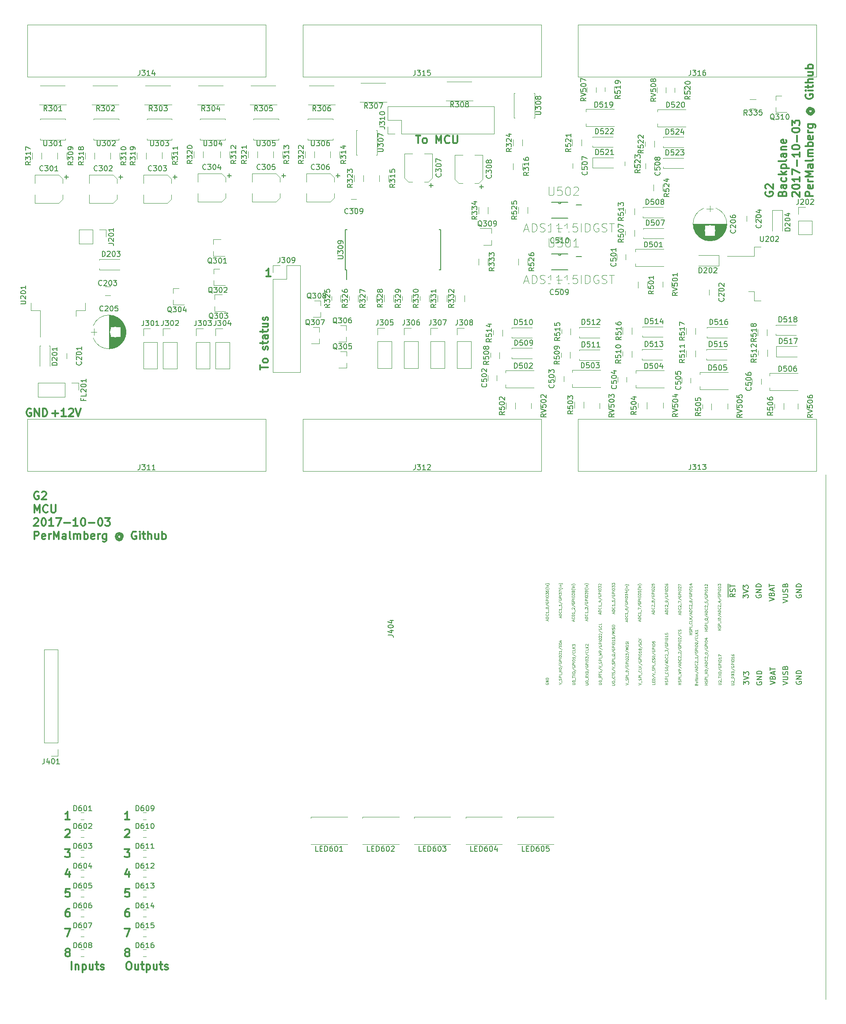
<source format=gbr>
G04 #@! TF.GenerationSoftware,KiCad,Pcbnew,(2017-09-19 revision dddaa7e69)-makepkg*
G04 #@! TF.CreationDate,2017-11-12T19:58:56+01:00*
G04 #@! TF.ProjectId,G2,47322E6B696361645F70636200000000,rev?*
G04 #@! TF.SameCoordinates,Original*
G04 #@! TF.FileFunction,Legend,Top*
G04 #@! TF.FilePolarity,Positive*
%FSLAX46Y46*%
G04 Gerber Fmt 4.6, Leading zero omitted, Abs format (unit mm)*
G04 Created by KiCad (PCBNEW (2017-09-19 revision dddaa7e69)-makepkg) date 11/12/17 19:58:56*
%MOMM*%
%LPD*%
G01*
G04 APERTURE LIST*
%ADD10C,0.300000*%
%ADD11C,0.100000*%
%ADD12C,0.120000*%
%ADD13C,0.152400*%
%ADD14C,0.150000*%
%ADD15C,0.125000*%
%ADD16C,0.050000*%
%ADD17R,2.400000X1.040000*%
%ADD18O,2.100000X2.100000*%
%ADD19R,2.100000X2.100000*%
%ADD20R,2.000000X1.400000*%
%ADD21R,1.600000X0.700000*%
%ADD22R,3.400000X3.100000*%
%ADD23C,2.900000*%
%ADD24R,2.900000X2.900000*%
%ADD25O,1.600000X2.400000*%
%ADD26R,1.822400X0.679400*%
%ADD27R,2.000000X3.400000*%
%ADD28R,3.400000X2.000000*%
%ADD29R,1.650000X1.400000*%
%ADD30R,1.400000X1.650000*%
%ADD31R,2.900000X2.200000*%
%ADD32R,1.300000X1.600000*%
%ADD33R,1.040000X2.400000*%
%ADD34R,1.000000X2.400000*%
%ADD35R,1.600000X1.600000*%
%ADD36R,1.700000X1.100000*%
%ADD37R,1.100000X1.700000*%
%ADD38R,1.400000X3.600000*%
%ADD39R,1.300000X1.200000*%
%ADD40R,2.000000X2.000000*%
%ADD41C,2.000000*%
%ADD42R,1.600000X1.300000*%
%ADD43R,1.500000X1.500000*%
%ADD44R,5.000000X1.500000*%
%ADD45R,9.800000X11.200000*%
%ADD46R,11.200000X9.800000*%
%ADD47R,1.500000X5.000000*%
G04 APERTURE END LIST*
D10*
X16947857Y-102635000D02*
X16805000Y-102563571D01*
X16590714Y-102563571D01*
X16376428Y-102635000D01*
X16233571Y-102777857D01*
X16162142Y-102920714D01*
X16090714Y-103206428D01*
X16090714Y-103420714D01*
X16162142Y-103706428D01*
X16233571Y-103849285D01*
X16376428Y-103992142D01*
X16590714Y-104063571D01*
X16733571Y-104063571D01*
X16947857Y-103992142D01*
X17019285Y-103920714D01*
X17019285Y-103420714D01*
X16733571Y-103420714D01*
X17590714Y-102706428D02*
X17662142Y-102635000D01*
X17805000Y-102563571D01*
X18162142Y-102563571D01*
X18305000Y-102635000D01*
X18376428Y-102706428D01*
X18447857Y-102849285D01*
X18447857Y-102992142D01*
X18376428Y-103206428D01*
X17519285Y-104063571D01*
X18447857Y-104063571D01*
X16162142Y-106613571D02*
X16162142Y-105113571D01*
X16662142Y-106185000D01*
X17162142Y-105113571D01*
X17162142Y-106613571D01*
X18733571Y-106470714D02*
X18662142Y-106542142D01*
X18447857Y-106613571D01*
X18305000Y-106613571D01*
X18090714Y-106542142D01*
X17947857Y-106399285D01*
X17876428Y-106256428D01*
X17805000Y-105970714D01*
X17805000Y-105756428D01*
X17876428Y-105470714D01*
X17947857Y-105327857D01*
X18090714Y-105185000D01*
X18305000Y-105113571D01*
X18447857Y-105113571D01*
X18662142Y-105185000D01*
X18733571Y-105256428D01*
X19376428Y-105113571D02*
X19376428Y-106327857D01*
X19447857Y-106470714D01*
X19519285Y-106542142D01*
X19662142Y-106613571D01*
X19947857Y-106613571D01*
X20090714Y-106542142D01*
X20162142Y-106470714D01*
X20233571Y-106327857D01*
X20233571Y-105113571D01*
X16090714Y-107806428D02*
X16162142Y-107735000D01*
X16305000Y-107663571D01*
X16662142Y-107663571D01*
X16805000Y-107735000D01*
X16876428Y-107806428D01*
X16947857Y-107949285D01*
X16947857Y-108092142D01*
X16876428Y-108306428D01*
X16019285Y-109163571D01*
X16947857Y-109163571D01*
X17876428Y-107663571D02*
X18019285Y-107663571D01*
X18162142Y-107735000D01*
X18233571Y-107806428D01*
X18305000Y-107949285D01*
X18376428Y-108235000D01*
X18376428Y-108592142D01*
X18305000Y-108877857D01*
X18233571Y-109020714D01*
X18162142Y-109092142D01*
X18019285Y-109163571D01*
X17876428Y-109163571D01*
X17733571Y-109092142D01*
X17662142Y-109020714D01*
X17590714Y-108877857D01*
X17519285Y-108592142D01*
X17519285Y-108235000D01*
X17590714Y-107949285D01*
X17662142Y-107806428D01*
X17733571Y-107735000D01*
X17876428Y-107663571D01*
X19805000Y-109163571D02*
X18947857Y-109163571D01*
X19376428Y-109163571D02*
X19376428Y-107663571D01*
X19233571Y-107877857D01*
X19090714Y-108020714D01*
X18947857Y-108092142D01*
X20305000Y-107663571D02*
X21305000Y-107663571D01*
X20662142Y-109163571D01*
X21876428Y-108592142D02*
X23019285Y-108592142D01*
X24519285Y-109163571D02*
X23662142Y-109163571D01*
X24090714Y-109163571D02*
X24090714Y-107663571D01*
X23947857Y-107877857D01*
X23805000Y-108020714D01*
X23662142Y-108092142D01*
X25447857Y-107663571D02*
X25590714Y-107663571D01*
X25733571Y-107735000D01*
X25805000Y-107806428D01*
X25876428Y-107949285D01*
X25947857Y-108235000D01*
X25947857Y-108592142D01*
X25876428Y-108877857D01*
X25805000Y-109020714D01*
X25733571Y-109092142D01*
X25590714Y-109163571D01*
X25447857Y-109163571D01*
X25305000Y-109092142D01*
X25233571Y-109020714D01*
X25162142Y-108877857D01*
X25090714Y-108592142D01*
X25090714Y-108235000D01*
X25162142Y-107949285D01*
X25233571Y-107806428D01*
X25305000Y-107735000D01*
X25447857Y-107663571D01*
X26590714Y-108592142D02*
X27733571Y-108592142D01*
X28733571Y-107663571D02*
X28876428Y-107663571D01*
X29019285Y-107735000D01*
X29090714Y-107806428D01*
X29162142Y-107949285D01*
X29233571Y-108235000D01*
X29233571Y-108592142D01*
X29162142Y-108877857D01*
X29090714Y-109020714D01*
X29019285Y-109092142D01*
X28876428Y-109163571D01*
X28733571Y-109163571D01*
X28590714Y-109092142D01*
X28519285Y-109020714D01*
X28447857Y-108877857D01*
X28376428Y-108592142D01*
X28376428Y-108235000D01*
X28447857Y-107949285D01*
X28519285Y-107806428D01*
X28590714Y-107735000D01*
X28733571Y-107663571D01*
X29733571Y-107663571D02*
X30662142Y-107663571D01*
X30162142Y-108235000D01*
X30376428Y-108235000D01*
X30519285Y-108306428D01*
X30590714Y-108377857D01*
X30662142Y-108520714D01*
X30662142Y-108877857D01*
X30590714Y-109020714D01*
X30519285Y-109092142D01*
X30376428Y-109163571D01*
X29947857Y-109163571D01*
X29805000Y-109092142D01*
X29733571Y-109020714D01*
X16162142Y-111713571D02*
X16162142Y-110213571D01*
X16733571Y-110213571D01*
X16876428Y-110285000D01*
X16947857Y-110356428D01*
X17019285Y-110499285D01*
X17019285Y-110713571D01*
X16947857Y-110856428D01*
X16876428Y-110927857D01*
X16733571Y-110999285D01*
X16162142Y-110999285D01*
X18233571Y-111642142D02*
X18090714Y-111713571D01*
X17805000Y-111713571D01*
X17662142Y-111642142D01*
X17590714Y-111499285D01*
X17590714Y-110927857D01*
X17662142Y-110785000D01*
X17805000Y-110713571D01*
X18090714Y-110713571D01*
X18233571Y-110785000D01*
X18305000Y-110927857D01*
X18305000Y-111070714D01*
X17590714Y-111213571D01*
X18947857Y-111713571D02*
X18947857Y-110713571D01*
X18947857Y-110999285D02*
X19019285Y-110856428D01*
X19090714Y-110785000D01*
X19233571Y-110713571D01*
X19376428Y-110713571D01*
X19876428Y-111713571D02*
X19876428Y-110213571D01*
X20376428Y-111285000D01*
X20876428Y-110213571D01*
X20876428Y-111713571D01*
X22233571Y-111713571D02*
X22233571Y-110927857D01*
X22162142Y-110785000D01*
X22019285Y-110713571D01*
X21733571Y-110713571D01*
X21590714Y-110785000D01*
X22233571Y-111642142D02*
X22090714Y-111713571D01*
X21733571Y-111713571D01*
X21590714Y-111642142D01*
X21519285Y-111499285D01*
X21519285Y-111356428D01*
X21590714Y-111213571D01*
X21733571Y-111142142D01*
X22090714Y-111142142D01*
X22233571Y-111070714D01*
X23162142Y-111713571D02*
X23019285Y-111642142D01*
X22947857Y-111499285D01*
X22947857Y-110213571D01*
X23733571Y-111713571D02*
X23733571Y-110713571D01*
X23733571Y-110856428D02*
X23805000Y-110785000D01*
X23947857Y-110713571D01*
X24162142Y-110713571D01*
X24305000Y-110785000D01*
X24376428Y-110927857D01*
X24376428Y-111713571D01*
X24376428Y-110927857D02*
X24447857Y-110785000D01*
X24590714Y-110713571D01*
X24805000Y-110713571D01*
X24947857Y-110785000D01*
X25019285Y-110927857D01*
X25019285Y-111713571D01*
X25733571Y-111713571D02*
X25733571Y-110213571D01*
X25733571Y-110785000D02*
X25876428Y-110713571D01*
X26162142Y-110713571D01*
X26305000Y-110785000D01*
X26376428Y-110856428D01*
X26447857Y-110999285D01*
X26447857Y-111427857D01*
X26376428Y-111570714D01*
X26305000Y-111642142D01*
X26162142Y-111713571D01*
X25876428Y-111713571D01*
X25733571Y-111642142D01*
X27662142Y-111642142D02*
X27519285Y-111713571D01*
X27233571Y-111713571D01*
X27090714Y-111642142D01*
X27019285Y-111499285D01*
X27019285Y-110927857D01*
X27090714Y-110785000D01*
X27233571Y-110713571D01*
X27519285Y-110713571D01*
X27662142Y-110785000D01*
X27733571Y-110927857D01*
X27733571Y-111070714D01*
X27019285Y-111213571D01*
X28376428Y-111713571D02*
X28376428Y-110713571D01*
X28376428Y-110999285D02*
X28447857Y-110856428D01*
X28519285Y-110785000D01*
X28662142Y-110713571D01*
X28805000Y-110713571D01*
X29947857Y-110713571D02*
X29947857Y-111927857D01*
X29876428Y-112070714D01*
X29805000Y-112142142D01*
X29662142Y-112213571D01*
X29447857Y-112213571D01*
X29305000Y-112142142D01*
X29947857Y-111642142D02*
X29805000Y-111713571D01*
X29519285Y-111713571D01*
X29376428Y-111642142D01*
X29305000Y-111570714D01*
X29233571Y-111427857D01*
X29233571Y-110999285D01*
X29305000Y-110856428D01*
X29376428Y-110785000D01*
X29519285Y-110713571D01*
X29805000Y-110713571D01*
X29947857Y-110785000D01*
X32733571Y-110999285D02*
X32662142Y-110927857D01*
X32519285Y-110856428D01*
X32376428Y-110856428D01*
X32233571Y-110927857D01*
X32162142Y-110999285D01*
X32090714Y-111142142D01*
X32090714Y-111285000D01*
X32162142Y-111427857D01*
X32233571Y-111499285D01*
X32376428Y-111570714D01*
X32519285Y-111570714D01*
X32662142Y-111499285D01*
X32733571Y-111427857D01*
X32733571Y-110856428D02*
X32733571Y-111427857D01*
X32805000Y-111499285D01*
X32876428Y-111499285D01*
X33019285Y-111427857D01*
X33090714Y-111285000D01*
X33090714Y-110927857D01*
X32947857Y-110713571D01*
X32733571Y-110570714D01*
X32447857Y-110499285D01*
X32162142Y-110570714D01*
X31947857Y-110713571D01*
X31805000Y-110927857D01*
X31733571Y-111213571D01*
X31805000Y-111499285D01*
X31947857Y-111713571D01*
X32162142Y-111856428D01*
X32447857Y-111927857D01*
X32733571Y-111856428D01*
X32947857Y-111713571D01*
X35662142Y-110285000D02*
X35519285Y-110213571D01*
X35305000Y-110213571D01*
X35090714Y-110285000D01*
X34947857Y-110427857D01*
X34876428Y-110570714D01*
X34805000Y-110856428D01*
X34805000Y-111070714D01*
X34876428Y-111356428D01*
X34947857Y-111499285D01*
X35090714Y-111642142D01*
X35305000Y-111713571D01*
X35447857Y-111713571D01*
X35662142Y-111642142D01*
X35733571Y-111570714D01*
X35733571Y-111070714D01*
X35447857Y-111070714D01*
X36376428Y-111713571D02*
X36376428Y-110713571D01*
X36376428Y-110213571D02*
X36305000Y-110285000D01*
X36376428Y-110356428D01*
X36447857Y-110285000D01*
X36376428Y-110213571D01*
X36376428Y-110356428D01*
X36876428Y-110713571D02*
X37447857Y-110713571D01*
X37090714Y-110213571D02*
X37090714Y-111499285D01*
X37162142Y-111642142D01*
X37305000Y-111713571D01*
X37447857Y-111713571D01*
X37947857Y-111713571D02*
X37947857Y-110213571D01*
X38590714Y-111713571D02*
X38590714Y-110927857D01*
X38519285Y-110785000D01*
X38376428Y-110713571D01*
X38162142Y-110713571D01*
X38019285Y-110785000D01*
X37947857Y-110856428D01*
X39947857Y-110713571D02*
X39947857Y-111713571D01*
X39305000Y-110713571D02*
X39305000Y-111499285D01*
X39376428Y-111642142D01*
X39519285Y-111713571D01*
X39733571Y-111713571D01*
X39876428Y-111642142D01*
X39947857Y-111570714D01*
X40662142Y-111713571D02*
X40662142Y-110213571D01*
X40662142Y-110785000D02*
X40805000Y-110713571D01*
X41090714Y-110713571D01*
X41233571Y-110785000D01*
X41305000Y-110856428D01*
X41376428Y-110999285D01*
X41376428Y-111427857D01*
X41305000Y-111570714D01*
X41233571Y-111642142D01*
X41090714Y-111713571D01*
X40805000Y-111713571D01*
X40662142Y-111642142D01*
X156405000Y-45112142D02*
X156333571Y-45255000D01*
X156333571Y-45469285D01*
X156405000Y-45683571D01*
X156547857Y-45826428D01*
X156690714Y-45897857D01*
X156976428Y-45969285D01*
X157190714Y-45969285D01*
X157476428Y-45897857D01*
X157619285Y-45826428D01*
X157762142Y-45683571D01*
X157833571Y-45469285D01*
X157833571Y-45326428D01*
X157762142Y-45112142D01*
X157690714Y-45040714D01*
X157190714Y-45040714D01*
X157190714Y-45326428D01*
X156476428Y-44469285D02*
X156405000Y-44397857D01*
X156333571Y-44255000D01*
X156333571Y-43897857D01*
X156405000Y-43755000D01*
X156476428Y-43683571D01*
X156619285Y-43612142D01*
X156762142Y-43612142D01*
X156976428Y-43683571D01*
X157833571Y-44540714D01*
X157833571Y-43612142D01*
X159597857Y-45397857D02*
X159669285Y-45183571D01*
X159740714Y-45112142D01*
X159883571Y-45040714D01*
X160097857Y-45040714D01*
X160240714Y-45112142D01*
X160312142Y-45183571D01*
X160383571Y-45326428D01*
X160383571Y-45897857D01*
X158883571Y-45897857D01*
X158883571Y-45397857D01*
X158955000Y-45255000D01*
X159026428Y-45183571D01*
X159169285Y-45112142D01*
X159312142Y-45112142D01*
X159455000Y-45183571D01*
X159526428Y-45255000D01*
X159597857Y-45397857D01*
X159597857Y-45897857D01*
X160383571Y-43755000D02*
X159597857Y-43755000D01*
X159455000Y-43826428D01*
X159383571Y-43969285D01*
X159383571Y-44255000D01*
X159455000Y-44397857D01*
X160312142Y-43755000D02*
X160383571Y-43897857D01*
X160383571Y-44255000D01*
X160312142Y-44397857D01*
X160169285Y-44469285D01*
X160026428Y-44469285D01*
X159883571Y-44397857D01*
X159812142Y-44255000D01*
X159812142Y-43897857D01*
X159740714Y-43755000D01*
X160312142Y-42397857D02*
X160383571Y-42540714D01*
X160383571Y-42826428D01*
X160312142Y-42969285D01*
X160240714Y-43040714D01*
X160097857Y-43112142D01*
X159669285Y-43112142D01*
X159526428Y-43040714D01*
X159455000Y-42969285D01*
X159383571Y-42826428D01*
X159383571Y-42540714D01*
X159455000Y-42397857D01*
X160383571Y-41755000D02*
X158883571Y-41755000D01*
X159812142Y-41612142D02*
X160383571Y-41183571D01*
X159383571Y-41183571D02*
X159955000Y-41755000D01*
X159383571Y-40540714D02*
X160883571Y-40540714D01*
X159455000Y-40540714D02*
X159383571Y-40397857D01*
X159383571Y-40112142D01*
X159455000Y-39969285D01*
X159526428Y-39897857D01*
X159669285Y-39826428D01*
X160097857Y-39826428D01*
X160240714Y-39897857D01*
X160312142Y-39969285D01*
X160383571Y-40112142D01*
X160383571Y-40397857D01*
X160312142Y-40540714D01*
X160383571Y-38969285D02*
X160312142Y-39112142D01*
X160169285Y-39183571D01*
X158883571Y-39183571D01*
X160383571Y-37755000D02*
X159597857Y-37755000D01*
X159455000Y-37826428D01*
X159383571Y-37969285D01*
X159383571Y-38255000D01*
X159455000Y-38397857D01*
X160312142Y-37755000D02*
X160383571Y-37897857D01*
X160383571Y-38255000D01*
X160312142Y-38397857D01*
X160169285Y-38469285D01*
X160026428Y-38469285D01*
X159883571Y-38397857D01*
X159812142Y-38255000D01*
X159812142Y-37897857D01*
X159740714Y-37755000D01*
X159383571Y-37040714D02*
X160383571Y-37040714D01*
X159526428Y-37040714D02*
X159455000Y-36969285D01*
X159383571Y-36826428D01*
X159383571Y-36612142D01*
X159455000Y-36469285D01*
X159597857Y-36397857D01*
X160383571Y-36397857D01*
X160312142Y-35112142D02*
X160383571Y-35255000D01*
X160383571Y-35540714D01*
X160312142Y-35683571D01*
X160169285Y-35755000D01*
X159597857Y-35755000D01*
X159455000Y-35683571D01*
X159383571Y-35540714D01*
X159383571Y-35255000D01*
X159455000Y-35112142D01*
X159597857Y-35040714D01*
X159740714Y-35040714D01*
X159883571Y-35755000D01*
X161576428Y-45969285D02*
X161505000Y-45897857D01*
X161433571Y-45755000D01*
X161433571Y-45397857D01*
X161505000Y-45255000D01*
X161576428Y-45183571D01*
X161719285Y-45112142D01*
X161862142Y-45112142D01*
X162076428Y-45183571D01*
X162933571Y-46040714D01*
X162933571Y-45112142D01*
X161433571Y-44183571D02*
X161433571Y-44040714D01*
X161505000Y-43897857D01*
X161576428Y-43826428D01*
X161719285Y-43755000D01*
X162005000Y-43683571D01*
X162362142Y-43683571D01*
X162647857Y-43755000D01*
X162790714Y-43826428D01*
X162862142Y-43897857D01*
X162933571Y-44040714D01*
X162933571Y-44183571D01*
X162862142Y-44326428D01*
X162790714Y-44397857D01*
X162647857Y-44469285D01*
X162362142Y-44540714D01*
X162005000Y-44540714D01*
X161719285Y-44469285D01*
X161576428Y-44397857D01*
X161505000Y-44326428D01*
X161433571Y-44183571D01*
X162933571Y-42255000D02*
X162933571Y-43112142D01*
X162933571Y-42683571D02*
X161433571Y-42683571D01*
X161647857Y-42826428D01*
X161790714Y-42969285D01*
X161862142Y-43112142D01*
X161433571Y-41755000D02*
X161433571Y-40755000D01*
X162933571Y-41397857D01*
X162362142Y-40183571D02*
X162362142Y-39040714D01*
X162933571Y-37540714D02*
X162933571Y-38397857D01*
X162933571Y-37969285D02*
X161433571Y-37969285D01*
X161647857Y-38112142D01*
X161790714Y-38255000D01*
X161862142Y-38397857D01*
X161433571Y-36612142D02*
X161433571Y-36469285D01*
X161505000Y-36326428D01*
X161576428Y-36255000D01*
X161719285Y-36183571D01*
X162005000Y-36112142D01*
X162362142Y-36112142D01*
X162647857Y-36183571D01*
X162790714Y-36255000D01*
X162862142Y-36326428D01*
X162933571Y-36469285D01*
X162933571Y-36612142D01*
X162862142Y-36755000D01*
X162790714Y-36826428D01*
X162647857Y-36897857D01*
X162362142Y-36969285D01*
X162005000Y-36969285D01*
X161719285Y-36897857D01*
X161576428Y-36826428D01*
X161505000Y-36755000D01*
X161433571Y-36612142D01*
X162362142Y-35469285D02*
X162362142Y-34326428D01*
X161433571Y-33326428D02*
X161433571Y-33183571D01*
X161505000Y-33040714D01*
X161576428Y-32969285D01*
X161719285Y-32897857D01*
X162005000Y-32826428D01*
X162362142Y-32826428D01*
X162647857Y-32897857D01*
X162790714Y-32969285D01*
X162862142Y-33040714D01*
X162933571Y-33183571D01*
X162933571Y-33326428D01*
X162862142Y-33469285D01*
X162790714Y-33540714D01*
X162647857Y-33612142D01*
X162362142Y-33683571D01*
X162005000Y-33683571D01*
X161719285Y-33612142D01*
X161576428Y-33540714D01*
X161505000Y-33469285D01*
X161433571Y-33326428D01*
X161433571Y-32326428D02*
X161433571Y-31397857D01*
X162005000Y-31897857D01*
X162005000Y-31683571D01*
X162076428Y-31540714D01*
X162147857Y-31469285D01*
X162290714Y-31397857D01*
X162647857Y-31397857D01*
X162790714Y-31469285D01*
X162862142Y-31540714D01*
X162933571Y-31683571D01*
X162933571Y-32112142D01*
X162862142Y-32255000D01*
X162790714Y-32326428D01*
X165483571Y-45897857D02*
X163983571Y-45897857D01*
X163983571Y-45326428D01*
X164055000Y-45183571D01*
X164126428Y-45112142D01*
X164269285Y-45040714D01*
X164483571Y-45040714D01*
X164626428Y-45112142D01*
X164697857Y-45183571D01*
X164769285Y-45326428D01*
X164769285Y-45897857D01*
X165412142Y-43826428D02*
X165483571Y-43969285D01*
X165483571Y-44255000D01*
X165412142Y-44397857D01*
X165269285Y-44469285D01*
X164697857Y-44469285D01*
X164555000Y-44397857D01*
X164483571Y-44255000D01*
X164483571Y-43969285D01*
X164555000Y-43826428D01*
X164697857Y-43755000D01*
X164840714Y-43755000D01*
X164983571Y-44469285D01*
X165483571Y-43112142D02*
X164483571Y-43112142D01*
X164769285Y-43112142D02*
X164626428Y-43040714D01*
X164555000Y-42969285D01*
X164483571Y-42826428D01*
X164483571Y-42683571D01*
X165483571Y-42183571D02*
X163983571Y-42183571D01*
X165055000Y-41683571D01*
X163983571Y-41183571D01*
X165483571Y-41183571D01*
X165483571Y-39826428D02*
X164697857Y-39826428D01*
X164555000Y-39897857D01*
X164483571Y-40040714D01*
X164483571Y-40326428D01*
X164555000Y-40469285D01*
X165412142Y-39826428D02*
X165483571Y-39969285D01*
X165483571Y-40326428D01*
X165412142Y-40469285D01*
X165269285Y-40540714D01*
X165126428Y-40540714D01*
X164983571Y-40469285D01*
X164912142Y-40326428D01*
X164912142Y-39969285D01*
X164840714Y-39826428D01*
X165483571Y-38897857D02*
X165412142Y-39040714D01*
X165269285Y-39112142D01*
X163983571Y-39112142D01*
X165483571Y-38326428D02*
X164483571Y-38326428D01*
X164626428Y-38326428D02*
X164555000Y-38255000D01*
X164483571Y-38112142D01*
X164483571Y-37897857D01*
X164555000Y-37755000D01*
X164697857Y-37683571D01*
X165483571Y-37683571D01*
X164697857Y-37683571D02*
X164555000Y-37612142D01*
X164483571Y-37469285D01*
X164483571Y-37255000D01*
X164555000Y-37112142D01*
X164697857Y-37040714D01*
X165483571Y-37040714D01*
X165483571Y-36326428D02*
X163983571Y-36326428D01*
X164555000Y-36326428D02*
X164483571Y-36183571D01*
X164483571Y-35897857D01*
X164555000Y-35755000D01*
X164626428Y-35683571D01*
X164769285Y-35612142D01*
X165197857Y-35612142D01*
X165340714Y-35683571D01*
X165412142Y-35755000D01*
X165483571Y-35897857D01*
X165483571Y-36183571D01*
X165412142Y-36326428D01*
X165412142Y-34397857D02*
X165483571Y-34540714D01*
X165483571Y-34826428D01*
X165412142Y-34969285D01*
X165269285Y-35040714D01*
X164697857Y-35040714D01*
X164555000Y-34969285D01*
X164483571Y-34826428D01*
X164483571Y-34540714D01*
X164555000Y-34397857D01*
X164697857Y-34326428D01*
X164840714Y-34326428D01*
X164983571Y-35040714D01*
X165483571Y-33683571D02*
X164483571Y-33683571D01*
X164769285Y-33683571D02*
X164626428Y-33612142D01*
X164555000Y-33540714D01*
X164483571Y-33397857D01*
X164483571Y-33255000D01*
X164483571Y-32112142D02*
X165697857Y-32112142D01*
X165840714Y-32183571D01*
X165912142Y-32255000D01*
X165983571Y-32397857D01*
X165983571Y-32612142D01*
X165912142Y-32755000D01*
X165412142Y-32112142D02*
X165483571Y-32255000D01*
X165483571Y-32540714D01*
X165412142Y-32683571D01*
X165340714Y-32755000D01*
X165197857Y-32826428D01*
X164769285Y-32826428D01*
X164626428Y-32755000D01*
X164555000Y-32683571D01*
X164483571Y-32540714D01*
X164483571Y-32255000D01*
X164555000Y-32112142D01*
X164769285Y-29326428D02*
X164697857Y-29397857D01*
X164626428Y-29540714D01*
X164626428Y-29683571D01*
X164697857Y-29826428D01*
X164769285Y-29897857D01*
X164912142Y-29969285D01*
X165055000Y-29969285D01*
X165197857Y-29897857D01*
X165269285Y-29826428D01*
X165340714Y-29683571D01*
X165340714Y-29540714D01*
X165269285Y-29397857D01*
X165197857Y-29326428D01*
X164626428Y-29326428D02*
X165197857Y-29326428D01*
X165269285Y-29255000D01*
X165269285Y-29183571D01*
X165197857Y-29040714D01*
X165055000Y-28969285D01*
X164697857Y-28969285D01*
X164483571Y-29112142D01*
X164340714Y-29326428D01*
X164269285Y-29612142D01*
X164340714Y-29897857D01*
X164483571Y-30112142D01*
X164697857Y-30255000D01*
X164983571Y-30326428D01*
X165269285Y-30255000D01*
X165483571Y-30112142D01*
X165626428Y-29897857D01*
X165697857Y-29612142D01*
X165626428Y-29326428D01*
X165483571Y-29112142D01*
X164055000Y-26397857D02*
X163983571Y-26540714D01*
X163983571Y-26755000D01*
X164055000Y-26969285D01*
X164197857Y-27112142D01*
X164340714Y-27183571D01*
X164626428Y-27255000D01*
X164840714Y-27255000D01*
X165126428Y-27183571D01*
X165269285Y-27112142D01*
X165412142Y-26969285D01*
X165483571Y-26755000D01*
X165483571Y-26612142D01*
X165412142Y-26397857D01*
X165340714Y-26326428D01*
X164840714Y-26326428D01*
X164840714Y-26612142D01*
X165483571Y-25683571D02*
X164483571Y-25683571D01*
X163983571Y-25683571D02*
X164055000Y-25755000D01*
X164126428Y-25683571D01*
X164055000Y-25612142D01*
X163983571Y-25683571D01*
X164126428Y-25683571D01*
X164483571Y-25183571D02*
X164483571Y-24612142D01*
X163983571Y-24969285D02*
X165269285Y-24969285D01*
X165412142Y-24897857D01*
X165483571Y-24755000D01*
X165483571Y-24612142D01*
X165483571Y-24112142D02*
X163983571Y-24112142D01*
X165483571Y-23469285D02*
X164697857Y-23469285D01*
X164555000Y-23540714D01*
X164483571Y-23683571D01*
X164483571Y-23897857D01*
X164555000Y-24040714D01*
X164626428Y-24112142D01*
X164483571Y-22112142D02*
X165483571Y-22112142D01*
X164483571Y-22755000D02*
X165269285Y-22755000D01*
X165412142Y-22683571D01*
X165483571Y-22540714D01*
X165483571Y-22326428D01*
X165412142Y-22183571D01*
X165340714Y-22112142D01*
X165483571Y-21397857D02*
X163983571Y-21397857D01*
X164555000Y-21397857D02*
X164483571Y-21255000D01*
X164483571Y-20969285D01*
X164555000Y-20826428D01*
X164626428Y-20755000D01*
X164769285Y-20683571D01*
X165197857Y-20683571D01*
X165340714Y-20755000D01*
X165412142Y-20826428D01*
X165483571Y-20969285D01*
X165483571Y-21255000D01*
X165412142Y-21397857D01*
X61501171Y-61283371D02*
X60644028Y-61283371D01*
X61072600Y-61283371D02*
X61072600Y-59783371D01*
X60929742Y-59997657D01*
X60786885Y-60140514D01*
X60644028Y-60211942D01*
X59463771Y-79148542D02*
X59463771Y-78291400D01*
X60963771Y-78719971D02*
X59463771Y-78719971D01*
X60963771Y-77577114D02*
X60892342Y-77719971D01*
X60820914Y-77791400D01*
X60678057Y-77862828D01*
X60249485Y-77862828D01*
X60106628Y-77791400D01*
X60035200Y-77719971D01*
X59963771Y-77577114D01*
X59963771Y-77362828D01*
X60035200Y-77219971D01*
X60106628Y-77148542D01*
X60249485Y-77077114D01*
X60678057Y-77077114D01*
X60820914Y-77148542D01*
X60892342Y-77219971D01*
X60963771Y-77362828D01*
X60963771Y-77577114D01*
X60892342Y-75362828D02*
X60963771Y-75219971D01*
X60963771Y-74934257D01*
X60892342Y-74791400D01*
X60749485Y-74719971D01*
X60678057Y-74719971D01*
X60535200Y-74791400D01*
X60463771Y-74934257D01*
X60463771Y-75148542D01*
X60392342Y-75291400D01*
X60249485Y-75362828D01*
X60178057Y-75362828D01*
X60035200Y-75291400D01*
X59963771Y-75148542D01*
X59963771Y-74934257D01*
X60035200Y-74791400D01*
X59963771Y-74291400D02*
X59963771Y-73719971D01*
X59463771Y-74077114D02*
X60749485Y-74077114D01*
X60892342Y-74005685D01*
X60963771Y-73862828D01*
X60963771Y-73719971D01*
X60963771Y-72577114D02*
X60178057Y-72577114D01*
X60035200Y-72648542D01*
X59963771Y-72791400D01*
X59963771Y-73077114D01*
X60035200Y-73219971D01*
X60892342Y-72577114D02*
X60963771Y-72719971D01*
X60963771Y-73077114D01*
X60892342Y-73219971D01*
X60749485Y-73291400D01*
X60606628Y-73291400D01*
X60463771Y-73219971D01*
X60392342Y-73077114D01*
X60392342Y-72719971D01*
X60320914Y-72577114D01*
X59963771Y-72077114D02*
X59963771Y-71505685D01*
X59463771Y-71862828D02*
X60749485Y-71862828D01*
X60892342Y-71791400D01*
X60963771Y-71648542D01*
X60963771Y-71505685D01*
X59963771Y-70362828D02*
X60963771Y-70362828D01*
X59963771Y-71005685D02*
X60749485Y-71005685D01*
X60892342Y-70934257D01*
X60963771Y-70791400D01*
X60963771Y-70577114D01*
X60892342Y-70434257D01*
X60820914Y-70362828D01*
X60892342Y-69719971D02*
X60963771Y-69577114D01*
X60963771Y-69291400D01*
X60892342Y-69148542D01*
X60749485Y-69077114D01*
X60678057Y-69077114D01*
X60535200Y-69148542D01*
X60463771Y-69291400D01*
X60463771Y-69505685D01*
X60392342Y-69648542D01*
X60249485Y-69719971D01*
X60178057Y-69719971D01*
X60035200Y-69648542D01*
X59963771Y-69505685D01*
X59963771Y-69291400D01*
X60035200Y-69148542D01*
X89335371Y-34281771D02*
X90192514Y-34281771D01*
X89763942Y-35781771D02*
X89763942Y-34281771D01*
X90906800Y-35781771D02*
X90763942Y-35710342D01*
X90692514Y-35638914D01*
X90621085Y-35496057D01*
X90621085Y-35067485D01*
X90692514Y-34924628D01*
X90763942Y-34853200D01*
X90906800Y-34781771D01*
X91121085Y-34781771D01*
X91263942Y-34853200D01*
X91335371Y-34924628D01*
X91406800Y-35067485D01*
X91406800Y-35496057D01*
X91335371Y-35638914D01*
X91263942Y-35710342D01*
X91121085Y-35781771D01*
X90906800Y-35781771D01*
X93192514Y-35781771D02*
X93192514Y-34281771D01*
X93692514Y-35353200D01*
X94192514Y-34281771D01*
X94192514Y-35781771D01*
X95763942Y-35638914D02*
X95692514Y-35710342D01*
X95478228Y-35781771D01*
X95335371Y-35781771D01*
X95121085Y-35710342D01*
X94978228Y-35567485D01*
X94906800Y-35424628D01*
X94835371Y-35138914D01*
X94835371Y-34924628D01*
X94906800Y-34638914D01*
X94978228Y-34496057D01*
X95121085Y-34353200D01*
X95335371Y-34281771D01*
X95478228Y-34281771D01*
X95692514Y-34353200D01*
X95763942Y-34424628D01*
X96406800Y-34281771D02*
X96406800Y-35496057D01*
X96478228Y-35638914D01*
X96549657Y-35710342D01*
X96692514Y-35781771D01*
X96978228Y-35781771D01*
X97121085Y-35710342D01*
X97192514Y-35638914D01*
X97263942Y-35496057D01*
X97263942Y-34281771D01*
X34275714Y-175478571D02*
X34275714Y-176478571D01*
X33918571Y-174907142D02*
X33561428Y-175978571D01*
X34490000Y-175978571D01*
X33847142Y-190861428D02*
X33704285Y-190790000D01*
X33632857Y-190718571D01*
X33561428Y-190575714D01*
X33561428Y-190504285D01*
X33632857Y-190361428D01*
X33704285Y-190290000D01*
X33847142Y-190218571D01*
X34132857Y-190218571D01*
X34275714Y-190290000D01*
X34347142Y-190361428D01*
X34418571Y-190504285D01*
X34418571Y-190575714D01*
X34347142Y-190718571D01*
X34275714Y-190790000D01*
X34132857Y-190861428D01*
X33847142Y-190861428D01*
X33704285Y-190932857D01*
X33632857Y-191004285D01*
X33561428Y-191147142D01*
X33561428Y-191432857D01*
X33632857Y-191575714D01*
X33704285Y-191647142D01*
X33847142Y-191718571D01*
X34132857Y-191718571D01*
X34275714Y-191647142D01*
X34347142Y-191575714D01*
X34418571Y-191432857D01*
X34418571Y-191147142D01*
X34347142Y-191004285D01*
X34275714Y-190932857D01*
X34132857Y-190861428D01*
X33490000Y-171168571D02*
X34418571Y-171168571D01*
X33918571Y-171740000D01*
X34132857Y-171740000D01*
X34275714Y-171811428D01*
X34347142Y-171882857D01*
X34418571Y-172025714D01*
X34418571Y-172382857D01*
X34347142Y-172525714D01*
X34275714Y-172597142D01*
X34132857Y-172668571D01*
X33704285Y-172668571D01*
X33561428Y-172597142D01*
X33490000Y-172525714D01*
X33490000Y-186408571D02*
X34490000Y-186408571D01*
X33847142Y-187908571D01*
X34157142Y-192758571D02*
X34442857Y-192758571D01*
X34585714Y-192830000D01*
X34728571Y-192972857D01*
X34800000Y-193258571D01*
X34800000Y-193758571D01*
X34728571Y-194044285D01*
X34585714Y-194187142D01*
X34442857Y-194258571D01*
X34157142Y-194258571D01*
X34014285Y-194187142D01*
X33871428Y-194044285D01*
X33800000Y-193758571D01*
X33800000Y-193258571D01*
X33871428Y-192972857D01*
X34014285Y-192830000D01*
X34157142Y-192758571D01*
X36085714Y-193258571D02*
X36085714Y-194258571D01*
X35442857Y-193258571D02*
X35442857Y-194044285D01*
X35514285Y-194187142D01*
X35657142Y-194258571D01*
X35871428Y-194258571D01*
X36014285Y-194187142D01*
X36085714Y-194115714D01*
X36585714Y-193258571D02*
X37157142Y-193258571D01*
X36800000Y-192758571D02*
X36800000Y-194044285D01*
X36871428Y-194187142D01*
X37014285Y-194258571D01*
X37157142Y-194258571D01*
X37657142Y-193258571D02*
X37657142Y-194758571D01*
X37657142Y-193330000D02*
X37800000Y-193258571D01*
X38085714Y-193258571D01*
X38228571Y-193330000D01*
X38300000Y-193401428D01*
X38371428Y-193544285D01*
X38371428Y-193972857D01*
X38300000Y-194115714D01*
X38228571Y-194187142D01*
X38085714Y-194258571D01*
X37800000Y-194258571D01*
X37657142Y-194187142D01*
X39657142Y-193258571D02*
X39657142Y-194258571D01*
X39014285Y-193258571D02*
X39014285Y-194044285D01*
X39085714Y-194187142D01*
X39228571Y-194258571D01*
X39442857Y-194258571D01*
X39585714Y-194187142D01*
X39657142Y-194115714D01*
X40157142Y-193258571D02*
X40728571Y-193258571D01*
X40371428Y-192758571D02*
X40371428Y-194044285D01*
X40442857Y-194187142D01*
X40585714Y-194258571D01*
X40728571Y-194258571D01*
X41157142Y-194187142D02*
X41300000Y-194258571D01*
X41585714Y-194258571D01*
X41728571Y-194187142D01*
X41800000Y-194044285D01*
X41800000Y-193972857D01*
X41728571Y-193830000D01*
X41585714Y-193758571D01*
X41371428Y-193758571D01*
X41228571Y-193687142D01*
X41157142Y-193544285D01*
X41157142Y-193472857D01*
X41228571Y-193330000D01*
X41371428Y-193258571D01*
X41585714Y-193258571D01*
X41728571Y-193330000D01*
X33561428Y-167501428D02*
X33632857Y-167430000D01*
X33775714Y-167358571D01*
X34132857Y-167358571D01*
X34275714Y-167430000D01*
X34347142Y-167501428D01*
X34418571Y-167644285D01*
X34418571Y-167787142D01*
X34347142Y-168001428D01*
X33490000Y-168858571D01*
X34418571Y-168858571D01*
X34275714Y-182598571D02*
X33990000Y-182598571D01*
X33847142Y-182670000D01*
X33775714Y-182741428D01*
X33632857Y-182955714D01*
X33561428Y-183241428D01*
X33561428Y-183812857D01*
X33632857Y-183955714D01*
X33704285Y-184027142D01*
X33847142Y-184098571D01*
X34132857Y-184098571D01*
X34275714Y-184027142D01*
X34347142Y-183955714D01*
X34418571Y-183812857D01*
X34418571Y-183455714D01*
X34347142Y-183312857D01*
X34275714Y-183241428D01*
X34132857Y-183170000D01*
X33847142Y-183170000D01*
X33704285Y-183241428D01*
X33632857Y-183312857D01*
X33561428Y-183455714D01*
X34347142Y-178788571D02*
X33632857Y-178788571D01*
X33561428Y-179502857D01*
X33632857Y-179431428D01*
X33775714Y-179360000D01*
X34132857Y-179360000D01*
X34275714Y-179431428D01*
X34347142Y-179502857D01*
X34418571Y-179645714D01*
X34418571Y-180002857D01*
X34347142Y-180145714D01*
X34275714Y-180217142D01*
X34132857Y-180288571D01*
X33775714Y-180288571D01*
X33632857Y-180217142D01*
X33561428Y-180145714D01*
X34418571Y-165448771D02*
X33561428Y-165448771D01*
X33990000Y-165448771D02*
X33990000Y-163948771D01*
X33847142Y-164163057D01*
X33704285Y-164305914D01*
X33561428Y-164377342D01*
X22417142Y-190861428D02*
X22274285Y-190790000D01*
X22202857Y-190718571D01*
X22131428Y-190575714D01*
X22131428Y-190504285D01*
X22202857Y-190361428D01*
X22274285Y-190290000D01*
X22417142Y-190218571D01*
X22702857Y-190218571D01*
X22845714Y-190290000D01*
X22917142Y-190361428D01*
X22988571Y-190504285D01*
X22988571Y-190575714D01*
X22917142Y-190718571D01*
X22845714Y-190790000D01*
X22702857Y-190861428D01*
X22417142Y-190861428D01*
X22274285Y-190932857D01*
X22202857Y-191004285D01*
X22131428Y-191147142D01*
X22131428Y-191432857D01*
X22202857Y-191575714D01*
X22274285Y-191647142D01*
X22417142Y-191718571D01*
X22702857Y-191718571D01*
X22845714Y-191647142D01*
X22917142Y-191575714D01*
X22988571Y-191432857D01*
X22988571Y-191147142D01*
X22917142Y-191004285D01*
X22845714Y-190932857D01*
X22702857Y-190861428D01*
X22060000Y-186408571D02*
X23060000Y-186408571D01*
X22417142Y-187908571D01*
X22845714Y-182598571D02*
X22560000Y-182598571D01*
X22417142Y-182670000D01*
X22345714Y-182741428D01*
X22202857Y-182955714D01*
X22131428Y-183241428D01*
X22131428Y-183812857D01*
X22202857Y-183955714D01*
X22274285Y-184027142D01*
X22417142Y-184098571D01*
X22702857Y-184098571D01*
X22845714Y-184027142D01*
X22917142Y-183955714D01*
X22988571Y-183812857D01*
X22988571Y-183455714D01*
X22917142Y-183312857D01*
X22845714Y-183241428D01*
X22702857Y-183170000D01*
X22417142Y-183170000D01*
X22274285Y-183241428D01*
X22202857Y-183312857D01*
X22131428Y-183455714D01*
X22917142Y-178788571D02*
X22202857Y-178788571D01*
X22131428Y-179502857D01*
X22202857Y-179431428D01*
X22345714Y-179360000D01*
X22702857Y-179360000D01*
X22845714Y-179431428D01*
X22917142Y-179502857D01*
X22988571Y-179645714D01*
X22988571Y-180002857D01*
X22917142Y-180145714D01*
X22845714Y-180217142D01*
X22702857Y-180288571D01*
X22345714Y-180288571D01*
X22202857Y-180217142D01*
X22131428Y-180145714D01*
X22845714Y-175478571D02*
X22845714Y-176478571D01*
X22488571Y-174907142D02*
X22131428Y-175978571D01*
X23060000Y-175978571D01*
X22060000Y-171168571D02*
X22988571Y-171168571D01*
X22488571Y-171740000D01*
X22702857Y-171740000D01*
X22845714Y-171811428D01*
X22917142Y-171882857D01*
X22988571Y-172025714D01*
X22988571Y-172382857D01*
X22917142Y-172525714D01*
X22845714Y-172597142D01*
X22702857Y-172668571D01*
X22274285Y-172668571D01*
X22131428Y-172597142D01*
X22060000Y-172525714D01*
X22131428Y-167501428D02*
X22202857Y-167430000D01*
X22345714Y-167358571D01*
X22702857Y-167358571D01*
X22845714Y-167430000D01*
X22917142Y-167501428D01*
X22988571Y-167644285D01*
X22988571Y-167787142D01*
X22917142Y-168001428D01*
X22060000Y-168858571D01*
X22988571Y-168858571D01*
X22988571Y-165448771D02*
X22131428Y-165448771D01*
X22560000Y-165448771D02*
X22560000Y-163948771D01*
X22417142Y-164163057D01*
X22274285Y-164305914D01*
X22131428Y-164377342D01*
X23298571Y-194258571D02*
X23298571Y-192758571D01*
X24012857Y-193258571D02*
X24012857Y-194258571D01*
X24012857Y-193401428D02*
X24084285Y-193330000D01*
X24227142Y-193258571D01*
X24441428Y-193258571D01*
X24584285Y-193330000D01*
X24655714Y-193472857D01*
X24655714Y-194258571D01*
X25370000Y-193258571D02*
X25370000Y-194758571D01*
X25370000Y-193330000D02*
X25512857Y-193258571D01*
X25798571Y-193258571D01*
X25941428Y-193330000D01*
X26012857Y-193401428D01*
X26084285Y-193544285D01*
X26084285Y-193972857D01*
X26012857Y-194115714D01*
X25941428Y-194187142D01*
X25798571Y-194258571D01*
X25512857Y-194258571D01*
X25370000Y-194187142D01*
X27370000Y-193258571D02*
X27370000Y-194258571D01*
X26727142Y-193258571D02*
X26727142Y-194044285D01*
X26798571Y-194187142D01*
X26941428Y-194258571D01*
X27155714Y-194258571D01*
X27298571Y-194187142D01*
X27370000Y-194115714D01*
X27870000Y-193258571D02*
X28441428Y-193258571D01*
X28084285Y-192758571D02*
X28084285Y-194044285D01*
X28155714Y-194187142D01*
X28298571Y-194258571D01*
X28441428Y-194258571D01*
X28870000Y-194187142D02*
X29012857Y-194258571D01*
X29298571Y-194258571D01*
X29441428Y-194187142D01*
X29512857Y-194044285D01*
X29512857Y-193972857D01*
X29441428Y-193830000D01*
X29298571Y-193758571D01*
X29084285Y-193758571D01*
X28941428Y-193687142D01*
X28870000Y-193544285D01*
X28870000Y-193472857D01*
X28941428Y-193330000D01*
X29084285Y-193258571D01*
X29298571Y-193258571D01*
X29441428Y-193330000D01*
D11*
X167900000Y-99320000D02*
X167900000Y-199930000D01*
D10*
X15505142Y-86728000D02*
X15362285Y-86656571D01*
X15148000Y-86656571D01*
X14933714Y-86728000D01*
X14790857Y-86870857D01*
X14719428Y-87013714D01*
X14648000Y-87299428D01*
X14648000Y-87513714D01*
X14719428Y-87799428D01*
X14790857Y-87942285D01*
X14933714Y-88085142D01*
X15148000Y-88156571D01*
X15290857Y-88156571D01*
X15505142Y-88085142D01*
X15576571Y-88013714D01*
X15576571Y-87513714D01*
X15290857Y-87513714D01*
X16219428Y-88156571D02*
X16219428Y-86656571D01*
X17076571Y-88156571D01*
X17076571Y-86656571D01*
X17790857Y-88156571D02*
X17790857Y-86656571D01*
X18148000Y-86656571D01*
X18362285Y-86728000D01*
X18505142Y-86870857D01*
X18576571Y-87013714D01*
X18648000Y-87299428D01*
X18648000Y-87513714D01*
X18576571Y-87799428D01*
X18505142Y-87942285D01*
X18362285Y-88085142D01*
X18148000Y-88156571D01*
X17790857Y-88156571D01*
X19593142Y-87585142D02*
X20736000Y-87585142D01*
X20164571Y-88156571D02*
X20164571Y-87013714D01*
X22236000Y-88156571D02*
X21378857Y-88156571D01*
X21807428Y-88156571D02*
X21807428Y-86656571D01*
X21664571Y-86870857D01*
X21521714Y-87013714D01*
X21378857Y-87085142D01*
X22807428Y-86799428D02*
X22878857Y-86728000D01*
X23021714Y-86656571D01*
X23378857Y-86656571D01*
X23521714Y-86728000D01*
X23593142Y-86799428D01*
X23664571Y-86942285D01*
X23664571Y-87085142D01*
X23593142Y-87299428D01*
X22736000Y-88156571D01*
X23664571Y-88156571D01*
X24093142Y-86656571D02*
X24593142Y-88156571D01*
X25093142Y-86656571D01*
D12*
X17296000Y-35122000D02*
X17296000Y-34822000D01*
X22096000Y-35122000D02*
X17296000Y-35122000D01*
X22096000Y-34822000D02*
X22096000Y-35122000D01*
X22096000Y-31122000D02*
X22096000Y-31422000D01*
X17296000Y-31122000D02*
X22096000Y-31122000D01*
X17296000Y-31422000D02*
X17296000Y-31122000D01*
X22096000Y-34822000D02*
X23796000Y-34822000D01*
X20700000Y-153300000D02*
X19370000Y-153300000D01*
X20700000Y-151970000D02*
X20700000Y-153300000D01*
X20700000Y-150700000D02*
X18040000Y-150700000D01*
X18040000Y-150700000D02*
X18040000Y-132860000D01*
X20700000Y-150700000D02*
X20700000Y-132860000D01*
X20700000Y-132860000D02*
X18040000Y-132860000D01*
X95973000Y-170180200D02*
X88973000Y-170180200D01*
X95973000Y-164980200D02*
X88973000Y-164980200D01*
X88973000Y-164980200D02*
X88973000Y-165980200D01*
D11*
X67640000Y-88640000D02*
X67640000Y-98650000D01*
X113360000Y-88640000D02*
X67640000Y-88640000D01*
X113360000Y-98650000D02*
X113360000Y-88640000D01*
X67640000Y-98650000D02*
X113360000Y-98650000D01*
X67620000Y-13030000D02*
X67620000Y-23040000D01*
X113340000Y-13030000D02*
X67620000Y-13030000D01*
X113340000Y-23040000D02*
X113340000Y-13030000D01*
X67620000Y-23040000D02*
X113340000Y-23040000D01*
X14820000Y-13030000D02*
X14820000Y-23040000D01*
X60540000Y-13030000D02*
X14820000Y-13030000D01*
X60540000Y-23040000D02*
X60540000Y-13030000D01*
X14820000Y-23040000D02*
X60540000Y-23040000D01*
X120430000Y-13030000D02*
X120430000Y-23040000D01*
X166150000Y-13030000D02*
X120430000Y-13030000D01*
X166150000Y-23040000D02*
X166150000Y-13030000D01*
X120430000Y-23040000D02*
X166150000Y-23040000D01*
X120440000Y-88620000D02*
X120440000Y-98630000D01*
X166160000Y-88620000D02*
X120440000Y-88620000D01*
X166160000Y-98630000D02*
X166160000Y-88620000D01*
X120440000Y-98630000D02*
X166160000Y-98630000D01*
X14840000Y-88640000D02*
X14840000Y-98650000D01*
X60560000Y-88640000D02*
X14840000Y-88640000D01*
X60560000Y-98650000D02*
X60560000Y-88640000D01*
X14840000Y-98650000D02*
X60560000Y-98650000D01*
D12*
X42543000Y-34822000D02*
X44243000Y-34822000D01*
X37743000Y-31422000D02*
X37743000Y-31122000D01*
X37743000Y-31122000D02*
X42543000Y-31122000D01*
X42543000Y-31122000D02*
X42543000Y-31422000D01*
X42543000Y-34822000D02*
X42543000Y-35122000D01*
X42543000Y-35122000D02*
X37743000Y-35122000D01*
X37743000Y-35122000D02*
X37743000Y-34822000D01*
X97248000Y-71184000D02*
X98578000Y-71184000D01*
X97248000Y-72514000D02*
X97248000Y-71184000D01*
X97248000Y-73784000D02*
X99908000Y-73784000D01*
X99908000Y-73784000D02*
X99908000Y-78924000D01*
X97248000Y-73784000D02*
X97248000Y-78924000D01*
X97248000Y-78924000D02*
X99908000Y-78924000D01*
D13*
X117183009Y-47066600D02*
G75*
G02X116573409Y-47066600I-304800J0D01*
G01*
X116573409Y-47066600D02*
X115328809Y-47066600D01*
X117183009Y-47066600D02*
X116573409Y-47066600D01*
X118427609Y-47066600D02*
X117183009Y-47066600D01*
X115328809Y-50165400D02*
X118427609Y-50165400D01*
X120078609Y-47600000D02*
X121069209Y-47600000D01*
X120078609Y-57506000D02*
X121069209Y-57506000D01*
X115328809Y-60071400D02*
X118427609Y-60071400D01*
X118427609Y-56972600D02*
X117183009Y-56972600D01*
X117183009Y-56972600D02*
X116573409Y-56972600D01*
X116573409Y-56972600D02*
X115328809Y-56972600D01*
X117183009Y-56972600D02*
G75*
G02X116573409Y-56972600I-304800J0D01*
G01*
D12*
X102122000Y-38072000D02*
X100572000Y-38072000D01*
X96782000Y-38072000D02*
X98332000Y-38072000D01*
X97542000Y-43412000D02*
X98332000Y-43412000D01*
X101362000Y-43412000D02*
X100572000Y-43412000D01*
X96782000Y-38072000D02*
X96782000Y-42652000D01*
X96782000Y-42652000D02*
X97542000Y-43412000D01*
X101362000Y-43412000D02*
X102122000Y-42652000D01*
X102122000Y-42652000D02*
X102122000Y-38072000D01*
X41672000Y-41882000D02*
X37092000Y-41882000D01*
X42432000Y-42642000D02*
X41672000Y-41882000D01*
X41672000Y-47222000D02*
X42432000Y-46462000D01*
X37092000Y-47222000D02*
X41672000Y-47222000D01*
X42432000Y-42642000D02*
X42432000Y-43432000D01*
X42432000Y-46462000D02*
X42432000Y-45672000D01*
X37092000Y-47222000D02*
X37092000Y-45672000D01*
X37092000Y-41882000D02*
X37092000Y-43432000D01*
X26678000Y-41882000D02*
X26678000Y-43432000D01*
X26678000Y-47222000D02*
X26678000Y-45672000D01*
X32018000Y-46462000D02*
X32018000Y-45672000D01*
X32018000Y-42642000D02*
X32018000Y-43432000D01*
X26678000Y-47222000D02*
X31258000Y-47222000D01*
X31258000Y-47222000D02*
X32018000Y-46462000D01*
X32018000Y-42642000D02*
X31258000Y-41882000D01*
X31258000Y-41882000D02*
X26678000Y-41882000D01*
X20844000Y-41882000D02*
X16264000Y-41882000D01*
X21604000Y-42642000D02*
X20844000Y-41882000D01*
X20844000Y-47222000D02*
X21604000Y-46462000D01*
X16264000Y-47222000D02*
X20844000Y-47222000D01*
X21604000Y-42642000D02*
X21604000Y-43432000D01*
X21604000Y-46462000D02*
X21604000Y-45672000D01*
X16264000Y-47222000D02*
X16264000Y-45672000D01*
X16264000Y-41882000D02*
X16264000Y-43432000D01*
X68334000Y-41628000D02*
X68334000Y-43178000D01*
X68334000Y-46968000D02*
X68334000Y-45418000D01*
X73674000Y-46208000D02*
X73674000Y-45418000D01*
X73674000Y-42388000D02*
X73674000Y-43178000D01*
X68334000Y-46968000D02*
X72914000Y-46968000D01*
X72914000Y-46968000D02*
X73674000Y-46208000D01*
X73674000Y-42388000D02*
X72914000Y-41628000D01*
X72914000Y-41628000D02*
X68334000Y-41628000D01*
X92470000Y-42398000D02*
X92470000Y-37818000D01*
X91710000Y-43158000D02*
X92470000Y-42398000D01*
X87130000Y-42398000D02*
X87890000Y-43158000D01*
X87130000Y-37818000D02*
X87130000Y-42398000D01*
X91710000Y-43158000D02*
X90920000Y-43158000D01*
X87890000Y-43158000D02*
X88680000Y-43158000D01*
X87130000Y-37818000D02*
X88680000Y-37818000D01*
X92470000Y-37818000D02*
X90920000Y-37818000D01*
X57920000Y-41628000D02*
X57920000Y-43178000D01*
X57920000Y-46968000D02*
X57920000Y-45418000D01*
X63260000Y-46208000D02*
X63260000Y-45418000D01*
X63260000Y-42388000D02*
X63260000Y-43178000D01*
X57920000Y-46968000D02*
X62500000Y-46968000D01*
X62500000Y-46968000D02*
X63260000Y-46208000D01*
X63260000Y-42388000D02*
X62500000Y-41628000D01*
X62500000Y-41628000D02*
X57920000Y-41628000D01*
X52086000Y-41628000D02*
X47506000Y-41628000D01*
X52846000Y-42388000D02*
X52086000Y-41628000D01*
X52086000Y-46968000D02*
X52846000Y-46208000D01*
X47506000Y-46968000D02*
X52086000Y-46968000D01*
X52846000Y-42388000D02*
X52846000Y-43178000D01*
X52846000Y-46208000D02*
X52846000Y-45418000D01*
X47506000Y-46968000D02*
X47506000Y-45418000D01*
X47506000Y-41628000D02*
X47506000Y-43178000D01*
X155500000Y-81960000D02*
X155500000Y-80960000D01*
X153800000Y-80960000D02*
X153800000Y-81960000D01*
X77904800Y-46470600D02*
X76904800Y-46470600D01*
X76904800Y-48170600D02*
X77904800Y-48170600D01*
X127890000Y-57120000D02*
X127890000Y-58120000D01*
X129590000Y-58120000D02*
X129590000Y-57120000D01*
X104810000Y-81260000D02*
X104810000Y-80260000D01*
X103110000Y-80260000D02*
X103110000Y-81260000D01*
X128000000Y-80590000D02*
X128000000Y-81590000D01*
X129700000Y-81590000D02*
X129700000Y-80590000D01*
X119390000Y-39600000D02*
X119390000Y-40600000D01*
X121090000Y-40600000D02*
X121090000Y-39600000D01*
X135030000Y-40680000D02*
X135030000Y-39680000D01*
X133330000Y-39680000D02*
X133330000Y-40680000D01*
X117320000Y-61990000D02*
X116320000Y-61990000D01*
X116320000Y-63690000D02*
X117320000Y-63690000D01*
X116390000Y-53784000D02*
X117390000Y-53784000D01*
X117390000Y-52084000D02*
X116390000Y-52084000D01*
X113170000Y-86640000D02*
X113170000Y-85640000D01*
X111470000Y-85640000D02*
X111470000Y-86640000D01*
X117710000Y-81430000D02*
X117710000Y-80430000D01*
X116010000Y-80430000D02*
X116010000Y-81430000D01*
X138450000Y-86560000D02*
X138450000Y-85560000D01*
X136750000Y-85560000D02*
X136750000Y-86560000D01*
X140300000Y-80750000D02*
X140300000Y-81750000D01*
X142000000Y-81750000D02*
X142000000Y-80750000D01*
X138390000Y-63330000D02*
X138390000Y-62330000D01*
X136690000Y-62330000D02*
X136690000Y-63330000D01*
X124540000Y-85590000D02*
X124540000Y-86590000D01*
X126240000Y-86590000D02*
X126240000Y-85590000D01*
X150780000Y-86680000D02*
X150780000Y-85680000D01*
X149080000Y-85680000D02*
X149080000Y-86680000D01*
X162590000Y-85720000D02*
X162590000Y-86720000D01*
X164290000Y-86720000D02*
X164290000Y-85720000D01*
X122140000Y-25040000D02*
X122140000Y-26040000D01*
X123840000Y-26040000D02*
X123840000Y-25040000D01*
X137240000Y-26070000D02*
X137240000Y-25070000D01*
X135540000Y-25070000D02*
X135540000Y-26070000D01*
X131520000Y-79350000D02*
X131520000Y-82650000D01*
X131520000Y-82650000D02*
X136920000Y-82650000D01*
X131520000Y-79350000D02*
X136920000Y-79350000D01*
X143760000Y-79680000D02*
X149160000Y-79680000D01*
X143760000Y-82980000D02*
X149160000Y-82980000D01*
X143760000Y-79680000D02*
X143760000Y-82980000D01*
X106520000Y-79310000D02*
X106520000Y-82610000D01*
X106520000Y-82610000D02*
X111920000Y-82610000D01*
X106520000Y-79310000D02*
X111920000Y-79310000D01*
X131440000Y-56080000D02*
X136840000Y-56080000D01*
X131440000Y-59380000D02*
X136840000Y-59380000D01*
X131440000Y-56080000D02*
X131440000Y-59380000D01*
X135680000Y-29280000D02*
X135680000Y-32580000D01*
X135680000Y-32580000D02*
X141080000Y-32580000D01*
X135680000Y-29280000D02*
X141080000Y-29280000D01*
X121920000Y-29250000D02*
X127320000Y-29250000D01*
X121920000Y-32550000D02*
X127320000Y-32550000D01*
X121920000Y-29250000D02*
X121920000Y-32550000D01*
X157190000Y-79890000D02*
X157190000Y-83190000D01*
X157190000Y-83190000D02*
X162590000Y-83190000D01*
X157190000Y-79890000D02*
X162590000Y-79890000D01*
X119340000Y-79250000D02*
X124740000Y-79250000D01*
X119340000Y-82550000D02*
X124740000Y-82550000D01*
X119340000Y-79250000D02*
X119340000Y-82550000D01*
X123210000Y-34530000D02*
X123210000Y-36530000D01*
X123210000Y-36530000D02*
X127110000Y-36530000D01*
X123210000Y-34530000D02*
X127110000Y-34530000D01*
X123240000Y-38520000D02*
X127140000Y-38520000D01*
X123240000Y-40520000D02*
X127140000Y-40520000D01*
X123240000Y-38520000D02*
X123240000Y-40520000D01*
X132940000Y-52060000D02*
X132940000Y-54060000D01*
X132940000Y-54060000D02*
X136840000Y-54060000D01*
X132940000Y-52060000D02*
X136840000Y-52060000D01*
X132870000Y-48050000D02*
X136770000Y-48050000D01*
X132870000Y-50050000D02*
X136770000Y-50050000D01*
X132870000Y-48050000D02*
X132870000Y-50050000D01*
X107690000Y-71110000D02*
X107690000Y-73110000D01*
X107690000Y-73110000D02*
X111590000Y-73110000D01*
X107690000Y-71110000D02*
X111590000Y-71110000D01*
X120630000Y-75370000D02*
X124530000Y-75370000D01*
X120630000Y-77370000D02*
X124530000Y-77370000D01*
X120630000Y-75370000D02*
X120630000Y-77370000D01*
X120630000Y-71050000D02*
X120630000Y-73050000D01*
X120630000Y-73050000D02*
X124530000Y-73050000D01*
X120630000Y-71050000D02*
X124530000Y-71050000D01*
X132710000Y-75290000D02*
X136610000Y-75290000D01*
X132710000Y-77290000D02*
X136610000Y-77290000D01*
X132710000Y-75290000D02*
X132710000Y-77290000D01*
X132750000Y-70930000D02*
X132750000Y-72930000D01*
X132750000Y-72930000D02*
X136650000Y-72930000D01*
X132750000Y-70930000D02*
X136650000Y-70930000D01*
X145020000Y-75310000D02*
X148920000Y-75310000D01*
X145020000Y-77310000D02*
X148920000Y-77310000D01*
X145020000Y-75310000D02*
X145020000Y-77310000D01*
X158370000Y-70590000D02*
X158370000Y-72590000D01*
X158370000Y-72590000D02*
X162270000Y-72590000D01*
X158370000Y-70590000D02*
X162270000Y-70590000D01*
X136720000Y-34580000D02*
X140620000Y-34580000D01*
X136720000Y-36580000D02*
X140620000Y-36580000D01*
X136720000Y-34580000D02*
X136720000Y-36580000D01*
X136720000Y-38590000D02*
X136720000Y-40590000D01*
X136720000Y-40590000D02*
X140620000Y-40590000D01*
X136720000Y-38590000D02*
X140620000Y-38590000D01*
X107720000Y-75070000D02*
X111620000Y-75070000D01*
X107720000Y-77070000D02*
X111620000Y-77070000D01*
X107720000Y-75070000D02*
X107720000Y-77070000D01*
X158460000Y-74720000D02*
X158460000Y-76720000D01*
X158460000Y-76720000D02*
X162360000Y-76720000D01*
X158460000Y-74720000D02*
X162360000Y-74720000D01*
X145130000Y-71090000D02*
X149030000Y-71090000D01*
X145130000Y-73090000D02*
X149030000Y-73090000D01*
X145130000Y-71090000D02*
X145130000Y-73090000D01*
X62990000Y-34822000D02*
X64690000Y-34822000D01*
X58190000Y-31422000D02*
X58190000Y-31122000D01*
X58190000Y-31122000D02*
X62990000Y-31122000D01*
X62990000Y-31122000D02*
X62990000Y-31422000D01*
X62990000Y-34822000D02*
X62990000Y-35122000D01*
X62990000Y-35122000D02*
X58190000Y-35122000D01*
X58190000Y-35122000D02*
X58190000Y-34822000D01*
X81894000Y-38062000D02*
X81594000Y-38062000D01*
X81894000Y-33262000D02*
X81894000Y-38062000D01*
X81594000Y-33262000D02*
X81894000Y-33262000D01*
X77894000Y-33262000D02*
X78194000Y-33262000D01*
X77894000Y-38062000D02*
X77894000Y-33262000D01*
X78194000Y-38062000D02*
X77894000Y-38062000D01*
X81594000Y-33262000D02*
X81594000Y-31562000D01*
X111820000Y-26150000D02*
X111820000Y-24450000D01*
X108420000Y-30950000D02*
X108120000Y-30950000D01*
X108120000Y-30950000D02*
X108120000Y-26150000D01*
X108120000Y-26150000D02*
X108420000Y-26150000D01*
X111820000Y-26150000D02*
X112120000Y-26150000D01*
X112120000Y-26150000D02*
X112120000Y-30950000D01*
X112120000Y-30950000D02*
X111820000Y-30950000D01*
X68604000Y-35122000D02*
X68604000Y-34822000D01*
X73404000Y-35122000D02*
X68604000Y-35122000D01*
X73404000Y-34822000D02*
X73404000Y-35122000D01*
X73404000Y-31122000D02*
X73404000Y-31422000D01*
X68604000Y-31122000D02*
X73404000Y-31122000D01*
X68604000Y-31422000D02*
X68604000Y-31122000D01*
X73404000Y-34822000D02*
X75104000Y-34822000D01*
X27519500Y-35122000D02*
X27519500Y-34822000D01*
X32319500Y-35122000D02*
X27519500Y-35122000D01*
X32319500Y-34822000D02*
X32319500Y-35122000D01*
X32319500Y-31122000D02*
X32319500Y-31422000D01*
X27519500Y-31122000D02*
X32319500Y-31122000D01*
X27519500Y-31422000D02*
X27519500Y-31122000D01*
X32319500Y-34822000D02*
X34019500Y-34822000D01*
X52766500Y-34822000D02*
X54466500Y-34822000D01*
X47966500Y-31422000D02*
X47966500Y-31122000D01*
X47966500Y-31122000D02*
X52766500Y-31122000D01*
X52766500Y-31122000D02*
X52766500Y-31422000D01*
X52766500Y-34822000D02*
X52766500Y-35122000D01*
X52766500Y-35122000D02*
X47966500Y-35122000D01*
X47966500Y-35122000D02*
X47966500Y-34822000D01*
D14*
X75815000Y-60085000D02*
X76065000Y-60085000D01*
X75815000Y-52335000D02*
X76160000Y-52335000D01*
X94065000Y-52335000D02*
X93720000Y-52335000D01*
X94065000Y-60085000D02*
X93720000Y-60085000D01*
X75815000Y-60085000D02*
X75815000Y-52335000D01*
X94065000Y-60085000D02*
X94065000Y-52335000D01*
X76065000Y-60085000D02*
X76065000Y-61910000D01*
D12*
X23611000Y-190340000D02*
X23611000Y-191740000D01*
X23611000Y-191740000D02*
X26411000Y-191740000D01*
X23611000Y-190340000D02*
X26411000Y-190340000D01*
X35549000Y-190340000D02*
X38349000Y-190340000D01*
X35549000Y-191740000D02*
X38349000Y-191740000D01*
X35549000Y-190340000D02*
X35549000Y-191740000D01*
X35549000Y-182720000D02*
X35549000Y-184120000D01*
X35549000Y-184120000D02*
X38349000Y-184120000D01*
X35549000Y-182720000D02*
X38349000Y-182720000D01*
X35549000Y-178910000D02*
X38349000Y-178910000D01*
X35549000Y-180310000D02*
X38349000Y-180310000D01*
X35549000Y-178910000D02*
X35549000Y-180310000D01*
X35549000Y-175100000D02*
X35549000Y-176500000D01*
X35549000Y-176500000D02*
X38349000Y-176500000D01*
X35549000Y-175100000D02*
X38349000Y-175100000D01*
X35549000Y-171290000D02*
X38349000Y-171290000D01*
X35549000Y-172690000D02*
X38349000Y-172690000D01*
X35549000Y-171290000D02*
X35549000Y-172690000D01*
X35549000Y-167480000D02*
X35549000Y-168880000D01*
X35549000Y-168880000D02*
X38349000Y-168880000D01*
X35549000Y-167480000D02*
X38349000Y-167480000D01*
X35549000Y-164070200D02*
X38349000Y-164070200D01*
X35549000Y-165470200D02*
X38349000Y-165470200D01*
X35549000Y-164070200D02*
X35549000Y-165470200D01*
X23611000Y-178910000D02*
X23611000Y-180310000D01*
X23611000Y-180310000D02*
X26411000Y-180310000D01*
X23611000Y-178910000D02*
X26411000Y-178910000D01*
X23611000Y-175100000D02*
X26411000Y-175100000D01*
X23611000Y-176500000D02*
X26411000Y-176500000D01*
X23611000Y-175100000D02*
X23611000Y-176500000D01*
X23611000Y-171290000D02*
X23611000Y-172690000D01*
X23611000Y-172690000D02*
X26411000Y-172690000D01*
X23611000Y-171290000D02*
X26411000Y-171290000D01*
X23611000Y-167480000D02*
X26411000Y-167480000D01*
X23611000Y-168880000D02*
X26411000Y-168880000D01*
X23611000Y-167480000D02*
X23611000Y-168880000D01*
X23611000Y-164070200D02*
X23611000Y-165470200D01*
X23611000Y-165470200D02*
X26411000Y-165470200D01*
X23611000Y-164070200D02*
X26411000Y-164070200D01*
X35549000Y-186530000D02*
X38349000Y-186530000D01*
X35549000Y-187930000D02*
X38349000Y-187930000D01*
X35549000Y-186530000D02*
X35549000Y-187930000D01*
X23611000Y-182720000D02*
X23611000Y-184120000D01*
X23611000Y-184120000D02*
X26411000Y-184120000D01*
X23611000Y-182720000D02*
X26411000Y-182720000D01*
X23611000Y-186530000D02*
X26411000Y-186530000D01*
X23611000Y-187930000D02*
X26411000Y-187930000D01*
X23611000Y-186530000D02*
X23611000Y-187930000D01*
X79074000Y-164980200D02*
X79074000Y-165980200D01*
X86074000Y-164980200D02*
X79074000Y-164980200D01*
X86074000Y-170180200D02*
X79074000Y-170180200D01*
X76175000Y-170180200D02*
X69175000Y-170180200D01*
X76175000Y-164980200D02*
X69175000Y-164980200D01*
X69175000Y-164980200D02*
X69175000Y-165980200D01*
X115771000Y-170180200D02*
X108771000Y-170180200D01*
X115771000Y-164980200D02*
X108771000Y-164980200D01*
X108771000Y-164980200D02*
X108771000Y-165980200D01*
X98872000Y-164980200D02*
X98872000Y-165980200D01*
X105872000Y-164980200D02*
X98872000Y-164980200D01*
X105872000Y-170180200D02*
X98872000Y-170180200D01*
X162638000Y-48048000D02*
X163968000Y-48048000D01*
X162638000Y-49378000D02*
X162638000Y-48048000D01*
X162638000Y-50648000D02*
X165298000Y-50648000D01*
X165298000Y-50648000D02*
X165298000Y-53248000D01*
X162638000Y-50648000D02*
X162638000Y-53248000D01*
X162638000Y-53248000D02*
X165298000Y-53248000D01*
X24716000Y-52366000D02*
X24716000Y-55026000D01*
X27316000Y-52366000D02*
X24716000Y-52366000D01*
X27316000Y-55026000D02*
X24716000Y-55026000D01*
X27316000Y-52366000D02*
X27316000Y-55026000D01*
X28586000Y-52366000D02*
X29916000Y-52366000D01*
X29916000Y-52366000D02*
X29916000Y-53696000D01*
X47151800Y-79036000D02*
X49811800Y-79036000D01*
X47151800Y-73896000D02*
X47151800Y-79036000D01*
X49811800Y-73896000D02*
X49811800Y-79036000D01*
X47151800Y-73896000D02*
X49811800Y-73896000D01*
X47151800Y-72626000D02*
X47151800Y-71296000D01*
X47151800Y-71296000D02*
X48481800Y-71296000D01*
X50903400Y-71296000D02*
X52233400Y-71296000D01*
X50903400Y-72626000D02*
X50903400Y-71296000D01*
X50903400Y-73896000D02*
X53563400Y-73896000D01*
X53563400Y-73896000D02*
X53563400Y-79036000D01*
X50903400Y-73896000D02*
X50903400Y-79036000D01*
X50903400Y-79036000D02*
X53563400Y-79036000D01*
X40845000Y-79036000D02*
X43505000Y-79036000D01*
X40845000Y-73896000D02*
X40845000Y-79036000D01*
X43505000Y-73896000D02*
X43505000Y-79036000D01*
X40845000Y-73896000D02*
X43505000Y-73896000D01*
X40845000Y-72626000D02*
X40845000Y-71296000D01*
X40845000Y-71296000D02*
X42175000Y-71296000D01*
X82008000Y-78924000D02*
X84668000Y-78924000D01*
X82008000Y-73784000D02*
X82008000Y-78924000D01*
X84668000Y-73784000D02*
X84668000Y-78924000D01*
X82008000Y-73784000D02*
X84668000Y-73784000D01*
X82008000Y-72514000D02*
X82008000Y-71184000D01*
X82008000Y-71184000D02*
X83338000Y-71184000D01*
X87088000Y-71184000D02*
X88418000Y-71184000D01*
X87088000Y-72514000D02*
X87088000Y-71184000D01*
X87088000Y-73784000D02*
X89748000Y-73784000D01*
X89748000Y-73784000D02*
X89748000Y-78924000D01*
X87088000Y-73784000D02*
X87088000Y-78924000D01*
X87088000Y-78924000D02*
X89748000Y-78924000D01*
X92168000Y-78924000D02*
X94828000Y-78924000D01*
X92168000Y-73784000D02*
X92168000Y-78924000D01*
X94828000Y-73784000D02*
X94828000Y-78924000D01*
X92168000Y-73784000D02*
X94828000Y-73784000D01*
X92168000Y-72514000D02*
X92168000Y-71184000D01*
X92168000Y-71184000D02*
X93498000Y-71184000D01*
X37068000Y-79036000D02*
X39728000Y-79036000D01*
X37068000Y-73896000D02*
X37068000Y-79036000D01*
X39728000Y-73896000D02*
X39728000Y-79036000D01*
X37068000Y-73896000D02*
X39728000Y-73896000D01*
X37068000Y-72626000D02*
X37068000Y-71296000D01*
X37068000Y-71296000D02*
X38398000Y-71296000D01*
X61910000Y-79670000D02*
X67110000Y-79670000D01*
X61910000Y-61830000D02*
X61910000Y-79670000D01*
X67110000Y-59230000D02*
X67110000Y-79670000D01*
X61910000Y-61830000D02*
X64510000Y-61830000D01*
X64510000Y-61830000D02*
X64510000Y-59230000D01*
X64510000Y-59230000D02*
X67110000Y-59230000D01*
X61910000Y-60560000D02*
X61910000Y-59230000D01*
X61910000Y-59230000D02*
X63240000Y-59230000D01*
X83898000Y-33944000D02*
X83898000Y-32614000D01*
X85228000Y-33944000D02*
X83898000Y-33944000D01*
X83898000Y-31344000D02*
X83898000Y-28744000D01*
X86498000Y-31344000D02*
X83898000Y-31344000D01*
X86498000Y-33944000D02*
X86498000Y-31344000D01*
X83898000Y-28744000D02*
X104338000Y-28744000D01*
X86498000Y-33944000D02*
X104338000Y-33944000D01*
X104338000Y-33944000D02*
X104338000Y-28744000D01*
X129460000Y-49490000D02*
X129460000Y-48290000D01*
X131220000Y-48290000D02*
X131220000Y-49490000D01*
X105910000Y-71520000D02*
X105910000Y-72720000D01*
X104150000Y-72720000D02*
X104150000Y-71520000D01*
X117230000Y-72510000D02*
X117230000Y-71310000D01*
X118990000Y-71310000D02*
X118990000Y-72510000D01*
X130740000Y-71170000D02*
X130740000Y-72370000D01*
X128980000Y-72370000D02*
X128980000Y-71170000D01*
X141160000Y-72430000D02*
X141160000Y-71230000D01*
X142920000Y-71230000D02*
X142920000Y-72430000D01*
X130700000Y-75590000D02*
X130700000Y-76790000D01*
X128940000Y-76790000D02*
X128940000Y-75590000D01*
X133690000Y-62350000D02*
X133690000Y-63550000D01*
X131930000Y-63550000D02*
X131930000Y-62350000D01*
X108390000Y-85540000D02*
X108390000Y-86740000D01*
X106630000Y-86740000D02*
X106630000Y-85540000D01*
X154930000Y-76610000D02*
X154930000Y-75410000D01*
X156690000Y-75410000D02*
X156690000Y-76610000D01*
X133650000Y-85480000D02*
X133650000Y-86680000D01*
X131890000Y-86680000D02*
X131890000Y-85480000D01*
X144250000Y-86910000D02*
X144250000Y-85710000D01*
X146010000Y-85710000D02*
X146010000Y-86910000D01*
X159840000Y-85590000D02*
X159840000Y-86790000D01*
X158080000Y-86790000D02*
X158080000Y-85590000D01*
X103600000Y-77040000D02*
X103600000Y-75840000D01*
X105360000Y-75840000D02*
X105360000Y-77040000D01*
X141160000Y-76700000D02*
X141160000Y-75500000D01*
X142920000Y-75500000D02*
X142920000Y-76700000D01*
X108986000Y-59122000D02*
X108986000Y-57922000D01*
X110746000Y-57922000D02*
X110746000Y-59122000D01*
X154890000Y-72690000D02*
X154890000Y-71490000D01*
X156650000Y-71490000D02*
X156650000Y-72690000D01*
X121500000Y-85350000D02*
X121500000Y-86550000D01*
X119740000Y-86550000D02*
X119740000Y-85350000D01*
X107970000Y-36262000D02*
X107970000Y-35062000D01*
X109730000Y-35062000D02*
X109730000Y-36262000D01*
X131220000Y-52440000D02*
X131220000Y-53640000D01*
X129460000Y-53640000D02*
X129460000Y-52440000D01*
X27688000Y-37602000D02*
X27688000Y-38802000D01*
X25928000Y-38802000D02*
X25928000Y-37602000D01*
X108986000Y-49216000D02*
X108986000Y-48016000D01*
X110746000Y-48016000D02*
X110746000Y-49216000D01*
X129370000Y-40320000D02*
X129370000Y-39120000D01*
X131130000Y-39120000D02*
X131130000Y-40320000D01*
X133260000Y-36540000D02*
X133260000Y-35340000D01*
X135020000Y-35340000D02*
X135020000Y-36540000D01*
X121100000Y-35090000D02*
X121100000Y-36290000D01*
X119340000Y-36290000D02*
X119340000Y-35090000D01*
X140710000Y-25030000D02*
X140710000Y-26230000D01*
X138950000Y-26230000D02*
X138950000Y-25030000D01*
X125550000Y-26100000D02*
X125550000Y-24900000D01*
X127310000Y-24900000D02*
X127310000Y-26100000D01*
X73121200Y-66132400D02*
X73121200Y-64932400D01*
X74881200Y-64932400D02*
X74881200Y-66132400D01*
X77490000Y-43120000D02*
X77490000Y-41920000D01*
X79250000Y-41920000D02*
X79250000Y-43120000D01*
X30754000Y-38802000D02*
X30754000Y-37602000D01*
X32514000Y-37602000D02*
X32514000Y-38802000D01*
X42420000Y-37536000D02*
X42420000Y-38736000D01*
X40660000Y-38736000D02*
X40660000Y-37536000D01*
X51836000Y-38548000D02*
X51836000Y-37348000D01*
X53596000Y-37348000D02*
X53596000Y-38548000D01*
X63756000Y-37348000D02*
X63756000Y-38548000D01*
X61996000Y-38548000D02*
X61996000Y-37348000D01*
X72918000Y-38548000D02*
X72918000Y-37348000D01*
X74678000Y-37348000D02*
X74678000Y-38548000D01*
X84076000Y-41920000D02*
X84076000Y-43120000D01*
X82316000Y-43120000D02*
X82316000Y-41920000D01*
X107970000Y-40834000D02*
X107970000Y-39634000D01*
X109730000Y-39634000D02*
X109730000Y-40834000D01*
X15768000Y-38802000D02*
X15768000Y-37602000D01*
X17528000Y-37602000D02*
X17528000Y-38802000D01*
X37594000Y-37602000D02*
X37594000Y-38802000D01*
X35834000Y-38802000D02*
X35834000Y-37602000D01*
X22354000Y-37602000D02*
X22354000Y-38802000D01*
X20594000Y-38802000D02*
X20594000Y-37602000D01*
X76517542Y-66132400D02*
X76517542Y-64932400D01*
X78277542Y-64932400D02*
X78277542Y-66132400D01*
X48516000Y-37348000D02*
X48516000Y-38548000D01*
X46756000Y-38548000D02*
X46756000Y-37348000D01*
X57170000Y-38548000D02*
X57170000Y-37348000D01*
X58930000Y-37348000D02*
X58930000Y-38548000D01*
X69852000Y-37348000D02*
X69852000Y-38548000D01*
X68092000Y-38548000D02*
X68092000Y-37348000D01*
X88470200Y-64932400D02*
X88470200Y-66132400D01*
X86710200Y-66132400D02*
X86710200Y-64932400D01*
X134894000Y-44898000D02*
X134894000Y-43698000D01*
X136654000Y-43698000D02*
X136654000Y-44898000D01*
X154560400Y-29150600D02*
X153360400Y-29150600D01*
X153360400Y-27390600D02*
X154560400Y-27390600D01*
X103126000Y-48060000D02*
X103126000Y-49260000D01*
X101366000Y-49260000D02*
X101366000Y-48060000D01*
X103126000Y-57922000D02*
X103126000Y-59122000D01*
X101366000Y-59122000D02*
X101366000Y-57922000D01*
X96895594Y-66132400D02*
X96895594Y-64932400D01*
X98655594Y-64932400D02*
X98655594Y-66132400D01*
X95259252Y-64932400D02*
X95259252Y-66132400D01*
X93499252Y-66132400D02*
X93499252Y-64932400D01*
X90102910Y-66132400D02*
X90102910Y-64932400D01*
X91862910Y-64932400D02*
X91862910Y-66132400D01*
X85015800Y-64907000D02*
X85015800Y-66107000D01*
X83255800Y-66107000D02*
X83255800Y-64907000D01*
X118920000Y-75810000D02*
X118920000Y-77010000D01*
X117160000Y-77010000D02*
X117160000Y-75810000D01*
X81673884Y-64932400D02*
X81673884Y-66132400D01*
X79913884Y-66132400D02*
X79913884Y-64932400D01*
X17096000Y-24698000D02*
X22296000Y-24698000D01*
X22296000Y-28338000D02*
X17096000Y-28338000D01*
X73858000Y-28338000D02*
X68658000Y-28338000D01*
X68658000Y-24698000D02*
X73858000Y-24698000D01*
X57482000Y-24698000D02*
X62682000Y-24698000D01*
X62682000Y-28338000D02*
X57482000Y-28338000D01*
X52585500Y-28338000D02*
X47385500Y-28338000D01*
X47385500Y-24698000D02*
X52585500Y-24698000D01*
X37289000Y-24698000D02*
X42489000Y-24698000D01*
X42489000Y-28338000D02*
X37289000Y-28338000D01*
X32392500Y-28338000D02*
X27192500Y-28338000D01*
X27192500Y-24698000D02*
X32392500Y-24698000D01*
X95074000Y-23936000D02*
X100274000Y-23936000D01*
X100274000Y-27576000D02*
X95074000Y-27576000D01*
X83764000Y-27830000D02*
X78564000Y-27830000D01*
X78564000Y-24190000D02*
X83764000Y-24190000D01*
X76005800Y-78847200D02*
X74545800Y-78847200D01*
X76005800Y-75687200D02*
X73845800Y-75687200D01*
X76005800Y-75687200D02*
X76005800Y-76617200D01*
X76005800Y-78847200D02*
X76005800Y-77917200D01*
X70748000Y-74199000D02*
X70748000Y-73269000D01*
X70748000Y-71039000D02*
X70748000Y-71969000D01*
X70748000Y-71039000D02*
X68588000Y-71039000D01*
X70748000Y-74199000D02*
X69288000Y-74199000D01*
X71052800Y-69119000D02*
X71052800Y-68189000D01*
X71052800Y-65959000D02*
X71052800Y-66889000D01*
X71052800Y-65959000D02*
X68892800Y-65959000D01*
X71052800Y-69119000D02*
X69592800Y-69119000D01*
X103768000Y-55276000D02*
X102308000Y-55276000D01*
X103768000Y-52116000D02*
X101608000Y-52116000D01*
X103768000Y-52116000D02*
X103768000Y-53046000D01*
X103768000Y-55276000D02*
X103768000Y-54346000D01*
X158331200Y-26665200D02*
X158331200Y-27595200D01*
X158331200Y-29825200D02*
X158331200Y-28895200D01*
X158331200Y-29825200D02*
X160491200Y-29825200D01*
X158331200Y-26665200D02*
X159791200Y-26665200D01*
X42761200Y-63596800D02*
X42761200Y-64526800D01*
X42761200Y-66756800D02*
X42761200Y-65826800D01*
X42761200Y-66756800D02*
X44921200Y-66756800D01*
X42761200Y-63596800D02*
X44221200Y-63596800D01*
X50711400Y-64816000D02*
X52171400Y-64816000D01*
X50711400Y-67976000D02*
X52871400Y-67976000D01*
X50711400Y-67976000D02*
X50711400Y-67046000D01*
X50711400Y-64816000D02*
X50711400Y-65746000D01*
X50584400Y-59863000D02*
X50584400Y-60793000D01*
X50584400Y-63023000D02*
X50584400Y-62093000D01*
X50584400Y-63023000D02*
X52744400Y-63023000D01*
X50584400Y-59863000D02*
X52044400Y-59863000D01*
X75980400Y-73868800D02*
X74520400Y-73868800D01*
X75980400Y-70708800D02*
X73820400Y-70708800D01*
X75980400Y-70708800D02*
X75980400Y-71638800D01*
X75980400Y-73868800D02*
X75980400Y-72938800D01*
X50482800Y-54224200D02*
X50482800Y-55154200D01*
X50482800Y-57384200D02*
X50482800Y-56454200D01*
X50482800Y-57384200D02*
X52642800Y-57384200D01*
X50482800Y-54224200D02*
X51942800Y-54224200D01*
X24630000Y-81730000D02*
X24630000Y-83060000D01*
X23300000Y-81730000D02*
X24630000Y-81730000D01*
X22030000Y-81730000D02*
X22030000Y-84390000D01*
X22030000Y-84390000D02*
X16890000Y-84390000D01*
X22030000Y-81730000D02*
X16890000Y-81730000D01*
X16890000Y-81730000D02*
X16890000Y-84390000D01*
X154434000Y-50748000D02*
X154434000Y-49748000D01*
X152734000Y-49748000D02*
X152734000Y-50748000D01*
X29724000Y-64950000D02*
X30724000Y-64950000D01*
X30724000Y-63250000D02*
X29724000Y-63250000D01*
X147292000Y-64864000D02*
X147292000Y-63864000D01*
X145592000Y-63864000D02*
X145592000Y-64864000D01*
X22402000Y-76056000D02*
X22402000Y-77056000D01*
X24102000Y-77056000D02*
X24102000Y-76056000D01*
X146883136Y-54267820D02*
G75*
G03X146884000Y-48232518I-1179136J3017820D01*
G01*
X144524864Y-54267820D02*
G75*
G02X144524000Y-48232518I1179136J3017820D01*
G01*
X144524864Y-54267820D02*
G75*
G03X146884000Y-54267482I1179136J3017820D01*
G01*
X148904000Y-51250000D02*
X142504000Y-51250000D01*
X148904000Y-51290000D02*
X142504000Y-51290000D01*
X148904000Y-51330000D02*
X142504000Y-51330000D01*
X148902000Y-51370000D02*
X142506000Y-51370000D01*
X148901000Y-51410000D02*
X142507000Y-51410000D01*
X148898000Y-51450000D02*
X142510000Y-51450000D01*
X148896000Y-51490000D02*
X142512000Y-51490000D01*
X148892000Y-51530000D02*
X146684000Y-51530000D01*
X144724000Y-51530000D02*
X142516000Y-51530000D01*
X148889000Y-51570000D02*
X146684000Y-51570000D01*
X144724000Y-51570000D02*
X142519000Y-51570000D01*
X148884000Y-51610000D02*
X146684000Y-51610000D01*
X144724000Y-51610000D02*
X142524000Y-51610000D01*
X148880000Y-51650000D02*
X146684000Y-51650000D01*
X144724000Y-51650000D02*
X142528000Y-51650000D01*
X148874000Y-51690000D02*
X146684000Y-51690000D01*
X144724000Y-51690000D02*
X142534000Y-51690000D01*
X148869000Y-51730000D02*
X146684000Y-51730000D01*
X144724000Y-51730000D02*
X142539000Y-51730000D01*
X148862000Y-51770000D02*
X146684000Y-51770000D01*
X144724000Y-51770000D02*
X142546000Y-51770000D01*
X148856000Y-51810000D02*
X146684000Y-51810000D01*
X144724000Y-51810000D02*
X142552000Y-51810000D01*
X148848000Y-51850000D02*
X146684000Y-51850000D01*
X144724000Y-51850000D02*
X142560000Y-51850000D01*
X148841000Y-51890000D02*
X146684000Y-51890000D01*
X144724000Y-51890000D02*
X142567000Y-51890000D01*
X148832000Y-51930000D02*
X146684000Y-51930000D01*
X144724000Y-51930000D02*
X142576000Y-51930000D01*
X148823000Y-51971000D02*
X146684000Y-51971000D01*
X144724000Y-51971000D02*
X142585000Y-51971000D01*
X148814000Y-52011000D02*
X146684000Y-52011000D01*
X144724000Y-52011000D02*
X142594000Y-52011000D01*
X148804000Y-52051000D02*
X146684000Y-52051000D01*
X144724000Y-52051000D02*
X142604000Y-52051000D01*
X148794000Y-52091000D02*
X146684000Y-52091000D01*
X144724000Y-52091000D02*
X142614000Y-52091000D01*
X148783000Y-52131000D02*
X146684000Y-52131000D01*
X144724000Y-52131000D02*
X142625000Y-52131000D01*
X148771000Y-52171000D02*
X146684000Y-52171000D01*
X144724000Y-52171000D02*
X142637000Y-52171000D01*
X148759000Y-52211000D02*
X146684000Y-52211000D01*
X144724000Y-52211000D02*
X142649000Y-52211000D01*
X148746000Y-52251000D02*
X146684000Y-52251000D01*
X144724000Y-52251000D02*
X142662000Y-52251000D01*
X148733000Y-52291000D02*
X146684000Y-52291000D01*
X144724000Y-52291000D02*
X142675000Y-52291000D01*
X148719000Y-52331000D02*
X146684000Y-52331000D01*
X144724000Y-52331000D02*
X142689000Y-52331000D01*
X148705000Y-52371000D02*
X146684000Y-52371000D01*
X144724000Y-52371000D02*
X142703000Y-52371000D01*
X148690000Y-52411000D02*
X146684000Y-52411000D01*
X144724000Y-52411000D02*
X142718000Y-52411000D01*
X148674000Y-52451000D02*
X146684000Y-52451000D01*
X144724000Y-52451000D02*
X142734000Y-52451000D01*
X148658000Y-52491000D02*
X146684000Y-52491000D01*
X144724000Y-52491000D02*
X142750000Y-52491000D01*
X148641000Y-52531000D02*
X146684000Y-52531000D01*
X144724000Y-52531000D02*
X142767000Y-52531000D01*
X148623000Y-52571000D02*
X146684000Y-52571000D01*
X144724000Y-52571000D02*
X142785000Y-52571000D01*
X148605000Y-52611000D02*
X146684000Y-52611000D01*
X144724000Y-52611000D02*
X142803000Y-52611000D01*
X148586000Y-52651000D02*
X146684000Y-52651000D01*
X144724000Y-52651000D02*
X142822000Y-52651000D01*
X148567000Y-52691000D02*
X146684000Y-52691000D01*
X144724000Y-52691000D02*
X142841000Y-52691000D01*
X148547000Y-52731000D02*
X146684000Y-52731000D01*
X144724000Y-52731000D02*
X142861000Y-52731000D01*
X148526000Y-52771000D02*
X146684000Y-52771000D01*
X144724000Y-52771000D02*
X142882000Y-52771000D01*
X148504000Y-52811000D02*
X146684000Y-52811000D01*
X144724000Y-52811000D02*
X142904000Y-52811000D01*
X148482000Y-52851000D02*
X146684000Y-52851000D01*
X144724000Y-52851000D02*
X142926000Y-52851000D01*
X148459000Y-52891000D02*
X146684000Y-52891000D01*
X144724000Y-52891000D02*
X142949000Y-52891000D01*
X148435000Y-52931000D02*
X146684000Y-52931000D01*
X144724000Y-52931000D02*
X142973000Y-52931000D01*
X148410000Y-52971000D02*
X146684000Y-52971000D01*
X144724000Y-52971000D02*
X142998000Y-52971000D01*
X148385000Y-53011000D02*
X146684000Y-53011000D01*
X144724000Y-53011000D02*
X143023000Y-53011000D01*
X148358000Y-53051000D02*
X146684000Y-53051000D01*
X144724000Y-53051000D02*
X143050000Y-53051000D01*
X148331000Y-53091000D02*
X146684000Y-53091000D01*
X144724000Y-53091000D02*
X143077000Y-53091000D01*
X148303000Y-53131000D02*
X146684000Y-53131000D01*
X144724000Y-53131000D02*
X143105000Y-53131000D01*
X148274000Y-53171000D02*
X146684000Y-53171000D01*
X144724000Y-53171000D02*
X143134000Y-53171000D01*
X148244000Y-53211000D02*
X146684000Y-53211000D01*
X144724000Y-53211000D02*
X143164000Y-53211000D01*
X148214000Y-53251000D02*
X146684000Y-53251000D01*
X144724000Y-53251000D02*
X143194000Y-53251000D01*
X148182000Y-53291000D02*
X146684000Y-53291000D01*
X144724000Y-53291000D02*
X143226000Y-53291000D01*
X148149000Y-53331000D02*
X146684000Y-53331000D01*
X144724000Y-53331000D02*
X143259000Y-53331000D01*
X148115000Y-53371000D02*
X146684000Y-53371000D01*
X144724000Y-53371000D02*
X143293000Y-53371000D01*
X148079000Y-53411000D02*
X146684000Y-53411000D01*
X144724000Y-53411000D02*
X143329000Y-53411000D01*
X148043000Y-53451000D02*
X146684000Y-53451000D01*
X144724000Y-53451000D02*
X143365000Y-53451000D01*
X148005000Y-53491000D02*
X143403000Y-53491000D01*
X147966000Y-53531000D02*
X143442000Y-53531000D01*
X147926000Y-53571000D02*
X143482000Y-53571000D01*
X147884000Y-53611000D02*
X143524000Y-53611000D01*
X147841000Y-53651000D02*
X143567000Y-53651000D01*
X147796000Y-53691000D02*
X143612000Y-53691000D01*
X147749000Y-53731000D02*
X143659000Y-53731000D01*
X147701000Y-53771000D02*
X143707000Y-53771000D01*
X147650000Y-53811000D02*
X143758000Y-53811000D01*
X147598000Y-53851000D02*
X143810000Y-53851000D01*
X147543000Y-53891000D02*
X143865000Y-53891000D01*
X147485000Y-53931000D02*
X143923000Y-53931000D01*
X147425000Y-53971000D02*
X143983000Y-53971000D01*
X147362000Y-54011000D02*
X144046000Y-54011000D01*
X147295000Y-54051000D02*
X144113000Y-54051000D01*
X147224000Y-54091000D02*
X144184000Y-54091000D01*
X147149000Y-54131000D02*
X144259000Y-54131000D01*
X147068000Y-54171000D02*
X144340000Y-54171000D01*
X146982000Y-54211000D02*
X144426000Y-54211000D01*
X146888000Y-54251000D02*
X144520000Y-54251000D01*
X146785000Y-54291000D02*
X144623000Y-54291000D01*
X146670000Y-54331000D02*
X144738000Y-54331000D01*
X146538000Y-54371000D02*
X144870000Y-54371000D01*
X146380000Y-54411000D02*
X145028000Y-54411000D01*
X146172000Y-54451000D02*
X145236000Y-54451000D01*
X145704000Y-47800000D02*
X145704000Y-49000000D01*
X146354000Y-48400000D02*
X145054000Y-48400000D01*
X27614000Y-71310000D02*
X27614000Y-72610000D01*
X27014000Y-71960000D02*
X28214000Y-71960000D01*
X33665000Y-71492000D02*
X33665000Y-72428000D01*
X33625000Y-71284000D02*
X33625000Y-72636000D01*
X33585000Y-71126000D02*
X33585000Y-72794000D01*
X33545000Y-70994000D02*
X33545000Y-72926000D01*
X33505000Y-70879000D02*
X33505000Y-73041000D01*
X33465000Y-70776000D02*
X33465000Y-73144000D01*
X33425000Y-70682000D02*
X33425000Y-73238000D01*
X33385000Y-70596000D02*
X33385000Y-73324000D01*
X33345000Y-70515000D02*
X33345000Y-73405000D01*
X33305000Y-70440000D02*
X33305000Y-73480000D01*
X33265000Y-70369000D02*
X33265000Y-73551000D01*
X33225000Y-70302000D02*
X33225000Y-73618000D01*
X33185000Y-70239000D02*
X33185000Y-73681000D01*
X33145000Y-70179000D02*
X33145000Y-73741000D01*
X33105000Y-70121000D02*
X33105000Y-73799000D01*
X33065000Y-70066000D02*
X33065000Y-73854000D01*
X33025000Y-70014000D02*
X33025000Y-73906000D01*
X32985000Y-69963000D02*
X32985000Y-73957000D01*
X32945000Y-69915000D02*
X32945000Y-74005000D01*
X32905000Y-69868000D02*
X32905000Y-74052000D01*
X32865000Y-69823000D02*
X32865000Y-74097000D01*
X32825000Y-69780000D02*
X32825000Y-74140000D01*
X32785000Y-69738000D02*
X32785000Y-74182000D01*
X32745000Y-69698000D02*
X32745000Y-74222000D01*
X32705000Y-69659000D02*
X32705000Y-74261000D01*
X32665000Y-72940000D02*
X32665000Y-74299000D01*
X32665000Y-69621000D02*
X32665000Y-70980000D01*
X32625000Y-72940000D02*
X32625000Y-74335000D01*
X32625000Y-69585000D02*
X32625000Y-70980000D01*
X32585000Y-72940000D02*
X32585000Y-74371000D01*
X32585000Y-69549000D02*
X32585000Y-70980000D01*
X32545000Y-72940000D02*
X32545000Y-74405000D01*
X32545000Y-69515000D02*
X32545000Y-70980000D01*
X32505000Y-72940000D02*
X32505000Y-74438000D01*
X32505000Y-69482000D02*
X32505000Y-70980000D01*
X32465000Y-72940000D02*
X32465000Y-74470000D01*
X32465000Y-69450000D02*
X32465000Y-70980000D01*
X32425000Y-72940000D02*
X32425000Y-74500000D01*
X32425000Y-69420000D02*
X32425000Y-70980000D01*
X32385000Y-72940000D02*
X32385000Y-74530000D01*
X32385000Y-69390000D02*
X32385000Y-70980000D01*
X32345000Y-72940000D02*
X32345000Y-74559000D01*
X32345000Y-69361000D02*
X32345000Y-70980000D01*
X32305000Y-72940000D02*
X32305000Y-74587000D01*
X32305000Y-69333000D02*
X32305000Y-70980000D01*
X32265000Y-72940000D02*
X32265000Y-74614000D01*
X32265000Y-69306000D02*
X32265000Y-70980000D01*
X32225000Y-72940000D02*
X32225000Y-74641000D01*
X32225000Y-69279000D02*
X32225000Y-70980000D01*
X32185000Y-72940000D02*
X32185000Y-74666000D01*
X32185000Y-69254000D02*
X32185000Y-70980000D01*
X32145000Y-72940000D02*
X32145000Y-74691000D01*
X32145000Y-69229000D02*
X32145000Y-70980000D01*
X32105000Y-72940000D02*
X32105000Y-74715000D01*
X32105000Y-69205000D02*
X32105000Y-70980000D01*
X32065000Y-72940000D02*
X32065000Y-74738000D01*
X32065000Y-69182000D02*
X32065000Y-70980000D01*
X32025000Y-72940000D02*
X32025000Y-74760000D01*
X32025000Y-69160000D02*
X32025000Y-70980000D01*
X31985000Y-72940000D02*
X31985000Y-74782000D01*
X31985000Y-69138000D02*
X31985000Y-70980000D01*
X31945000Y-72940000D02*
X31945000Y-74803000D01*
X31945000Y-69117000D02*
X31945000Y-70980000D01*
X31905000Y-72940000D02*
X31905000Y-74823000D01*
X31905000Y-69097000D02*
X31905000Y-70980000D01*
X31865000Y-72940000D02*
X31865000Y-74842000D01*
X31865000Y-69078000D02*
X31865000Y-70980000D01*
X31825000Y-72940000D02*
X31825000Y-74861000D01*
X31825000Y-69059000D02*
X31825000Y-70980000D01*
X31785000Y-72940000D02*
X31785000Y-74879000D01*
X31785000Y-69041000D02*
X31785000Y-70980000D01*
X31745000Y-72940000D02*
X31745000Y-74897000D01*
X31745000Y-69023000D02*
X31745000Y-70980000D01*
X31705000Y-72940000D02*
X31705000Y-74914000D01*
X31705000Y-69006000D02*
X31705000Y-70980000D01*
X31665000Y-72940000D02*
X31665000Y-74930000D01*
X31665000Y-68990000D02*
X31665000Y-70980000D01*
X31625000Y-72940000D02*
X31625000Y-74946000D01*
X31625000Y-68974000D02*
X31625000Y-70980000D01*
X31585000Y-72940000D02*
X31585000Y-74961000D01*
X31585000Y-68959000D02*
X31585000Y-70980000D01*
X31545000Y-72940000D02*
X31545000Y-74975000D01*
X31545000Y-68945000D02*
X31545000Y-70980000D01*
X31505000Y-72940000D02*
X31505000Y-74989000D01*
X31505000Y-68931000D02*
X31505000Y-70980000D01*
X31465000Y-72940000D02*
X31465000Y-75002000D01*
X31465000Y-68918000D02*
X31465000Y-70980000D01*
X31425000Y-72940000D02*
X31425000Y-75015000D01*
X31425000Y-68905000D02*
X31425000Y-70980000D01*
X31385000Y-72940000D02*
X31385000Y-75027000D01*
X31385000Y-68893000D02*
X31385000Y-70980000D01*
X31345000Y-72940000D02*
X31345000Y-75039000D01*
X31345000Y-68881000D02*
X31345000Y-70980000D01*
X31305000Y-72940000D02*
X31305000Y-75050000D01*
X31305000Y-68870000D02*
X31305000Y-70980000D01*
X31265000Y-72940000D02*
X31265000Y-75060000D01*
X31265000Y-68860000D02*
X31265000Y-70980000D01*
X31225000Y-72940000D02*
X31225000Y-75070000D01*
X31225000Y-68850000D02*
X31225000Y-70980000D01*
X31185000Y-72940000D02*
X31185000Y-75079000D01*
X31185000Y-68841000D02*
X31185000Y-70980000D01*
X31144000Y-72940000D02*
X31144000Y-75088000D01*
X31144000Y-68832000D02*
X31144000Y-70980000D01*
X31104000Y-72940000D02*
X31104000Y-75097000D01*
X31104000Y-68823000D02*
X31104000Y-70980000D01*
X31064000Y-72940000D02*
X31064000Y-75104000D01*
X31064000Y-68816000D02*
X31064000Y-70980000D01*
X31024000Y-72940000D02*
X31024000Y-75112000D01*
X31024000Y-68808000D02*
X31024000Y-70980000D01*
X30984000Y-72940000D02*
X30984000Y-75118000D01*
X30984000Y-68802000D02*
X30984000Y-70980000D01*
X30944000Y-72940000D02*
X30944000Y-75125000D01*
X30944000Y-68795000D02*
X30944000Y-70980000D01*
X30904000Y-72940000D02*
X30904000Y-75130000D01*
X30904000Y-68790000D02*
X30904000Y-70980000D01*
X30864000Y-72940000D02*
X30864000Y-75136000D01*
X30864000Y-68784000D02*
X30864000Y-70980000D01*
X30824000Y-72940000D02*
X30824000Y-75140000D01*
X30824000Y-68780000D02*
X30824000Y-70980000D01*
X30784000Y-72940000D02*
X30784000Y-75145000D01*
X30784000Y-68775000D02*
X30784000Y-70980000D01*
X30744000Y-72940000D02*
X30744000Y-75148000D01*
X30744000Y-68772000D02*
X30744000Y-70980000D01*
X30704000Y-68768000D02*
X30704000Y-75152000D01*
X30664000Y-68766000D02*
X30664000Y-75154000D01*
X30624000Y-68763000D02*
X30624000Y-75157000D01*
X30584000Y-68762000D02*
X30584000Y-75158000D01*
X30544000Y-68760000D02*
X30544000Y-75160000D01*
X30504000Y-68760000D02*
X30504000Y-75160000D01*
X30464000Y-68760000D02*
X30464000Y-75160000D01*
X33481820Y-73139136D02*
G75*
G03X33481482Y-70780000I-3017820J1179136D01*
G01*
X33481820Y-73139136D02*
G75*
G02X27446518Y-73140000I-3017820J1179136D01*
G01*
X33481820Y-70780864D02*
G75*
G03X27446518Y-70780000I-3017820J-1179136D01*
G01*
X159634000Y-48652000D02*
X157634000Y-48652000D01*
X157634000Y-48652000D02*
X157634000Y-52552000D01*
X159634000Y-48652000D02*
X159634000Y-52552000D01*
X28622000Y-58030000D02*
X32522000Y-58030000D01*
X28622000Y-60030000D02*
X32522000Y-60030000D01*
X28622000Y-58030000D02*
X28622000Y-60030000D01*
X147372000Y-59268000D02*
X147372000Y-57268000D01*
X147372000Y-57268000D02*
X143522000Y-57268000D01*
X147372000Y-59268000D02*
X143522000Y-59268000D01*
X19172000Y-74610000D02*
X19172000Y-78460000D01*
X17172000Y-74610000D02*
X17172000Y-78460000D01*
X19172000Y-74610000D02*
X17172000Y-74610000D01*
X155660000Y-55608000D02*
X154160000Y-55608000D01*
X154160000Y-55608000D02*
X154160000Y-57418000D01*
X154160000Y-57418000D02*
X149035000Y-57418000D01*
X155660000Y-66008000D02*
X154160000Y-66008000D01*
X154160000Y-66008000D02*
X154160000Y-64198000D01*
X154160000Y-64198000D02*
X153060000Y-64198000D01*
X24102000Y-67822000D02*
X24102000Y-68922000D01*
X25912000Y-67822000D02*
X24102000Y-67822000D01*
X25912000Y-66322000D02*
X25912000Y-67822000D01*
X17322000Y-67822000D02*
X17322000Y-72947000D01*
X15512000Y-67822000D02*
X17322000Y-67822000D01*
X15512000Y-66322000D02*
X15512000Y-67822000D01*
D14*
X17981714Y-35274380D02*
X17981714Y-36083904D01*
X18029333Y-36179142D01*
X18076952Y-36226761D01*
X18172190Y-36274380D01*
X18362666Y-36274380D01*
X18457904Y-36226761D01*
X18505523Y-36179142D01*
X18553142Y-36083904D01*
X18553142Y-35274380D01*
X18934095Y-35274380D02*
X19553142Y-35274380D01*
X19219809Y-35655333D01*
X19362666Y-35655333D01*
X19457904Y-35702952D01*
X19505523Y-35750571D01*
X19553142Y-35845809D01*
X19553142Y-36083904D01*
X19505523Y-36179142D01*
X19457904Y-36226761D01*
X19362666Y-36274380D01*
X19076952Y-36274380D01*
X18981714Y-36226761D01*
X18934095Y-36179142D01*
X20172190Y-35274380D02*
X20267428Y-35274380D01*
X20362666Y-35322000D01*
X20410285Y-35369619D01*
X20457904Y-35464857D01*
X20505523Y-35655333D01*
X20505523Y-35893428D01*
X20457904Y-36083904D01*
X20410285Y-36179142D01*
X20362666Y-36226761D01*
X20267428Y-36274380D01*
X20172190Y-36274380D01*
X20076952Y-36226761D01*
X20029333Y-36179142D01*
X19981714Y-36083904D01*
X19934095Y-35893428D01*
X19934095Y-35655333D01*
X19981714Y-35464857D01*
X20029333Y-35369619D01*
X20076952Y-35322000D01*
X20172190Y-35274380D01*
X21457904Y-36274380D02*
X20886476Y-36274380D01*
X21172190Y-36274380D02*
X21172190Y-35274380D01*
X21076952Y-35417238D01*
X20981714Y-35512476D01*
X20886476Y-35560095D01*
X18084285Y-153752380D02*
X18084285Y-154466666D01*
X18036666Y-154609523D01*
X17941428Y-154704761D01*
X17798571Y-154752380D01*
X17703333Y-154752380D01*
X18989047Y-154085714D02*
X18989047Y-154752380D01*
X18750952Y-153704761D02*
X18512857Y-154419047D01*
X19131904Y-154419047D01*
X19703333Y-153752380D02*
X19798571Y-153752380D01*
X19893809Y-153800000D01*
X19941428Y-153847619D01*
X19989047Y-153942857D01*
X20036666Y-154133333D01*
X20036666Y-154371428D01*
X19989047Y-154561904D01*
X19941428Y-154657142D01*
X19893809Y-154704761D01*
X19798571Y-154752380D01*
X19703333Y-154752380D01*
X19608095Y-154704761D01*
X19560476Y-154657142D01*
X19512857Y-154561904D01*
X19465238Y-154371428D01*
X19465238Y-154133333D01*
X19512857Y-153942857D01*
X19560476Y-153847619D01*
X19608095Y-153800000D01*
X19703333Y-153752380D01*
X20989047Y-154752380D02*
X20417619Y-154752380D01*
X20703333Y-154752380D02*
X20703333Y-153752380D01*
X20608095Y-153895238D01*
X20512857Y-153990476D01*
X20417619Y-154038095D01*
X90401571Y-171532580D02*
X89925380Y-171532580D01*
X89925380Y-170532580D01*
X90734904Y-171008771D02*
X91068238Y-171008771D01*
X91211095Y-171532580D02*
X90734904Y-171532580D01*
X90734904Y-170532580D01*
X91211095Y-170532580D01*
X91639666Y-171532580D02*
X91639666Y-170532580D01*
X91877761Y-170532580D01*
X92020619Y-170580200D01*
X92115857Y-170675438D01*
X92163476Y-170770676D01*
X92211095Y-170961152D01*
X92211095Y-171104009D01*
X92163476Y-171294485D01*
X92115857Y-171389723D01*
X92020619Y-171484961D01*
X91877761Y-171532580D01*
X91639666Y-171532580D01*
X93068238Y-170532580D02*
X92877761Y-170532580D01*
X92782523Y-170580200D01*
X92734904Y-170627819D01*
X92639666Y-170770676D01*
X92592047Y-170961152D01*
X92592047Y-171342104D01*
X92639666Y-171437342D01*
X92687285Y-171484961D01*
X92782523Y-171532580D01*
X92973000Y-171532580D01*
X93068238Y-171484961D01*
X93115857Y-171437342D01*
X93163476Y-171342104D01*
X93163476Y-171104009D01*
X93115857Y-171008771D01*
X93068238Y-170961152D01*
X92973000Y-170913533D01*
X92782523Y-170913533D01*
X92687285Y-170961152D01*
X92639666Y-171008771D01*
X92592047Y-171104009D01*
X93782523Y-170532580D02*
X93877761Y-170532580D01*
X93973000Y-170580200D01*
X94020619Y-170627819D01*
X94068238Y-170723057D01*
X94115857Y-170913533D01*
X94115857Y-171151628D01*
X94068238Y-171342104D01*
X94020619Y-171437342D01*
X93973000Y-171484961D01*
X93877761Y-171532580D01*
X93782523Y-171532580D01*
X93687285Y-171484961D01*
X93639666Y-171437342D01*
X93592047Y-171342104D01*
X93544428Y-171151628D01*
X93544428Y-170913533D01*
X93592047Y-170723057D01*
X93639666Y-170627819D01*
X93687285Y-170580200D01*
X93782523Y-170532580D01*
X94449190Y-170532580D02*
X95068238Y-170532580D01*
X94734904Y-170913533D01*
X94877761Y-170913533D01*
X94973000Y-170961152D01*
X95020619Y-171008771D01*
X95068238Y-171104009D01*
X95068238Y-171342104D01*
X95020619Y-171437342D01*
X94973000Y-171484961D01*
X94877761Y-171532580D01*
X94592047Y-171532580D01*
X94496809Y-171484961D01*
X94449190Y-171437342D01*
X83988380Y-130095714D02*
X84702666Y-130095714D01*
X84845523Y-130143333D01*
X84940761Y-130238571D01*
X84988380Y-130381428D01*
X84988380Y-130476666D01*
X84321714Y-129190952D02*
X84988380Y-129190952D01*
X83940761Y-129429047D02*
X84655047Y-129667142D01*
X84655047Y-129048095D01*
X83988380Y-128476666D02*
X83988380Y-128381428D01*
X84036000Y-128286190D01*
X84083619Y-128238571D01*
X84178857Y-128190952D01*
X84369333Y-128143333D01*
X84607428Y-128143333D01*
X84797904Y-128190952D01*
X84893142Y-128238571D01*
X84940761Y-128286190D01*
X84988380Y-128381428D01*
X84988380Y-128476666D01*
X84940761Y-128571904D01*
X84893142Y-128619523D01*
X84797904Y-128667142D01*
X84607428Y-128714761D01*
X84369333Y-128714761D01*
X84178857Y-128667142D01*
X84083619Y-128619523D01*
X84036000Y-128571904D01*
X83988380Y-128476666D01*
X84321714Y-127286190D02*
X84988380Y-127286190D01*
X83940761Y-127524285D02*
X84655047Y-127762380D01*
X84655047Y-127143333D01*
X89214285Y-97372380D02*
X89214285Y-98086666D01*
X89166666Y-98229523D01*
X89071428Y-98324761D01*
X88928571Y-98372380D01*
X88833333Y-98372380D01*
X89595238Y-97372380D02*
X90214285Y-97372380D01*
X89880952Y-97753333D01*
X90023809Y-97753333D01*
X90119047Y-97800952D01*
X90166666Y-97848571D01*
X90214285Y-97943809D01*
X90214285Y-98181904D01*
X90166666Y-98277142D01*
X90119047Y-98324761D01*
X90023809Y-98372380D01*
X89738095Y-98372380D01*
X89642857Y-98324761D01*
X89595238Y-98277142D01*
X91166666Y-98372380D02*
X90595238Y-98372380D01*
X90880952Y-98372380D02*
X90880952Y-97372380D01*
X90785714Y-97515238D01*
X90690476Y-97610476D01*
X90595238Y-97658095D01*
X91547619Y-97467619D02*
X91595238Y-97420000D01*
X91690476Y-97372380D01*
X91928571Y-97372380D01*
X92023809Y-97420000D01*
X92071428Y-97467619D01*
X92119047Y-97562857D01*
X92119047Y-97658095D01*
X92071428Y-97800952D01*
X91500000Y-98372380D01*
X92119047Y-98372380D01*
X89194285Y-21762380D02*
X89194285Y-22476666D01*
X89146666Y-22619523D01*
X89051428Y-22714761D01*
X88908571Y-22762380D01*
X88813333Y-22762380D01*
X89575238Y-21762380D02*
X90194285Y-21762380D01*
X89860952Y-22143333D01*
X90003809Y-22143333D01*
X90099047Y-22190952D01*
X90146666Y-22238571D01*
X90194285Y-22333809D01*
X90194285Y-22571904D01*
X90146666Y-22667142D01*
X90099047Y-22714761D01*
X90003809Y-22762380D01*
X89718095Y-22762380D01*
X89622857Y-22714761D01*
X89575238Y-22667142D01*
X91146666Y-22762380D02*
X90575238Y-22762380D01*
X90860952Y-22762380D02*
X90860952Y-21762380D01*
X90765714Y-21905238D01*
X90670476Y-22000476D01*
X90575238Y-22048095D01*
X92051428Y-21762380D02*
X91575238Y-21762380D01*
X91527619Y-22238571D01*
X91575238Y-22190952D01*
X91670476Y-22143333D01*
X91908571Y-22143333D01*
X92003809Y-22190952D01*
X92051428Y-22238571D01*
X92099047Y-22333809D01*
X92099047Y-22571904D01*
X92051428Y-22667142D01*
X92003809Y-22714761D01*
X91908571Y-22762380D01*
X91670476Y-22762380D01*
X91575238Y-22714761D01*
X91527619Y-22667142D01*
X36394285Y-21762380D02*
X36394285Y-22476666D01*
X36346666Y-22619523D01*
X36251428Y-22714761D01*
X36108571Y-22762380D01*
X36013333Y-22762380D01*
X36775238Y-21762380D02*
X37394285Y-21762380D01*
X37060952Y-22143333D01*
X37203809Y-22143333D01*
X37299047Y-22190952D01*
X37346666Y-22238571D01*
X37394285Y-22333809D01*
X37394285Y-22571904D01*
X37346666Y-22667142D01*
X37299047Y-22714761D01*
X37203809Y-22762380D01*
X36918095Y-22762380D01*
X36822857Y-22714761D01*
X36775238Y-22667142D01*
X38346666Y-22762380D02*
X37775238Y-22762380D01*
X38060952Y-22762380D02*
X38060952Y-21762380D01*
X37965714Y-21905238D01*
X37870476Y-22000476D01*
X37775238Y-22048095D01*
X39203809Y-22095714D02*
X39203809Y-22762380D01*
X38965714Y-21714761D02*
X38727619Y-22429047D01*
X39346666Y-22429047D01*
X142004285Y-21762380D02*
X142004285Y-22476666D01*
X141956666Y-22619523D01*
X141861428Y-22714761D01*
X141718571Y-22762380D01*
X141623333Y-22762380D01*
X142385238Y-21762380D02*
X143004285Y-21762380D01*
X142670952Y-22143333D01*
X142813809Y-22143333D01*
X142909047Y-22190952D01*
X142956666Y-22238571D01*
X143004285Y-22333809D01*
X143004285Y-22571904D01*
X142956666Y-22667142D01*
X142909047Y-22714761D01*
X142813809Y-22762380D01*
X142528095Y-22762380D01*
X142432857Y-22714761D01*
X142385238Y-22667142D01*
X143956666Y-22762380D02*
X143385238Y-22762380D01*
X143670952Y-22762380D02*
X143670952Y-21762380D01*
X143575714Y-21905238D01*
X143480476Y-22000476D01*
X143385238Y-22048095D01*
X144813809Y-21762380D02*
X144623333Y-21762380D01*
X144528095Y-21810000D01*
X144480476Y-21857619D01*
X144385238Y-22000476D01*
X144337619Y-22190952D01*
X144337619Y-22571904D01*
X144385238Y-22667142D01*
X144432857Y-22714761D01*
X144528095Y-22762380D01*
X144718571Y-22762380D01*
X144813809Y-22714761D01*
X144861428Y-22667142D01*
X144909047Y-22571904D01*
X144909047Y-22333809D01*
X144861428Y-22238571D01*
X144813809Y-22190952D01*
X144718571Y-22143333D01*
X144528095Y-22143333D01*
X144432857Y-22190952D01*
X144385238Y-22238571D01*
X144337619Y-22333809D01*
X142014285Y-97352380D02*
X142014285Y-98066666D01*
X141966666Y-98209523D01*
X141871428Y-98304761D01*
X141728571Y-98352380D01*
X141633333Y-98352380D01*
X142395238Y-97352380D02*
X143014285Y-97352380D01*
X142680952Y-97733333D01*
X142823809Y-97733333D01*
X142919047Y-97780952D01*
X142966666Y-97828571D01*
X143014285Y-97923809D01*
X143014285Y-98161904D01*
X142966666Y-98257142D01*
X142919047Y-98304761D01*
X142823809Y-98352380D01*
X142538095Y-98352380D01*
X142442857Y-98304761D01*
X142395238Y-98257142D01*
X143966666Y-98352380D02*
X143395238Y-98352380D01*
X143680952Y-98352380D02*
X143680952Y-97352380D01*
X143585714Y-97495238D01*
X143490476Y-97590476D01*
X143395238Y-97638095D01*
X144300000Y-97352380D02*
X144919047Y-97352380D01*
X144585714Y-97733333D01*
X144728571Y-97733333D01*
X144823809Y-97780952D01*
X144871428Y-97828571D01*
X144919047Y-97923809D01*
X144919047Y-98161904D01*
X144871428Y-98257142D01*
X144823809Y-98304761D01*
X144728571Y-98352380D01*
X144442857Y-98352380D01*
X144347619Y-98304761D01*
X144300000Y-98257142D01*
X36414285Y-97372380D02*
X36414285Y-98086666D01*
X36366666Y-98229523D01*
X36271428Y-98324761D01*
X36128571Y-98372380D01*
X36033333Y-98372380D01*
X36795238Y-97372380D02*
X37414285Y-97372380D01*
X37080952Y-97753333D01*
X37223809Y-97753333D01*
X37319047Y-97800952D01*
X37366666Y-97848571D01*
X37414285Y-97943809D01*
X37414285Y-98181904D01*
X37366666Y-98277142D01*
X37319047Y-98324761D01*
X37223809Y-98372380D01*
X36938095Y-98372380D01*
X36842857Y-98324761D01*
X36795238Y-98277142D01*
X38366666Y-98372380D02*
X37795238Y-98372380D01*
X38080952Y-98372380D02*
X38080952Y-97372380D01*
X37985714Y-97515238D01*
X37890476Y-97610476D01*
X37795238Y-97658095D01*
X39319047Y-98372380D02*
X38747619Y-98372380D01*
X39033333Y-98372380D02*
X39033333Y-97372380D01*
X38938095Y-97515238D01*
X38842857Y-97610476D01*
X38747619Y-97658095D01*
D15*
X114250000Y-139296292D02*
X114226190Y-139343911D01*
X114226190Y-139415340D01*
X114250000Y-139486768D01*
X114297619Y-139534387D01*
X114345238Y-139558197D01*
X114440476Y-139582006D01*
X114511904Y-139582006D01*
X114607142Y-139558197D01*
X114654761Y-139534387D01*
X114702380Y-139486768D01*
X114726190Y-139415340D01*
X114726190Y-139367720D01*
X114702380Y-139296292D01*
X114678571Y-139272482D01*
X114511904Y-139272482D01*
X114511904Y-139367720D01*
X114726190Y-139058197D02*
X114226190Y-139058197D01*
X114726190Y-138772482D01*
X114226190Y-138772482D01*
X114726190Y-138534387D02*
X114226190Y-138534387D01*
X114226190Y-138415340D01*
X114250000Y-138343911D01*
X114297619Y-138296292D01*
X114345238Y-138272482D01*
X114440476Y-138248673D01*
X114511904Y-138248673D01*
X114607142Y-138272482D01*
X114654761Y-138296292D01*
X114702380Y-138343911D01*
X114726190Y-138415340D01*
X114726190Y-138534387D01*
X116726190Y-139565340D02*
X117226190Y-139398673D01*
X116726190Y-139232006D01*
X117273809Y-139184387D02*
X117273809Y-138803435D01*
X117202380Y-138708197D02*
X117226190Y-138636768D01*
X117226190Y-138517720D01*
X117202380Y-138470101D01*
X117178571Y-138446292D01*
X117130952Y-138422482D01*
X117083333Y-138422482D01*
X117035714Y-138446292D01*
X117011904Y-138470101D01*
X116988095Y-138517720D01*
X116964285Y-138612959D01*
X116940476Y-138660578D01*
X116916666Y-138684387D01*
X116869047Y-138708197D01*
X116821428Y-138708197D01*
X116773809Y-138684387D01*
X116750000Y-138660578D01*
X116726190Y-138612959D01*
X116726190Y-138493911D01*
X116750000Y-138422482D01*
X117226190Y-138208197D02*
X116726190Y-138208197D01*
X116726190Y-138017720D01*
X116750000Y-137970101D01*
X116773809Y-137946292D01*
X116821428Y-137922482D01*
X116892857Y-137922482D01*
X116940476Y-137946292D01*
X116964285Y-137970101D01*
X116988095Y-138017720D01*
X116988095Y-138208197D01*
X117226190Y-137708197D02*
X116726190Y-137708197D01*
X117273809Y-137589149D02*
X117273809Y-137208197D01*
X117226190Y-137089149D02*
X116726190Y-137089149D01*
X116964285Y-137089149D02*
X116964285Y-136803435D01*
X117226190Y-136803435D02*
X116726190Y-136803435D01*
X117226190Y-136565340D02*
X116726190Y-136565340D01*
X116726190Y-136446292D01*
X116750000Y-136374863D01*
X116797619Y-136327244D01*
X116845238Y-136303435D01*
X116940476Y-136279625D01*
X117011904Y-136279625D01*
X117107142Y-136303435D01*
X117154761Y-136327244D01*
X117202380Y-136374863D01*
X117226190Y-136446292D01*
X117226190Y-136565340D01*
X116702380Y-135708197D02*
X117345238Y-136136768D01*
X116750000Y-135279625D02*
X116726190Y-135327244D01*
X116726190Y-135398673D01*
X116750000Y-135470101D01*
X116797619Y-135517720D01*
X116845238Y-135541530D01*
X116940476Y-135565340D01*
X117011904Y-135565340D01*
X117107142Y-135541530D01*
X117154761Y-135517720D01*
X117202380Y-135470101D01*
X117226190Y-135398673D01*
X117226190Y-135351054D01*
X117202380Y-135279625D01*
X117178571Y-135255816D01*
X117011904Y-135255816D01*
X117011904Y-135351054D01*
X117226190Y-135041530D02*
X116726190Y-135041530D01*
X116726190Y-134851054D01*
X116750000Y-134803435D01*
X116773809Y-134779625D01*
X116821428Y-134755816D01*
X116892857Y-134755816D01*
X116940476Y-134779625D01*
X116964285Y-134803435D01*
X116988095Y-134851054D01*
X116988095Y-135041530D01*
X117226190Y-134541530D02*
X116726190Y-134541530D01*
X116726190Y-134208197D02*
X116726190Y-134112959D01*
X116750000Y-134065340D01*
X116797619Y-134017720D01*
X116892857Y-133993911D01*
X117059523Y-133993911D01*
X117154761Y-134017720D01*
X117202380Y-134065340D01*
X117226190Y-134112959D01*
X117226190Y-134208197D01*
X117202380Y-134255816D01*
X117154761Y-134303435D01*
X117059523Y-134327244D01*
X116892857Y-134327244D01*
X116797619Y-134303435D01*
X116750000Y-134255816D01*
X116726190Y-134208197D01*
X116773809Y-133803435D02*
X116750000Y-133779625D01*
X116726190Y-133732006D01*
X116726190Y-133612959D01*
X116750000Y-133565340D01*
X116773809Y-133541530D01*
X116821428Y-133517720D01*
X116869047Y-133517720D01*
X116940476Y-133541530D01*
X117226190Y-133827244D01*
X117226190Y-133517720D01*
X117226190Y-133041530D02*
X117226190Y-133327244D01*
X117226190Y-133184387D02*
X116726190Y-133184387D01*
X116797619Y-133232006D01*
X116845238Y-133279625D01*
X116869047Y-133327244D01*
X116702380Y-132470101D02*
X117345238Y-132898673D01*
X117202380Y-132327244D02*
X117226190Y-132255816D01*
X117226190Y-132136768D01*
X117202380Y-132089149D01*
X117178571Y-132065340D01*
X117130952Y-132041530D01*
X117083333Y-132041530D01*
X117035714Y-132065340D01*
X117011904Y-132089149D01*
X116988095Y-132136768D01*
X116964285Y-132232006D01*
X116940476Y-132279625D01*
X116916666Y-132303435D01*
X116869047Y-132327244D01*
X116821428Y-132327244D01*
X116773809Y-132303435D01*
X116750000Y-132279625D01*
X116726190Y-132232006D01*
X116726190Y-132112959D01*
X116750000Y-132041530D01*
X117226190Y-131827244D02*
X116726190Y-131827244D01*
X116726190Y-131708197D01*
X116750000Y-131636768D01*
X116797619Y-131589149D01*
X116845238Y-131565340D01*
X116940476Y-131541530D01*
X117011904Y-131541530D01*
X117107142Y-131565340D01*
X117154761Y-131589149D01*
X117202380Y-131636768D01*
X117226190Y-131708197D01*
X117226190Y-131827244D01*
X117083333Y-131351054D02*
X117083333Y-131112959D01*
X117226190Y-131398673D02*
X116726190Y-131232006D01*
X117226190Y-131065340D01*
X119326190Y-139548673D02*
X119730952Y-139548673D01*
X119778571Y-139524863D01*
X119802380Y-139501054D01*
X119826190Y-139453435D01*
X119826190Y-139358197D01*
X119802380Y-139310578D01*
X119778571Y-139286768D01*
X119730952Y-139262959D01*
X119326190Y-139262959D01*
X119326190Y-138929625D02*
X119326190Y-138882006D01*
X119350000Y-138834387D01*
X119373809Y-138810578D01*
X119421428Y-138786768D01*
X119516666Y-138762959D01*
X119635714Y-138762959D01*
X119730952Y-138786768D01*
X119778571Y-138810578D01*
X119802380Y-138834387D01*
X119826190Y-138882006D01*
X119826190Y-138929625D01*
X119802380Y-138977244D01*
X119778571Y-139001054D01*
X119730952Y-139024863D01*
X119635714Y-139048673D01*
X119516666Y-139048673D01*
X119421428Y-139024863D01*
X119373809Y-139001054D01*
X119350000Y-138977244D01*
X119326190Y-138929625D01*
X119873809Y-138667720D02*
X119873809Y-138286768D01*
X119326190Y-138239149D02*
X119326190Y-137953435D01*
X119826190Y-138096292D02*
X119326190Y-138096292D01*
X119326190Y-137834387D02*
X119826190Y-137501054D01*
X119326190Y-137501054D02*
X119826190Y-137834387D01*
X119826190Y-137310578D02*
X119326190Y-137310578D01*
X119326190Y-137191530D01*
X119350000Y-137120101D01*
X119397619Y-137072482D01*
X119445238Y-137048673D01*
X119540476Y-137024863D01*
X119611904Y-137024863D01*
X119707142Y-137048673D01*
X119754761Y-137072482D01*
X119802380Y-137120101D01*
X119826190Y-137191530D01*
X119826190Y-137310578D01*
X119302380Y-136453435D02*
X119945238Y-136882006D01*
X119350000Y-136024863D02*
X119326190Y-136072482D01*
X119326190Y-136143911D01*
X119350000Y-136215340D01*
X119397619Y-136262959D01*
X119445238Y-136286768D01*
X119540476Y-136310578D01*
X119611904Y-136310578D01*
X119707142Y-136286768D01*
X119754761Y-136262959D01*
X119802380Y-136215340D01*
X119826190Y-136143911D01*
X119826190Y-136096292D01*
X119802380Y-136024863D01*
X119778571Y-136001054D01*
X119611904Y-136001054D01*
X119611904Y-136096292D01*
X119826190Y-135786768D02*
X119326190Y-135786768D01*
X119326190Y-135596292D01*
X119350000Y-135548673D01*
X119373809Y-135524863D01*
X119421428Y-135501054D01*
X119492857Y-135501054D01*
X119540476Y-135524863D01*
X119564285Y-135548673D01*
X119588095Y-135596292D01*
X119588095Y-135786768D01*
X119826190Y-135286768D02*
X119326190Y-135286768D01*
X119326190Y-134953435D02*
X119326190Y-134858197D01*
X119350000Y-134810578D01*
X119397619Y-134762959D01*
X119492857Y-134739149D01*
X119659523Y-134739149D01*
X119754761Y-134762959D01*
X119802380Y-134810578D01*
X119826190Y-134858197D01*
X119826190Y-134953435D01*
X119802380Y-135001054D01*
X119754761Y-135048673D01*
X119659523Y-135072482D01*
X119492857Y-135072482D01*
X119397619Y-135048673D01*
X119350000Y-135001054D01*
X119326190Y-134953435D01*
X119826190Y-134262959D02*
X119826190Y-134548673D01*
X119826190Y-134405816D02*
X119326190Y-134405816D01*
X119397619Y-134453435D01*
X119445238Y-134501054D01*
X119469047Y-134548673D01*
X119302380Y-133691530D02*
X119945238Y-134120101D01*
X119778571Y-133239149D02*
X119802380Y-133262959D01*
X119826190Y-133334387D01*
X119826190Y-133382006D01*
X119802380Y-133453435D01*
X119754761Y-133501054D01*
X119707142Y-133524863D01*
X119611904Y-133548673D01*
X119540476Y-133548673D01*
X119445238Y-133524863D01*
X119397619Y-133501054D01*
X119350000Y-133453435D01*
X119326190Y-133382006D01*
X119326190Y-133334387D01*
X119350000Y-133262959D01*
X119373809Y-133239149D01*
X119826190Y-132786768D02*
X119826190Y-133024863D01*
X119326190Y-133024863D01*
X119826190Y-132620101D02*
X119326190Y-132620101D01*
X119826190Y-132334387D02*
X119540476Y-132548673D01*
X119326190Y-132334387D02*
X119611904Y-132620101D01*
X119326190Y-132167720D02*
X119326190Y-131858197D01*
X119516666Y-132024863D01*
X119516666Y-131953435D01*
X119540476Y-131905816D01*
X119564285Y-131882006D01*
X119611904Y-131858197D01*
X119730952Y-131858197D01*
X119778571Y-131882006D01*
X119802380Y-131905816D01*
X119826190Y-131953435D01*
X119826190Y-132096292D01*
X119802380Y-132143911D01*
X119778571Y-132167720D01*
X121826190Y-139608197D02*
X122230952Y-139608197D01*
X122278571Y-139584387D01*
X122302380Y-139560578D01*
X122326190Y-139512959D01*
X122326190Y-139417720D01*
X122302380Y-139370101D01*
X122278571Y-139346292D01*
X122230952Y-139322482D01*
X121826190Y-139322482D01*
X121826190Y-138989149D02*
X121826190Y-138941530D01*
X121850000Y-138893911D01*
X121873809Y-138870101D01*
X121921428Y-138846292D01*
X122016666Y-138822482D01*
X122135714Y-138822482D01*
X122230952Y-138846292D01*
X122278571Y-138870101D01*
X122302380Y-138893911D01*
X122326190Y-138941530D01*
X122326190Y-138989149D01*
X122302380Y-139036768D01*
X122278571Y-139060578D01*
X122230952Y-139084387D01*
X122135714Y-139108197D01*
X122016666Y-139108197D01*
X121921428Y-139084387D01*
X121873809Y-139060578D01*
X121850000Y-139036768D01*
X121826190Y-138989149D01*
X122373809Y-138727244D02*
X122373809Y-138346292D01*
X122326190Y-137941530D02*
X122088095Y-138108197D01*
X122326190Y-138227244D02*
X121826190Y-138227244D01*
X121826190Y-138036768D01*
X121850000Y-137989149D01*
X121873809Y-137965340D01*
X121921428Y-137941530D01*
X121992857Y-137941530D01*
X122040476Y-137965340D01*
X122064285Y-137989149D01*
X122088095Y-138036768D01*
X122088095Y-138227244D01*
X121826190Y-137774863D02*
X122326190Y-137441530D01*
X121826190Y-137441530D02*
X122326190Y-137774863D01*
X122326190Y-137251054D02*
X121826190Y-137251054D01*
X121826190Y-137132006D01*
X121850000Y-137060578D01*
X121897619Y-137012959D01*
X121945238Y-136989149D01*
X122040476Y-136965340D01*
X122111904Y-136965340D01*
X122207142Y-136989149D01*
X122254761Y-137012959D01*
X122302380Y-137060578D01*
X122326190Y-137132006D01*
X122326190Y-137251054D01*
X121802380Y-136393911D02*
X122445238Y-136822482D01*
X121850000Y-135965340D02*
X121826190Y-136012959D01*
X121826190Y-136084387D01*
X121850000Y-136155816D01*
X121897619Y-136203435D01*
X121945238Y-136227244D01*
X122040476Y-136251054D01*
X122111904Y-136251054D01*
X122207142Y-136227244D01*
X122254761Y-136203435D01*
X122302380Y-136155816D01*
X122326190Y-136084387D01*
X122326190Y-136036768D01*
X122302380Y-135965340D01*
X122278571Y-135941530D01*
X122111904Y-135941530D01*
X122111904Y-136036768D01*
X122326190Y-135727244D02*
X121826190Y-135727244D01*
X121826190Y-135536768D01*
X121850000Y-135489149D01*
X121873809Y-135465340D01*
X121921428Y-135441530D01*
X121992857Y-135441530D01*
X122040476Y-135465340D01*
X122064285Y-135489149D01*
X122088095Y-135536768D01*
X122088095Y-135727244D01*
X122326190Y-135227244D02*
X121826190Y-135227244D01*
X121826190Y-134893911D02*
X121826190Y-134798673D01*
X121850000Y-134751054D01*
X121897619Y-134703435D01*
X121992857Y-134679625D01*
X122159523Y-134679625D01*
X122254761Y-134703435D01*
X122302380Y-134751054D01*
X122326190Y-134798673D01*
X122326190Y-134893911D01*
X122302380Y-134941530D01*
X122254761Y-134989149D01*
X122159523Y-135012959D01*
X121992857Y-135012959D01*
X121897619Y-134989149D01*
X121850000Y-134941530D01*
X121826190Y-134893911D01*
X121826190Y-134512959D02*
X121826190Y-134203435D01*
X122016666Y-134370101D01*
X122016666Y-134298673D01*
X122040476Y-134251054D01*
X122064285Y-134227244D01*
X122111904Y-134203435D01*
X122230952Y-134203435D01*
X122278571Y-134227244D01*
X122302380Y-134251054D01*
X122326190Y-134298673D01*
X122326190Y-134441530D01*
X122302380Y-134489149D01*
X122278571Y-134512959D01*
X121802380Y-133632006D02*
X122445238Y-134060578D01*
X122278571Y-133179625D02*
X122302380Y-133203435D01*
X122326190Y-133274863D01*
X122326190Y-133322482D01*
X122302380Y-133393911D01*
X122254761Y-133441530D01*
X122207142Y-133465340D01*
X122111904Y-133489149D01*
X122040476Y-133489149D01*
X121945238Y-133465340D01*
X121897619Y-133441530D01*
X121850000Y-133393911D01*
X121826190Y-133322482D01*
X121826190Y-133274863D01*
X121850000Y-133203435D01*
X121873809Y-133179625D01*
X122326190Y-132727244D02*
X122326190Y-132965340D01*
X121826190Y-132965340D01*
X122326190Y-132560578D02*
X121826190Y-132560578D01*
X122326190Y-132274863D02*
X122040476Y-132489149D01*
X121826190Y-132274863D02*
X122111904Y-132560578D01*
X121873809Y-132084387D02*
X121850000Y-132060578D01*
X121826190Y-132012959D01*
X121826190Y-131893911D01*
X121850000Y-131846292D01*
X121873809Y-131822482D01*
X121921428Y-131798673D01*
X121969047Y-131798673D01*
X122040476Y-131822482D01*
X122326190Y-132108197D01*
X122326190Y-131798673D01*
X124426190Y-139536768D02*
X124830952Y-139536768D01*
X124878571Y-139512959D01*
X124902380Y-139489149D01*
X124926190Y-139441530D01*
X124926190Y-139346292D01*
X124902380Y-139298673D01*
X124878571Y-139274863D01*
X124830952Y-139251054D01*
X124426190Y-139251054D01*
X124426190Y-138917720D02*
X124426190Y-138870101D01*
X124450000Y-138822482D01*
X124473809Y-138798673D01*
X124521428Y-138774863D01*
X124616666Y-138751054D01*
X124735714Y-138751054D01*
X124830952Y-138774863D01*
X124878571Y-138798673D01*
X124902380Y-138822482D01*
X124926190Y-138870101D01*
X124926190Y-138917720D01*
X124902380Y-138965340D01*
X124878571Y-138989149D01*
X124830952Y-139012959D01*
X124735714Y-139036768D01*
X124616666Y-139036768D01*
X124521428Y-139012959D01*
X124473809Y-138989149D01*
X124450000Y-138965340D01*
X124426190Y-138917720D01*
X124973809Y-138655816D02*
X124973809Y-138274863D01*
X124926190Y-137870101D02*
X124688095Y-138036768D01*
X124926190Y-138155816D02*
X124426190Y-138155816D01*
X124426190Y-137965340D01*
X124450000Y-137917720D01*
X124473809Y-137893911D01*
X124521428Y-137870101D01*
X124592857Y-137870101D01*
X124640476Y-137893911D01*
X124664285Y-137917720D01*
X124688095Y-137965340D01*
X124688095Y-138155816D01*
X124426190Y-137727244D02*
X124426190Y-137441530D01*
X124926190Y-137584387D02*
X124426190Y-137584387D01*
X124902380Y-137298673D02*
X124926190Y-137227244D01*
X124926190Y-137108197D01*
X124902380Y-137060578D01*
X124878571Y-137036768D01*
X124830952Y-137012959D01*
X124783333Y-137012959D01*
X124735714Y-137036768D01*
X124711904Y-137060578D01*
X124688095Y-137108197D01*
X124664285Y-137203435D01*
X124640476Y-137251054D01*
X124616666Y-137274863D01*
X124569047Y-137298673D01*
X124521428Y-137298673D01*
X124473809Y-137274863D01*
X124450000Y-137251054D01*
X124426190Y-137203435D01*
X124426190Y-137084387D01*
X124450000Y-137012959D01*
X124402380Y-136441530D02*
X125045238Y-136870101D01*
X124426190Y-136346292D02*
X124926190Y-136179625D01*
X124426190Y-136012959D01*
X124973809Y-135965340D02*
X124973809Y-135584387D01*
X124902380Y-135489149D02*
X124926190Y-135417720D01*
X124926190Y-135298673D01*
X124902380Y-135251054D01*
X124878571Y-135227244D01*
X124830952Y-135203435D01*
X124783333Y-135203435D01*
X124735714Y-135227244D01*
X124711904Y-135251054D01*
X124688095Y-135298673D01*
X124664285Y-135393911D01*
X124640476Y-135441530D01*
X124616666Y-135465340D01*
X124569047Y-135489149D01*
X124521428Y-135489149D01*
X124473809Y-135465340D01*
X124450000Y-135441530D01*
X124426190Y-135393911D01*
X124426190Y-135274863D01*
X124450000Y-135203435D01*
X124926190Y-134989149D02*
X124426190Y-134989149D01*
X124426190Y-134798673D01*
X124450000Y-134751054D01*
X124473809Y-134727244D01*
X124521428Y-134703435D01*
X124592857Y-134703435D01*
X124640476Y-134727244D01*
X124664285Y-134751054D01*
X124688095Y-134798673D01*
X124688095Y-134989149D01*
X124926190Y-134489149D02*
X124426190Y-134489149D01*
X124973809Y-134370101D02*
X124973809Y-133989149D01*
X124426190Y-133917720D02*
X124926190Y-133798673D01*
X124569047Y-133703435D01*
X124926190Y-133608197D01*
X124426190Y-133489149D01*
X124926190Y-133298673D02*
X124426190Y-133298673D01*
X124426190Y-133108197D01*
X124450000Y-133060578D01*
X124473809Y-133036768D01*
X124521428Y-133012959D01*
X124592857Y-133012959D01*
X124640476Y-133036768D01*
X124664285Y-133060578D01*
X124688095Y-133108197D01*
X124688095Y-133298673D01*
X124402380Y-132441530D02*
X125045238Y-132870101D01*
X124450000Y-132012959D02*
X124426190Y-132060578D01*
X124426190Y-132132006D01*
X124450000Y-132203435D01*
X124497619Y-132251054D01*
X124545238Y-132274863D01*
X124640476Y-132298673D01*
X124711904Y-132298673D01*
X124807142Y-132274863D01*
X124854761Y-132251054D01*
X124902380Y-132203435D01*
X124926190Y-132132006D01*
X124926190Y-132084387D01*
X124902380Y-132012959D01*
X124878571Y-131989149D01*
X124711904Y-131989149D01*
X124711904Y-132084387D01*
X124926190Y-131774863D02*
X124426190Y-131774863D01*
X124426190Y-131584387D01*
X124450000Y-131536768D01*
X124473809Y-131512959D01*
X124521428Y-131489149D01*
X124592857Y-131489149D01*
X124640476Y-131512959D01*
X124664285Y-131536768D01*
X124688095Y-131584387D01*
X124688095Y-131774863D01*
X124926190Y-131274863D02*
X124426190Y-131274863D01*
X124426190Y-130941530D02*
X124426190Y-130846292D01*
X124450000Y-130798673D01*
X124497619Y-130751054D01*
X124592857Y-130727244D01*
X124759523Y-130727244D01*
X124854761Y-130751054D01*
X124902380Y-130798673D01*
X124926190Y-130846292D01*
X124926190Y-130941530D01*
X124902380Y-130989149D01*
X124854761Y-131036768D01*
X124759523Y-131060578D01*
X124592857Y-131060578D01*
X124497619Y-131036768D01*
X124450000Y-130989149D01*
X124426190Y-130941530D01*
X124473809Y-130536768D02*
X124450000Y-130512959D01*
X124426190Y-130465340D01*
X124426190Y-130346292D01*
X124450000Y-130298673D01*
X124473809Y-130274863D01*
X124521428Y-130251054D01*
X124569047Y-130251054D01*
X124640476Y-130274863D01*
X124926190Y-130560578D01*
X124926190Y-130251054D01*
X124473809Y-130060578D02*
X124450000Y-130036768D01*
X124426190Y-129989149D01*
X124426190Y-129870101D01*
X124450000Y-129822482D01*
X124473809Y-129798673D01*
X124521428Y-129774863D01*
X124569047Y-129774863D01*
X124640476Y-129798673D01*
X124926190Y-130084387D01*
X124926190Y-129774863D01*
X124402380Y-129203435D02*
X125045238Y-129632006D01*
X124902380Y-129060578D02*
X124926190Y-128989149D01*
X124926190Y-128870101D01*
X124902380Y-128822482D01*
X124878571Y-128798673D01*
X124830952Y-128774863D01*
X124783333Y-128774863D01*
X124735714Y-128798673D01*
X124711904Y-128822482D01*
X124688095Y-128870101D01*
X124664285Y-128965340D01*
X124640476Y-129012959D01*
X124616666Y-129036768D01*
X124569047Y-129060578D01*
X124521428Y-129060578D01*
X124473809Y-129036768D01*
X124450000Y-129012959D01*
X124426190Y-128965340D01*
X124426190Y-128846292D01*
X124450000Y-128774863D01*
X124878571Y-128274863D02*
X124902380Y-128298673D01*
X124926190Y-128370101D01*
X124926190Y-128417720D01*
X124902380Y-128489149D01*
X124854761Y-128536768D01*
X124807142Y-128560578D01*
X124711904Y-128584387D01*
X124640476Y-128584387D01*
X124545238Y-128560578D01*
X124497619Y-128536768D01*
X124450000Y-128489149D01*
X124426190Y-128417720D01*
X124426190Y-128370101D01*
X124450000Y-128298673D01*
X124473809Y-128274863D01*
X124926190Y-127822482D02*
X124926190Y-128060578D01*
X124426190Y-128060578D01*
X126926190Y-139677244D02*
X127330952Y-139677244D01*
X127378571Y-139653435D01*
X127402380Y-139629625D01*
X127426190Y-139582006D01*
X127426190Y-139486768D01*
X127402380Y-139439149D01*
X127378571Y-139415340D01*
X127330952Y-139391530D01*
X126926190Y-139391530D01*
X126926190Y-139058197D02*
X126926190Y-139010578D01*
X126950000Y-138962959D01*
X126973809Y-138939149D01*
X127021428Y-138915340D01*
X127116666Y-138891530D01*
X127235714Y-138891530D01*
X127330952Y-138915340D01*
X127378571Y-138939149D01*
X127402380Y-138962959D01*
X127426190Y-139010578D01*
X127426190Y-139058197D01*
X127402380Y-139105816D01*
X127378571Y-139129625D01*
X127330952Y-139153435D01*
X127235714Y-139177244D01*
X127116666Y-139177244D01*
X127021428Y-139153435D01*
X126973809Y-139129625D01*
X126950000Y-139105816D01*
X126926190Y-139058197D01*
X127473809Y-138796292D02*
X127473809Y-138415340D01*
X127378571Y-138010578D02*
X127402380Y-138034387D01*
X127426190Y-138105816D01*
X127426190Y-138153435D01*
X127402380Y-138224863D01*
X127354761Y-138272482D01*
X127307142Y-138296292D01*
X127211904Y-138320101D01*
X127140476Y-138320101D01*
X127045238Y-138296292D01*
X126997619Y-138272482D01*
X126950000Y-138224863D01*
X126926190Y-138153435D01*
X126926190Y-138105816D01*
X126950000Y-138034387D01*
X126973809Y-138010578D01*
X126926190Y-137867720D02*
X126926190Y-137582006D01*
X127426190Y-137724863D02*
X126926190Y-137724863D01*
X127402380Y-137439149D02*
X127426190Y-137367720D01*
X127426190Y-137248673D01*
X127402380Y-137201054D01*
X127378571Y-137177244D01*
X127330952Y-137153435D01*
X127283333Y-137153435D01*
X127235714Y-137177244D01*
X127211904Y-137201054D01*
X127188095Y-137248673D01*
X127164285Y-137343911D01*
X127140476Y-137391530D01*
X127116666Y-137415340D01*
X127069047Y-137439149D01*
X127021428Y-137439149D01*
X126973809Y-137415340D01*
X126950000Y-137391530D01*
X126926190Y-137343911D01*
X126926190Y-137224863D01*
X126950000Y-137153435D01*
X126902380Y-136582006D02*
X127545238Y-137010578D01*
X126926190Y-136486768D02*
X127426190Y-136320101D01*
X126926190Y-136153435D01*
X127473809Y-136105816D02*
X127473809Y-135724863D01*
X127402380Y-135629625D02*
X127426190Y-135558197D01*
X127426190Y-135439149D01*
X127402380Y-135391530D01*
X127378571Y-135367720D01*
X127330952Y-135343911D01*
X127283333Y-135343911D01*
X127235714Y-135367720D01*
X127211904Y-135391530D01*
X127188095Y-135439149D01*
X127164285Y-135534387D01*
X127140476Y-135582006D01*
X127116666Y-135605816D01*
X127069047Y-135629625D01*
X127021428Y-135629625D01*
X126973809Y-135605816D01*
X126950000Y-135582006D01*
X126926190Y-135534387D01*
X126926190Y-135415340D01*
X126950000Y-135343911D01*
X127426190Y-135129625D02*
X126926190Y-135129625D01*
X126926190Y-134939149D01*
X126950000Y-134891530D01*
X126973809Y-134867720D01*
X127021428Y-134843911D01*
X127092857Y-134843911D01*
X127140476Y-134867720D01*
X127164285Y-134891530D01*
X127188095Y-134939149D01*
X127188095Y-135129625D01*
X127426190Y-134629625D02*
X126926190Y-134629625D01*
X127473809Y-134510578D02*
X127473809Y-134129625D01*
X127473809Y-133677244D02*
X127450000Y-133724863D01*
X127402380Y-133772482D01*
X127330952Y-133843911D01*
X127307142Y-133891530D01*
X127307142Y-133939149D01*
X127426190Y-133915340D02*
X127402380Y-133962959D01*
X127354761Y-134010578D01*
X127259523Y-134034387D01*
X127092857Y-134034387D01*
X126997619Y-134010578D01*
X126950000Y-133962959D01*
X126926190Y-133915340D01*
X126926190Y-133820101D01*
X126950000Y-133772482D01*
X126997619Y-133724863D01*
X127092857Y-133701054D01*
X127259523Y-133701054D01*
X127354761Y-133724863D01*
X127402380Y-133772482D01*
X127426190Y-133820101D01*
X127426190Y-133915340D01*
X126902380Y-133129625D02*
X127545238Y-133558197D01*
X126950000Y-132701054D02*
X126926190Y-132748673D01*
X126926190Y-132820101D01*
X126950000Y-132891530D01*
X126997619Y-132939149D01*
X127045238Y-132962959D01*
X127140476Y-132986768D01*
X127211904Y-132986768D01*
X127307142Y-132962959D01*
X127354761Y-132939149D01*
X127402380Y-132891530D01*
X127426190Y-132820101D01*
X127426190Y-132772482D01*
X127402380Y-132701054D01*
X127378571Y-132677244D01*
X127211904Y-132677244D01*
X127211904Y-132772482D01*
X127426190Y-132462959D02*
X126926190Y-132462959D01*
X126926190Y-132272482D01*
X126950000Y-132224863D01*
X126973809Y-132201054D01*
X127021428Y-132177244D01*
X127092857Y-132177244D01*
X127140476Y-132201054D01*
X127164285Y-132224863D01*
X127188095Y-132272482D01*
X127188095Y-132462959D01*
X127426190Y-131962959D02*
X126926190Y-131962959D01*
X126926190Y-131629625D02*
X126926190Y-131534387D01*
X126950000Y-131486768D01*
X126997619Y-131439149D01*
X127092857Y-131415340D01*
X127259523Y-131415340D01*
X127354761Y-131439149D01*
X127402380Y-131486768D01*
X127426190Y-131534387D01*
X127426190Y-131629625D01*
X127402380Y-131677244D01*
X127354761Y-131724863D01*
X127259523Y-131748673D01*
X127092857Y-131748673D01*
X126997619Y-131724863D01*
X126950000Y-131677244D01*
X126926190Y-131629625D01*
X127426190Y-130939149D02*
X127426190Y-131224863D01*
X127426190Y-131082006D02*
X126926190Y-131082006D01*
X126997619Y-131129625D01*
X127045238Y-131177244D01*
X127069047Y-131224863D01*
X127426190Y-130701054D02*
X127426190Y-130605816D01*
X127402380Y-130558197D01*
X127378571Y-130534387D01*
X127307142Y-130486768D01*
X127211904Y-130462959D01*
X127021428Y-130462959D01*
X126973809Y-130486768D01*
X126950000Y-130510578D01*
X126926190Y-130558197D01*
X126926190Y-130653435D01*
X126950000Y-130701054D01*
X126973809Y-130724863D01*
X127021428Y-130748673D01*
X127140476Y-130748673D01*
X127188095Y-130724863D01*
X127211904Y-130701054D01*
X127235714Y-130653435D01*
X127235714Y-130558197D01*
X127211904Y-130510578D01*
X127188095Y-130486768D01*
X127140476Y-130462959D01*
X126902380Y-129891530D02*
X127545238Y-130320101D01*
X127426190Y-129724863D02*
X126926190Y-129724863D01*
X127283333Y-129558197D01*
X126926190Y-129391530D01*
X127426190Y-129391530D01*
X127426190Y-129153435D02*
X126926190Y-129153435D01*
X127402380Y-128939149D02*
X127426190Y-128867720D01*
X127426190Y-128748673D01*
X127402380Y-128701054D01*
X127378571Y-128677244D01*
X127330952Y-128653435D01*
X127283333Y-128653435D01*
X127235714Y-128677244D01*
X127211904Y-128701054D01*
X127188095Y-128748673D01*
X127164285Y-128843911D01*
X127140476Y-128891530D01*
X127116666Y-128915340D01*
X127069047Y-128939149D01*
X127021428Y-128939149D01*
X126973809Y-128915340D01*
X126950000Y-128891530D01*
X126926190Y-128843911D01*
X126926190Y-128724863D01*
X126950000Y-128653435D01*
X126926190Y-128343911D02*
X126926190Y-128248673D01*
X126950000Y-128201054D01*
X126997619Y-128153435D01*
X127092857Y-128129625D01*
X127259523Y-128129625D01*
X127354761Y-128153435D01*
X127402380Y-128201054D01*
X127426190Y-128248673D01*
X127426190Y-128343911D01*
X127402380Y-128391530D01*
X127354761Y-128439149D01*
X127259523Y-128462959D01*
X127092857Y-128462959D01*
X126997619Y-128439149D01*
X126950000Y-128391530D01*
X126926190Y-128343911D01*
X129526190Y-139605816D02*
X130026190Y-139439149D01*
X129526190Y-139272482D01*
X130073809Y-139224863D02*
X130073809Y-138843911D01*
X130002380Y-138748673D02*
X130026190Y-138677244D01*
X130026190Y-138558197D01*
X130002380Y-138510578D01*
X129978571Y-138486768D01*
X129930952Y-138462959D01*
X129883333Y-138462959D01*
X129835714Y-138486768D01*
X129811904Y-138510578D01*
X129788095Y-138558197D01*
X129764285Y-138653435D01*
X129740476Y-138701054D01*
X129716666Y-138724863D01*
X129669047Y-138748673D01*
X129621428Y-138748673D01*
X129573809Y-138724863D01*
X129550000Y-138701054D01*
X129526190Y-138653435D01*
X129526190Y-138534387D01*
X129550000Y-138462959D01*
X130026190Y-138248673D02*
X129526190Y-138248673D01*
X129526190Y-138058197D01*
X129550000Y-138010578D01*
X129573809Y-137986768D01*
X129621428Y-137962959D01*
X129692857Y-137962959D01*
X129740476Y-137986768D01*
X129764285Y-138010578D01*
X129788095Y-138058197D01*
X129788095Y-138248673D01*
X130026190Y-137748673D02*
X129526190Y-137748673D01*
X130073809Y-137629625D02*
X130073809Y-137248673D01*
X130026190Y-137129625D02*
X129526190Y-137129625D01*
X129526190Y-137010578D01*
X129550000Y-136939149D01*
X129597619Y-136891530D01*
X129645238Y-136867720D01*
X129740476Y-136843911D01*
X129811904Y-136843911D01*
X129907142Y-136867720D01*
X129954761Y-136891530D01*
X130002380Y-136939149D01*
X130026190Y-137010578D01*
X130026190Y-137129625D01*
X129502380Y-136272482D02*
X130145238Y-136701054D01*
X129550000Y-135843911D02*
X129526190Y-135891530D01*
X129526190Y-135962959D01*
X129550000Y-136034387D01*
X129597619Y-136082006D01*
X129645238Y-136105816D01*
X129740476Y-136129625D01*
X129811904Y-136129625D01*
X129907142Y-136105816D01*
X129954761Y-136082006D01*
X130002380Y-136034387D01*
X130026190Y-135962959D01*
X130026190Y-135915340D01*
X130002380Y-135843911D01*
X129978571Y-135820101D01*
X129811904Y-135820101D01*
X129811904Y-135915340D01*
X130026190Y-135605816D02*
X129526190Y-135605816D01*
X129526190Y-135415340D01*
X129550000Y-135367720D01*
X129573809Y-135343911D01*
X129621428Y-135320101D01*
X129692857Y-135320101D01*
X129740476Y-135343911D01*
X129764285Y-135367720D01*
X129788095Y-135415340D01*
X129788095Y-135605816D01*
X130026190Y-135105816D02*
X129526190Y-135105816D01*
X129526190Y-134772482D02*
X129526190Y-134677244D01*
X129550000Y-134629625D01*
X129597619Y-134582006D01*
X129692857Y-134558197D01*
X129859523Y-134558197D01*
X129954761Y-134582006D01*
X130002380Y-134629625D01*
X130026190Y-134677244D01*
X130026190Y-134772482D01*
X130002380Y-134820101D01*
X129954761Y-134867720D01*
X129859523Y-134891530D01*
X129692857Y-134891530D01*
X129597619Y-134867720D01*
X129550000Y-134820101D01*
X129526190Y-134772482D01*
X129573809Y-134367720D02*
X129550000Y-134343911D01*
X129526190Y-134296292D01*
X129526190Y-134177244D01*
X129550000Y-134129625D01*
X129573809Y-134105816D01*
X129621428Y-134082006D01*
X129669047Y-134082006D01*
X129740476Y-134105816D01*
X130026190Y-134391530D01*
X130026190Y-134082006D01*
X129526190Y-133915340D02*
X129526190Y-133605816D01*
X129716666Y-133772482D01*
X129716666Y-133701054D01*
X129740476Y-133653435D01*
X129764285Y-133629625D01*
X129811904Y-133605816D01*
X129930952Y-133605816D01*
X129978571Y-133629625D01*
X130002380Y-133653435D01*
X130026190Y-133701054D01*
X130026190Y-133843911D01*
X130002380Y-133891530D01*
X129978571Y-133915340D01*
X129502380Y-133034387D02*
X130145238Y-133462959D01*
X130026190Y-132867720D02*
X129526190Y-132867720D01*
X129883333Y-132701054D01*
X129526190Y-132534387D01*
X130026190Y-132534387D01*
X129526190Y-132201054D02*
X129526190Y-132105816D01*
X129550000Y-132058197D01*
X129597619Y-132010578D01*
X129692857Y-131986768D01*
X129859523Y-131986768D01*
X129954761Y-132010578D01*
X130002380Y-132058197D01*
X130026190Y-132105816D01*
X130026190Y-132201054D01*
X130002380Y-132248673D01*
X129954761Y-132296292D01*
X129859523Y-132320101D01*
X129692857Y-132320101D01*
X129597619Y-132296292D01*
X129550000Y-132248673D01*
X129526190Y-132201054D01*
X130002380Y-131796292D02*
X130026190Y-131724863D01*
X130026190Y-131605816D01*
X130002380Y-131558197D01*
X129978571Y-131534387D01*
X129930952Y-131510578D01*
X129883333Y-131510578D01*
X129835714Y-131534387D01*
X129811904Y-131558197D01*
X129788095Y-131605816D01*
X129764285Y-131701054D01*
X129740476Y-131748673D01*
X129716666Y-131772482D01*
X129669047Y-131796292D01*
X129621428Y-131796292D01*
X129573809Y-131772482D01*
X129550000Y-131748673D01*
X129526190Y-131701054D01*
X129526190Y-131582006D01*
X129550000Y-131510578D01*
X130026190Y-131296292D02*
X129526190Y-131296292D01*
X132026190Y-139591530D02*
X132526190Y-139424863D01*
X132026190Y-139258197D01*
X132573809Y-139210578D02*
X132573809Y-138829625D01*
X132502380Y-138734387D02*
X132526190Y-138662959D01*
X132526190Y-138543911D01*
X132502380Y-138496292D01*
X132478571Y-138472482D01*
X132430952Y-138448673D01*
X132383333Y-138448673D01*
X132335714Y-138472482D01*
X132311904Y-138496292D01*
X132288095Y-138543911D01*
X132264285Y-138639149D01*
X132240476Y-138686768D01*
X132216666Y-138710578D01*
X132169047Y-138734387D01*
X132121428Y-138734387D01*
X132073809Y-138710578D01*
X132050000Y-138686768D01*
X132026190Y-138639149D01*
X132026190Y-138520101D01*
X132050000Y-138448673D01*
X132526190Y-138234387D02*
X132026190Y-138234387D01*
X132026190Y-138043911D01*
X132050000Y-137996292D01*
X132073809Y-137972482D01*
X132121428Y-137948673D01*
X132192857Y-137948673D01*
X132240476Y-137972482D01*
X132264285Y-137996292D01*
X132288095Y-138043911D01*
X132288095Y-138234387D01*
X132526190Y-137734387D02*
X132026190Y-137734387D01*
X132573809Y-137615340D02*
X132573809Y-137234387D01*
X132478571Y-136829625D02*
X132502380Y-136853435D01*
X132526190Y-136924863D01*
X132526190Y-136972482D01*
X132502380Y-137043911D01*
X132454761Y-137091530D01*
X132407142Y-137115340D01*
X132311904Y-137139149D01*
X132240476Y-137139149D01*
X132145238Y-137115340D01*
X132097619Y-137091530D01*
X132050000Y-137043911D01*
X132026190Y-136972482D01*
X132026190Y-136924863D01*
X132050000Y-136853435D01*
X132073809Y-136829625D01*
X132526190Y-136377244D02*
X132526190Y-136615340D01*
X132026190Y-136615340D01*
X132526190Y-136210578D02*
X132026190Y-136210578D01*
X132526190Y-135924863D02*
X132240476Y-136139149D01*
X132026190Y-135924863D02*
X132311904Y-136210578D01*
X132002380Y-135353435D02*
X132645238Y-135782006D01*
X132050000Y-134924863D02*
X132026190Y-134972482D01*
X132026190Y-135043911D01*
X132050000Y-135115340D01*
X132097619Y-135162959D01*
X132145238Y-135186768D01*
X132240476Y-135210578D01*
X132311904Y-135210578D01*
X132407142Y-135186768D01*
X132454761Y-135162959D01*
X132502380Y-135115340D01*
X132526190Y-135043911D01*
X132526190Y-134996292D01*
X132502380Y-134924863D01*
X132478571Y-134901054D01*
X132311904Y-134901054D01*
X132311904Y-134996292D01*
X132526190Y-134686768D02*
X132026190Y-134686768D01*
X132026190Y-134496292D01*
X132050000Y-134448673D01*
X132073809Y-134424863D01*
X132121428Y-134401054D01*
X132192857Y-134401054D01*
X132240476Y-134424863D01*
X132264285Y-134448673D01*
X132288095Y-134496292D01*
X132288095Y-134686768D01*
X132526190Y-134186768D02*
X132026190Y-134186768D01*
X132026190Y-133853435D02*
X132026190Y-133758197D01*
X132050000Y-133710578D01*
X132097619Y-133662959D01*
X132192857Y-133639149D01*
X132359523Y-133639149D01*
X132454761Y-133662959D01*
X132502380Y-133710578D01*
X132526190Y-133758197D01*
X132526190Y-133853435D01*
X132502380Y-133901054D01*
X132454761Y-133948673D01*
X132359523Y-133972482D01*
X132192857Y-133972482D01*
X132097619Y-133948673D01*
X132050000Y-133901054D01*
X132026190Y-133853435D01*
X132526190Y-133162959D02*
X132526190Y-133448673D01*
X132526190Y-133305816D02*
X132026190Y-133305816D01*
X132097619Y-133353435D01*
X132145238Y-133401054D01*
X132169047Y-133448673D01*
X132240476Y-132877244D02*
X132216666Y-132924863D01*
X132192857Y-132948673D01*
X132145238Y-132972482D01*
X132121428Y-132972482D01*
X132073809Y-132948673D01*
X132050000Y-132924863D01*
X132026190Y-132877244D01*
X132026190Y-132782006D01*
X132050000Y-132734387D01*
X132073809Y-132710578D01*
X132121428Y-132686768D01*
X132145238Y-132686768D01*
X132192857Y-132710578D01*
X132216666Y-132734387D01*
X132240476Y-132782006D01*
X132240476Y-132877244D01*
X132264285Y-132924863D01*
X132288095Y-132948673D01*
X132335714Y-132972482D01*
X132430952Y-132972482D01*
X132478571Y-132948673D01*
X132502380Y-132924863D01*
X132526190Y-132877244D01*
X132526190Y-132782006D01*
X132502380Y-132734387D01*
X132478571Y-132710578D01*
X132430952Y-132686768D01*
X132335714Y-132686768D01*
X132288095Y-132710578D01*
X132264285Y-132734387D01*
X132240476Y-132782006D01*
X132002380Y-132115340D02*
X132645238Y-132543911D01*
X132502380Y-131972482D02*
X132526190Y-131901054D01*
X132526190Y-131782006D01*
X132502380Y-131734387D01*
X132478571Y-131710578D01*
X132430952Y-131686768D01*
X132383333Y-131686768D01*
X132335714Y-131710578D01*
X132311904Y-131734387D01*
X132288095Y-131782006D01*
X132264285Y-131877244D01*
X132240476Y-131924863D01*
X132216666Y-131948673D01*
X132169047Y-131972482D01*
X132121428Y-131972482D01*
X132073809Y-131948673D01*
X132050000Y-131924863D01*
X132026190Y-131877244D01*
X132026190Y-131758197D01*
X132050000Y-131686768D01*
X132478571Y-131186768D02*
X132502380Y-131210578D01*
X132526190Y-131282006D01*
X132526190Y-131329625D01*
X132502380Y-131401054D01*
X132454761Y-131448673D01*
X132407142Y-131472482D01*
X132311904Y-131496292D01*
X132240476Y-131496292D01*
X132145238Y-131472482D01*
X132097619Y-131448673D01*
X132050000Y-131401054D01*
X132026190Y-131329625D01*
X132026190Y-131282006D01*
X132050000Y-131210578D01*
X132073809Y-131186768D01*
X132526190Y-130972482D02*
X132026190Y-130972482D01*
X132526190Y-130686768D02*
X132240476Y-130901054D01*
X132026190Y-130686768D02*
X132311904Y-130972482D01*
X135126190Y-139308197D02*
X135126190Y-139546292D01*
X134626190Y-139546292D01*
X134864285Y-139141530D02*
X134864285Y-138974863D01*
X135126190Y-138903435D02*
X135126190Y-139141530D01*
X134626190Y-139141530D01*
X134626190Y-138903435D01*
X135126190Y-138689149D02*
X134626190Y-138689149D01*
X134626190Y-138570101D01*
X134650000Y-138498673D01*
X134697619Y-138451054D01*
X134745238Y-138427244D01*
X134840476Y-138403435D01*
X134911904Y-138403435D01*
X135007142Y-138427244D01*
X135054761Y-138451054D01*
X135102380Y-138498673D01*
X135126190Y-138570101D01*
X135126190Y-138689149D01*
X134602380Y-137832006D02*
X135245238Y-138260578D01*
X134626190Y-137736768D02*
X135126190Y-137570101D01*
X134626190Y-137403435D01*
X135173809Y-137355816D02*
X135173809Y-136974863D01*
X135102380Y-136879625D02*
X135126190Y-136808197D01*
X135126190Y-136689149D01*
X135102380Y-136641530D01*
X135078571Y-136617720D01*
X135030952Y-136593911D01*
X134983333Y-136593911D01*
X134935714Y-136617720D01*
X134911904Y-136641530D01*
X134888095Y-136689149D01*
X134864285Y-136784387D01*
X134840476Y-136832006D01*
X134816666Y-136855816D01*
X134769047Y-136879625D01*
X134721428Y-136879625D01*
X134673809Y-136855816D01*
X134650000Y-136832006D01*
X134626190Y-136784387D01*
X134626190Y-136665340D01*
X134650000Y-136593911D01*
X135126190Y-136379625D02*
X134626190Y-136379625D01*
X134626190Y-136189149D01*
X134650000Y-136141530D01*
X134673809Y-136117720D01*
X134721428Y-136093911D01*
X134792857Y-136093911D01*
X134840476Y-136117720D01*
X134864285Y-136141530D01*
X134888095Y-136189149D01*
X134888095Y-136379625D01*
X135126190Y-135879625D02*
X134626190Y-135879625D01*
X135173809Y-135760578D02*
X135173809Y-135379625D01*
X135078571Y-134974863D02*
X135102380Y-134998673D01*
X135126190Y-135070101D01*
X135126190Y-135117720D01*
X135102380Y-135189149D01*
X135054761Y-135236768D01*
X135007142Y-135260578D01*
X134911904Y-135284387D01*
X134840476Y-135284387D01*
X134745238Y-135260578D01*
X134697619Y-135236768D01*
X134650000Y-135189149D01*
X134626190Y-135117720D01*
X134626190Y-135070101D01*
X134650000Y-134998673D01*
X134673809Y-134974863D01*
X135102380Y-134784387D02*
X135126190Y-134712959D01*
X135126190Y-134593911D01*
X135102380Y-134546292D01*
X135078571Y-134522482D01*
X135030952Y-134498673D01*
X134983333Y-134498673D01*
X134935714Y-134522482D01*
X134911904Y-134546292D01*
X134888095Y-134593911D01*
X134864285Y-134689149D01*
X134840476Y-134736768D01*
X134816666Y-134760578D01*
X134769047Y-134784387D01*
X134721428Y-134784387D01*
X134673809Y-134760578D01*
X134650000Y-134736768D01*
X134626190Y-134689149D01*
X134626190Y-134570101D01*
X134650000Y-134498673D01*
X134626190Y-134189149D02*
X134626190Y-134141530D01*
X134650000Y-134093911D01*
X134673809Y-134070101D01*
X134721428Y-134046292D01*
X134816666Y-134022482D01*
X134935714Y-134022482D01*
X135030952Y-134046292D01*
X135078571Y-134070101D01*
X135102380Y-134093911D01*
X135126190Y-134141530D01*
X135126190Y-134189149D01*
X135102380Y-134236768D01*
X135078571Y-134260578D01*
X135030952Y-134284387D01*
X134935714Y-134308197D01*
X134816666Y-134308197D01*
X134721428Y-134284387D01*
X134673809Y-134260578D01*
X134650000Y-134236768D01*
X134626190Y-134189149D01*
X134602380Y-133451054D02*
X135245238Y-133879625D01*
X134650000Y-133022482D02*
X134626190Y-133070101D01*
X134626190Y-133141530D01*
X134650000Y-133212959D01*
X134697619Y-133260578D01*
X134745238Y-133284387D01*
X134840476Y-133308197D01*
X134911904Y-133308197D01*
X135007142Y-133284387D01*
X135054761Y-133260578D01*
X135102380Y-133212959D01*
X135126190Y-133141530D01*
X135126190Y-133093911D01*
X135102380Y-133022482D01*
X135078571Y-132998673D01*
X134911904Y-132998673D01*
X134911904Y-133093911D01*
X135126190Y-132784387D02*
X134626190Y-132784387D01*
X134626190Y-132593911D01*
X134650000Y-132546292D01*
X134673809Y-132522482D01*
X134721428Y-132498673D01*
X134792857Y-132498673D01*
X134840476Y-132522482D01*
X134864285Y-132546292D01*
X134888095Y-132593911D01*
X134888095Y-132784387D01*
X135126190Y-132284387D02*
X134626190Y-132284387D01*
X134626190Y-131951054D02*
X134626190Y-131855816D01*
X134650000Y-131808197D01*
X134697619Y-131760578D01*
X134792857Y-131736768D01*
X134959523Y-131736768D01*
X135054761Y-131760578D01*
X135102380Y-131808197D01*
X135126190Y-131855816D01*
X135126190Y-131951054D01*
X135102380Y-131998673D01*
X135054761Y-132046292D01*
X134959523Y-132070101D01*
X134792857Y-132070101D01*
X134697619Y-132046292D01*
X134650000Y-131998673D01*
X134626190Y-131951054D01*
X134626190Y-131284387D02*
X134626190Y-131522482D01*
X134864285Y-131546292D01*
X134840476Y-131522482D01*
X134816666Y-131474863D01*
X134816666Y-131355816D01*
X134840476Y-131308197D01*
X134864285Y-131284387D01*
X134911904Y-131260578D01*
X135030952Y-131260578D01*
X135078571Y-131284387D01*
X135102380Y-131308197D01*
X135126190Y-131355816D01*
X135126190Y-131474863D01*
X135102380Y-131522482D01*
X135078571Y-131546292D01*
X137626190Y-139543911D02*
X137126190Y-139543911D01*
X137364285Y-139543911D02*
X137364285Y-139258197D01*
X137626190Y-139258197D02*
X137126190Y-139258197D01*
X137602380Y-139043911D02*
X137626190Y-138972482D01*
X137626190Y-138853435D01*
X137602380Y-138805816D01*
X137578571Y-138782006D01*
X137530952Y-138758197D01*
X137483333Y-138758197D01*
X137435714Y-138782006D01*
X137411904Y-138805816D01*
X137388095Y-138853435D01*
X137364285Y-138948673D01*
X137340476Y-138996292D01*
X137316666Y-139020101D01*
X137269047Y-139043911D01*
X137221428Y-139043911D01*
X137173809Y-139020101D01*
X137150000Y-138996292D01*
X137126190Y-138948673D01*
X137126190Y-138829625D01*
X137150000Y-138758197D01*
X137626190Y-138543911D02*
X137126190Y-138543911D01*
X137126190Y-138353435D01*
X137150000Y-138305816D01*
X137173809Y-138282006D01*
X137221428Y-138258197D01*
X137292857Y-138258197D01*
X137340476Y-138282006D01*
X137364285Y-138305816D01*
X137388095Y-138353435D01*
X137388095Y-138543911D01*
X137626190Y-138043911D02*
X137126190Y-138043911D01*
X137673809Y-137924863D02*
X137673809Y-137543911D01*
X137578571Y-137139149D02*
X137602380Y-137162959D01*
X137626190Y-137234387D01*
X137626190Y-137282006D01*
X137602380Y-137353435D01*
X137554761Y-137401054D01*
X137507142Y-137424863D01*
X137411904Y-137448673D01*
X137340476Y-137448673D01*
X137245238Y-137424863D01*
X137197619Y-137401054D01*
X137150000Y-137353435D01*
X137126190Y-137282006D01*
X137126190Y-137234387D01*
X137150000Y-137162959D01*
X137173809Y-137139149D01*
X137602380Y-136948673D02*
X137626190Y-136877244D01*
X137626190Y-136758197D01*
X137602380Y-136710578D01*
X137578571Y-136686768D01*
X137530952Y-136662959D01*
X137483333Y-136662959D01*
X137435714Y-136686768D01*
X137411904Y-136710578D01*
X137388095Y-136758197D01*
X137364285Y-136853435D01*
X137340476Y-136901054D01*
X137316666Y-136924863D01*
X137269047Y-136948673D01*
X137221428Y-136948673D01*
X137173809Y-136924863D01*
X137150000Y-136901054D01*
X137126190Y-136853435D01*
X137126190Y-136734387D01*
X137150000Y-136662959D01*
X137126190Y-136353435D02*
X137126190Y-136305816D01*
X137150000Y-136258197D01*
X137173809Y-136234387D01*
X137221428Y-136210578D01*
X137316666Y-136186768D01*
X137435714Y-136186768D01*
X137530952Y-136210578D01*
X137578571Y-136234387D01*
X137602380Y-136258197D01*
X137626190Y-136305816D01*
X137626190Y-136353435D01*
X137602380Y-136401054D01*
X137578571Y-136424863D01*
X137530952Y-136448673D01*
X137435714Y-136472482D01*
X137316666Y-136472482D01*
X137221428Y-136448673D01*
X137173809Y-136424863D01*
X137150000Y-136401054D01*
X137126190Y-136353435D01*
X137102380Y-135615340D02*
X137745238Y-136043911D01*
X137483333Y-135472482D02*
X137483333Y-135234387D01*
X137626190Y-135520101D02*
X137126190Y-135353435D01*
X137626190Y-135186768D01*
X137626190Y-135020101D02*
X137126190Y-135020101D01*
X137126190Y-134901054D01*
X137150000Y-134829625D01*
X137197619Y-134782006D01*
X137245238Y-134758197D01*
X137340476Y-134734387D01*
X137411904Y-134734387D01*
X137507142Y-134758197D01*
X137554761Y-134782006D01*
X137602380Y-134829625D01*
X137626190Y-134901054D01*
X137626190Y-135020101D01*
X137578571Y-134234387D02*
X137602380Y-134258197D01*
X137626190Y-134329625D01*
X137626190Y-134377244D01*
X137602380Y-134448673D01*
X137554761Y-134496292D01*
X137507142Y-134520101D01*
X137411904Y-134543911D01*
X137340476Y-134543911D01*
X137245238Y-134520101D01*
X137197619Y-134496292D01*
X137150000Y-134448673D01*
X137126190Y-134377244D01*
X137126190Y-134329625D01*
X137150000Y-134258197D01*
X137173809Y-134234387D01*
X137173809Y-134043911D02*
X137150000Y-134020101D01*
X137126190Y-133972482D01*
X137126190Y-133853435D01*
X137150000Y-133805816D01*
X137173809Y-133782006D01*
X137221428Y-133758197D01*
X137269047Y-133758197D01*
X137340476Y-133782006D01*
X137626190Y-134067720D01*
X137626190Y-133758197D01*
X137673809Y-133662959D02*
X137673809Y-133282006D01*
X137126190Y-133210578D02*
X137126190Y-132901054D01*
X137316666Y-133067720D01*
X137316666Y-132996292D01*
X137340476Y-132948673D01*
X137364285Y-132924863D01*
X137411904Y-132901054D01*
X137530952Y-132901054D01*
X137578571Y-132924863D01*
X137602380Y-132948673D01*
X137626190Y-132996292D01*
X137626190Y-133139149D01*
X137602380Y-133186768D01*
X137578571Y-133210578D01*
X137102380Y-132329625D02*
X137745238Y-132758197D01*
X137150000Y-131901054D02*
X137126190Y-131948673D01*
X137126190Y-132020101D01*
X137150000Y-132091530D01*
X137197619Y-132139149D01*
X137245238Y-132162959D01*
X137340476Y-132186768D01*
X137411904Y-132186768D01*
X137507142Y-132162959D01*
X137554761Y-132139149D01*
X137602380Y-132091530D01*
X137626190Y-132020101D01*
X137626190Y-131972482D01*
X137602380Y-131901054D01*
X137578571Y-131877244D01*
X137411904Y-131877244D01*
X137411904Y-131972482D01*
X137626190Y-131662959D02*
X137126190Y-131662959D01*
X137126190Y-131472482D01*
X137150000Y-131424863D01*
X137173809Y-131401054D01*
X137221428Y-131377244D01*
X137292857Y-131377244D01*
X137340476Y-131401054D01*
X137364285Y-131424863D01*
X137388095Y-131472482D01*
X137388095Y-131662959D01*
X137626190Y-131162959D02*
X137126190Y-131162959D01*
X137126190Y-130829625D02*
X137126190Y-130734387D01*
X137150000Y-130686768D01*
X137197619Y-130639149D01*
X137292857Y-130615340D01*
X137459523Y-130615340D01*
X137554761Y-130639149D01*
X137602380Y-130686768D01*
X137626190Y-130734387D01*
X137626190Y-130829625D01*
X137602380Y-130877244D01*
X137554761Y-130924863D01*
X137459523Y-130948673D01*
X137292857Y-130948673D01*
X137197619Y-130924863D01*
X137150000Y-130877244D01*
X137126190Y-130829625D01*
X137626190Y-130139149D02*
X137626190Y-130424863D01*
X137626190Y-130282006D02*
X137126190Y-130282006D01*
X137197619Y-130329625D01*
X137245238Y-130377244D01*
X137269047Y-130424863D01*
X137126190Y-129686768D02*
X137126190Y-129924863D01*
X137364285Y-129948673D01*
X137340476Y-129924863D01*
X137316666Y-129877244D01*
X137316666Y-129758197D01*
X137340476Y-129710578D01*
X137364285Y-129686768D01*
X137411904Y-129662959D01*
X137530952Y-129662959D01*
X137578571Y-129686768D01*
X137602380Y-129710578D01*
X137626190Y-129758197D01*
X137626190Y-129877244D01*
X137602380Y-129924863D01*
X137578571Y-129948673D01*
X140126190Y-139565340D02*
X139626190Y-139565340D01*
X139864285Y-139565340D02*
X139864285Y-139279625D01*
X140126190Y-139279625D02*
X139626190Y-139279625D01*
X140102380Y-139065340D02*
X140126190Y-138993911D01*
X140126190Y-138874863D01*
X140102380Y-138827244D01*
X140078571Y-138803435D01*
X140030952Y-138779625D01*
X139983333Y-138779625D01*
X139935714Y-138803435D01*
X139911904Y-138827244D01*
X139888095Y-138874863D01*
X139864285Y-138970101D01*
X139840476Y-139017720D01*
X139816666Y-139041530D01*
X139769047Y-139065340D01*
X139721428Y-139065340D01*
X139673809Y-139041530D01*
X139650000Y-139017720D01*
X139626190Y-138970101D01*
X139626190Y-138851054D01*
X139650000Y-138779625D01*
X140126190Y-138565340D02*
X139626190Y-138565340D01*
X139626190Y-138374863D01*
X139650000Y-138327244D01*
X139673809Y-138303435D01*
X139721428Y-138279625D01*
X139792857Y-138279625D01*
X139840476Y-138303435D01*
X139864285Y-138327244D01*
X139888095Y-138374863D01*
X139888095Y-138565340D01*
X140126190Y-138065340D02*
X139626190Y-138065340D01*
X140173809Y-137946292D02*
X140173809Y-137565340D01*
X139626190Y-137493911D02*
X140126190Y-137374863D01*
X139769047Y-137279625D01*
X140126190Y-137184387D01*
X139626190Y-137065340D01*
X140126190Y-136874863D02*
X139626190Y-136874863D01*
X139626190Y-136684387D01*
X139650000Y-136636768D01*
X139673809Y-136612959D01*
X139721428Y-136589149D01*
X139792857Y-136589149D01*
X139840476Y-136612959D01*
X139864285Y-136636768D01*
X139888095Y-136684387D01*
X139888095Y-136874863D01*
X139602380Y-136017720D02*
X140245238Y-136446292D01*
X139983333Y-135874863D02*
X139983333Y-135636768D01*
X140126190Y-135922482D02*
X139626190Y-135755816D01*
X140126190Y-135589149D01*
X140126190Y-135422482D02*
X139626190Y-135422482D01*
X139626190Y-135303435D01*
X139650000Y-135232006D01*
X139697619Y-135184387D01*
X139745238Y-135160578D01*
X139840476Y-135136768D01*
X139911904Y-135136768D01*
X140007142Y-135160578D01*
X140054761Y-135184387D01*
X140102380Y-135232006D01*
X140126190Y-135303435D01*
X140126190Y-135422482D01*
X140078571Y-134636768D02*
X140102380Y-134660578D01*
X140126190Y-134732006D01*
X140126190Y-134779625D01*
X140102380Y-134851054D01*
X140054761Y-134898673D01*
X140007142Y-134922482D01*
X139911904Y-134946292D01*
X139840476Y-134946292D01*
X139745238Y-134922482D01*
X139697619Y-134898673D01*
X139650000Y-134851054D01*
X139626190Y-134779625D01*
X139626190Y-134732006D01*
X139650000Y-134660578D01*
X139673809Y-134636768D01*
X139673809Y-134446292D02*
X139650000Y-134422482D01*
X139626190Y-134374863D01*
X139626190Y-134255816D01*
X139650000Y-134208197D01*
X139673809Y-134184387D01*
X139721428Y-134160578D01*
X139769047Y-134160578D01*
X139840476Y-134184387D01*
X140126190Y-134470101D01*
X140126190Y-134160578D01*
X140173809Y-134065340D02*
X140173809Y-133684387D01*
X139673809Y-133589149D02*
X139650000Y-133565340D01*
X139626190Y-133517720D01*
X139626190Y-133398673D01*
X139650000Y-133351054D01*
X139673809Y-133327244D01*
X139721428Y-133303435D01*
X139769047Y-133303435D01*
X139840476Y-133327244D01*
X140126190Y-133612959D01*
X140126190Y-133303435D01*
X139602380Y-132732006D02*
X140245238Y-133160578D01*
X139650000Y-132303435D02*
X139626190Y-132351054D01*
X139626190Y-132422482D01*
X139650000Y-132493911D01*
X139697619Y-132541530D01*
X139745238Y-132565340D01*
X139840476Y-132589149D01*
X139911904Y-132589149D01*
X140007142Y-132565340D01*
X140054761Y-132541530D01*
X140102380Y-132493911D01*
X140126190Y-132422482D01*
X140126190Y-132374863D01*
X140102380Y-132303435D01*
X140078571Y-132279625D01*
X139911904Y-132279625D01*
X139911904Y-132374863D01*
X140126190Y-132065340D02*
X139626190Y-132065340D01*
X139626190Y-131874863D01*
X139650000Y-131827244D01*
X139673809Y-131803435D01*
X139721428Y-131779625D01*
X139792857Y-131779625D01*
X139840476Y-131803435D01*
X139864285Y-131827244D01*
X139888095Y-131874863D01*
X139888095Y-132065340D01*
X140126190Y-131565340D02*
X139626190Y-131565340D01*
X139626190Y-131232006D02*
X139626190Y-131136768D01*
X139650000Y-131089149D01*
X139697619Y-131041530D01*
X139792857Y-131017720D01*
X139959523Y-131017720D01*
X140054761Y-131041530D01*
X140102380Y-131089149D01*
X140126190Y-131136768D01*
X140126190Y-131232006D01*
X140102380Y-131279625D01*
X140054761Y-131327244D01*
X139959523Y-131351054D01*
X139792857Y-131351054D01*
X139697619Y-131327244D01*
X139650000Y-131279625D01*
X139626190Y-131232006D01*
X139673809Y-130827244D02*
X139650000Y-130803435D01*
X139626190Y-130755816D01*
X139626190Y-130636768D01*
X139650000Y-130589149D01*
X139673809Y-130565340D01*
X139721428Y-130541530D01*
X139769047Y-130541530D01*
X139840476Y-130565340D01*
X140126190Y-130851054D01*
X140126190Y-130541530D01*
X139602380Y-129970101D02*
X140245238Y-130398673D01*
X140078571Y-129517720D02*
X140102380Y-129541530D01*
X140126190Y-129612959D01*
X140126190Y-129660578D01*
X140102380Y-129732006D01*
X140054761Y-129779625D01*
X140007142Y-129803435D01*
X139911904Y-129827244D01*
X139840476Y-129827244D01*
X139745238Y-129803435D01*
X139697619Y-129779625D01*
X139650000Y-129732006D01*
X139626190Y-129660578D01*
X139626190Y-129612959D01*
X139650000Y-129541530D01*
X139673809Y-129517720D01*
X140102380Y-129327244D02*
X140126190Y-129255816D01*
X140126190Y-129136768D01*
X140102380Y-129089149D01*
X140078571Y-129065340D01*
X140030952Y-129041530D01*
X139983333Y-129041530D01*
X139935714Y-129065340D01*
X139911904Y-129089149D01*
X139888095Y-129136768D01*
X139864285Y-129232006D01*
X139840476Y-129279625D01*
X139816666Y-129303435D01*
X139769047Y-129327244D01*
X139721428Y-129327244D01*
X139673809Y-129303435D01*
X139650000Y-129279625D01*
X139626190Y-129232006D01*
X139626190Y-129112959D01*
X139650000Y-129041530D01*
X143064285Y-139570101D02*
X143088095Y-139498673D01*
X143111904Y-139474863D01*
X143159523Y-139451054D01*
X143230952Y-139451054D01*
X143278571Y-139474863D01*
X143302380Y-139498673D01*
X143326190Y-139546292D01*
X143326190Y-139736768D01*
X142826190Y-139736768D01*
X142826190Y-139570101D01*
X142850000Y-139522482D01*
X142873809Y-139498673D01*
X142921428Y-139474863D01*
X142969047Y-139474863D01*
X143016666Y-139498673D01*
X143040476Y-139522482D01*
X143064285Y-139570101D01*
X143064285Y-139736768D01*
X142992857Y-139022482D02*
X143326190Y-139022482D01*
X142992857Y-139236768D02*
X143254761Y-139236768D01*
X143302380Y-139212959D01*
X143326190Y-139165340D01*
X143326190Y-139093911D01*
X143302380Y-139046292D01*
X143278571Y-139022482D01*
X142992857Y-138855816D02*
X142992857Y-138665340D01*
X142826190Y-138784387D02*
X143254761Y-138784387D01*
X143302380Y-138760578D01*
X143326190Y-138712959D01*
X143326190Y-138665340D01*
X142992857Y-138570101D02*
X142992857Y-138379625D01*
X142826190Y-138498673D02*
X143254761Y-138498673D01*
X143302380Y-138474863D01*
X143326190Y-138427244D01*
X143326190Y-138379625D01*
X143326190Y-138141530D02*
X143302380Y-138189149D01*
X143278571Y-138212959D01*
X143230952Y-138236768D01*
X143088095Y-138236768D01*
X143040476Y-138212959D01*
X143016666Y-138189149D01*
X142992857Y-138141530D01*
X142992857Y-138070101D01*
X143016666Y-138022482D01*
X143040476Y-137998673D01*
X143088095Y-137974863D01*
X143230952Y-137974863D01*
X143278571Y-137998673D01*
X143302380Y-138022482D01*
X143326190Y-138070101D01*
X143326190Y-138141530D01*
X142992857Y-137760578D02*
X143326190Y-137760578D01*
X143040476Y-137760578D02*
X143016666Y-137736768D01*
X142992857Y-137689149D01*
X142992857Y-137617720D01*
X143016666Y-137570101D01*
X143064285Y-137546292D01*
X143326190Y-137546292D01*
X142802380Y-136951054D02*
X143445238Y-137379625D01*
X143183333Y-136808197D02*
X143183333Y-136570101D01*
X143326190Y-136855816D02*
X142826190Y-136689149D01*
X143326190Y-136522482D01*
X143326190Y-136355816D02*
X142826190Y-136355816D01*
X142826190Y-136236768D01*
X142850000Y-136165340D01*
X142897619Y-136117720D01*
X142945238Y-136093911D01*
X143040476Y-136070101D01*
X143111904Y-136070101D01*
X143207142Y-136093911D01*
X143254761Y-136117720D01*
X143302380Y-136165340D01*
X143326190Y-136236768D01*
X143326190Y-136355816D01*
X143278571Y-135570101D02*
X143302380Y-135593911D01*
X143326190Y-135665340D01*
X143326190Y-135712959D01*
X143302380Y-135784387D01*
X143254761Y-135832006D01*
X143207142Y-135855816D01*
X143111904Y-135879625D01*
X143040476Y-135879625D01*
X142945238Y-135855816D01*
X142897619Y-135832006D01*
X142850000Y-135784387D01*
X142826190Y-135712959D01*
X142826190Y-135665340D01*
X142850000Y-135593911D01*
X142873809Y-135570101D01*
X142873809Y-135379625D02*
X142850000Y-135355816D01*
X142826190Y-135308197D01*
X142826190Y-135189149D01*
X142850000Y-135141530D01*
X142873809Y-135117720D01*
X142921428Y-135093911D01*
X142969047Y-135093911D01*
X143040476Y-135117720D01*
X143326190Y-135403435D01*
X143326190Y-135093911D01*
X143373809Y-134998673D02*
X143373809Y-134617720D01*
X143326190Y-134236768D02*
X143326190Y-134522482D01*
X143326190Y-134379625D02*
X142826190Y-134379625D01*
X142897619Y-134427244D01*
X142945238Y-134474863D01*
X142969047Y-134522482D01*
X142802380Y-133665340D02*
X143445238Y-134093911D01*
X142850000Y-133236768D02*
X142826190Y-133284387D01*
X142826190Y-133355816D01*
X142850000Y-133427244D01*
X142897619Y-133474863D01*
X142945238Y-133498673D01*
X143040476Y-133522482D01*
X143111904Y-133522482D01*
X143207142Y-133498673D01*
X143254761Y-133474863D01*
X143302380Y-133427244D01*
X143326190Y-133355816D01*
X143326190Y-133308197D01*
X143302380Y-133236768D01*
X143278571Y-133212959D01*
X143111904Y-133212959D01*
X143111904Y-133308197D01*
X143326190Y-132998673D02*
X142826190Y-132998673D01*
X142826190Y-132808197D01*
X142850000Y-132760578D01*
X142873809Y-132736768D01*
X142921428Y-132712959D01*
X142992857Y-132712959D01*
X143040476Y-132736768D01*
X143064285Y-132760578D01*
X143088095Y-132808197D01*
X143088095Y-132998673D01*
X143326190Y-132498673D02*
X142826190Y-132498673D01*
X142826190Y-132165340D02*
X142826190Y-132070101D01*
X142850000Y-132022482D01*
X142897619Y-131974863D01*
X142992857Y-131951054D01*
X143159523Y-131951054D01*
X143254761Y-131974863D01*
X143302380Y-132022482D01*
X143326190Y-132070101D01*
X143326190Y-132165340D01*
X143302380Y-132212959D01*
X143254761Y-132260578D01*
X143159523Y-132284387D01*
X142992857Y-132284387D01*
X142897619Y-132260578D01*
X142850000Y-132212959D01*
X142826190Y-132165340D01*
X142826190Y-131641530D02*
X142826190Y-131593911D01*
X142850000Y-131546292D01*
X142873809Y-131522482D01*
X142921428Y-131498673D01*
X143016666Y-131474863D01*
X143135714Y-131474863D01*
X143230952Y-131498673D01*
X143278571Y-131522482D01*
X143302380Y-131546292D01*
X143326190Y-131593911D01*
X143326190Y-131641530D01*
X143302380Y-131689149D01*
X143278571Y-131712959D01*
X143230952Y-131736768D01*
X143135714Y-131760578D01*
X143016666Y-131760578D01*
X142921428Y-131736768D01*
X142873809Y-131712959D01*
X142850000Y-131689149D01*
X142826190Y-131641530D01*
X142802380Y-130903435D02*
X143445238Y-131332006D01*
X143278571Y-130451054D02*
X143302380Y-130474863D01*
X143326190Y-130546292D01*
X143326190Y-130593911D01*
X143302380Y-130665340D01*
X143254761Y-130712959D01*
X143207142Y-130736768D01*
X143111904Y-130760578D01*
X143040476Y-130760578D01*
X142945238Y-130736768D01*
X142897619Y-130712959D01*
X142850000Y-130665340D01*
X142826190Y-130593911D01*
X142826190Y-130546292D01*
X142850000Y-130474863D01*
X142873809Y-130451054D01*
X143326190Y-129998673D02*
X143326190Y-130236768D01*
X142826190Y-130236768D01*
X143326190Y-129832006D02*
X142826190Y-129832006D01*
X143326190Y-129546292D02*
X143040476Y-129760578D01*
X142826190Y-129546292D02*
X143111904Y-129832006D01*
X143326190Y-129070101D02*
X143326190Y-129355816D01*
X143326190Y-129212959D02*
X142826190Y-129212959D01*
X142897619Y-129260578D01*
X142945238Y-129308197D01*
X142969047Y-129355816D01*
X145226190Y-139591530D02*
X144726190Y-139591530D01*
X144964285Y-139591530D02*
X144964285Y-139305816D01*
X145226190Y-139305816D02*
X144726190Y-139305816D01*
X145202380Y-139091530D02*
X145226190Y-139020101D01*
X145226190Y-138901054D01*
X145202380Y-138853435D01*
X145178571Y-138829625D01*
X145130952Y-138805816D01*
X145083333Y-138805816D01*
X145035714Y-138829625D01*
X145011904Y-138853435D01*
X144988095Y-138901054D01*
X144964285Y-138996292D01*
X144940476Y-139043911D01*
X144916666Y-139067720D01*
X144869047Y-139091530D01*
X144821428Y-139091530D01*
X144773809Y-139067720D01*
X144750000Y-139043911D01*
X144726190Y-138996292D01*
X144726190Y-138877244D01*
X144750000Y-138805816D01*
X145226190Y-138591530D02*
X144726190Y-138591530D01*
X144726190Y-138401054D01*
X144750000Y-138353435D01*
X144773809Y-138329625D01*
X144821428Y-138305816D01*
X144892857Y-138305816D01*
X144940476Y-138329625D01*
X144964285Y-138353435D01*
X144988095Y-138401054D01*
X144988095Y-138591530D01*
X145226190Y-138091530D02*
X144726190Y-138091530D01*
X145273809Y-137972482D02*
X145273809Y-137591530D01*
X145226190Y-137472482D02*
X144726190Y-137472482D01*
X144964285Y-137472482D02*
X144964285Y-137186768D01*
X145226190Y-137186768D02*
X144726190Y-137186768D01*
X145226190Y-136948673D02*
X144726190Y-136948673D01*
X144726190Y-136829625D01*
X144750000Y-136758197D01*
X144797619Y-136710578D01*
X144845238Y-136686768D01*
X144940476Y-136662959D01*
X145011904Y-136662959D01*
X145107142Y-136686768D01*
X145154761Y-136710578D01*
X145202380Y-136758197D01*
X145226190Y-136829625D01*
X145226190Y-136948673D01*
X144702380Y-136091530D02*
X145345238Y-136520101D01*
X145083333Y-135948673D02*
X145083333Y-135710578D01*
X145226190Y-135996292D02*
X144726190Y-135829625D01*
X145226190Y-135662959D01*
X145226190Y-135496292D02*
X144726190Y-135496292D01*
X144726190Y-135377244D01*
X144750000Y-135305816D01*
X144797619Y-135258197D01*
X144845238Y-135234387D01*
X144940476Y-135210578D01*
X145011904Y-135210578D01*
X145107142Y-135234387D01*
X145154761Y-135258197D01*
X145202380Y-135305816D01*
X145226190Y-135377244D01*
X145226190Y-135496292D01*
X145178571Y-134710578D02*
X145202380Y-134734387D01*
X145226190Y-134805816D01*
X145226190Y-134853435D01*
X145202380Y-134924863D01*
X145154761Y-134972482D01*
X145107142Y-134996292D01*
X145011904Y-135020101D01*
X144940476Y-135020101D01*
X144845238Y-134996292D01*
X144797619Y-134972482D01*
X144750000Y-134924863D01*
X144726190Y-134853435D01*
X144726190Y-134805816D01*
X144750000Y-134734387D01*
X144773809Y-134710578D01*
X144773809Y-134520101D02*
X144750000Y-134496292D01*
X144726190Y-134448673D01*
X144726190Y-134329625D01*
X144750000Y-134282006D01*
X144773809Y-134258197D01*
X144821428Y-134234387D01*
X144869047Y-134234387D01*
X144940476Y-134258197D01*
X145226190Y-134543911D01*
X145226190Y-134234387D01*
X145273809Y-134139149D02*
X145273809Y-133758197D01*
X144726190Y-133543911D02*
X144726190Y-133496292D01*
X144750000Y-133448673D01*
X144773809Y-133424863D01*
X144821428Y-133401054D01*
X144916666Y-133377244D01*
X145035714Y-133377244D01*
X145130952Y-133401054D01*
X145178571Y-133424863D01*
X145202380Y-133448673D01*
X145226190Y-133496292D01*
X145226190Y-133543911D01*
X145202380Y-133591530D01*
X145178571Y-133615340D01*
X145130952Y-133639149D01*
X145035714Y-133662959D01*
X144916666Y-133662959D01*
X144821428Y-133639149D01*
X144773809Y-133615340D01*
X144750000Y-133591530D01*
X144726190Y-133543911D01*
X144702380Y-132805816D02*
X145345238Y-133234387D01*
X144750000Y-132377244D02*
X144726190Y-132424863D01*
X144726190Y-132496292D01*
X144750000Y-132567720D01*
X144797619Y-132615340D01*
X144845238Y-132639149D01*
X144940476Y-132662959D01*
X145011904Y-132662959D01*
X145107142Y-132639149D01*
X145154761Y-132615340D01*
X145202380Y-132567720D01*
X145226190Y-132496292D01*
X145226190Y-132448673D01*
X145202380Y-132377244D01*
X145178571Y-132353435D01*
X145011904Y-132353435D01*
X145011904Y-132448673D01*
X145226190Y-132139149D02*
X144726190Y-132139149D01*
X144726190Y-131948673D01*
X144750000Y-131901054D01*
X144773809Y-131877244D01*
X144821428Y-131853435D01*
X144892857Y-131853435D01*
X144940476Y-131877244D01*
X144964285Y-131901054D01*
X144988095Y-131948673D01*
X144988095Y-132139149D01*
X145226190Y-131639149D02*
X144726190Y-131639149D01*
X144726190Y-131305816D02*
X144726190Y-131210578D01*
X144750000Y-131162959D01*
X144797619Y-131115340D01*
X144892857Y-131091530D01*
X145059523Y-131091530D01*
X145154761Y-131115340D01*
X145202380Y-131162959D01*
X145226190Y-131210578D01*
X145226190Y-131305816D01*
X145202380Y-131353435D01*
X145154761Y-131401054D01*
X145059523Y-131424863D01*
X144892857Y-131424863D01*
X144797619Y-131401054D01*
X144750000Y-131353435D01*
X144726190Y-131305816D01*
X144892857Y-130662959D02*
X145226190Y-130662959D01*
X144702380Y-130782006D02*
X145059523Y-130901054D01*
X145059523Y-130591530D01*
X147326190Y-139584387D02*
X147730952Y-139584387D01*
X147778571Y-139560578D01*
X147802380Y-139536768D01*
X147826190Y-139489149D01*
X147826190Y-139393911D01*
X147802380Y-139346292D01*
X147778571Y-139322482D01*
X147730952Y-139298673D01*
X147326190Y-139298673D01*
X147373809Y-139084387D02*
X147350000Y-139060578D01*
X147326190Y-139012959D01*
X147326190Y-138893911D01*
X147350000Y-138846292D01*
X147373809Y-138822482D01*
X147421428Y-138798673D01*
X147469047Y-138798673D01*
X147540476Y-138822482D01*
X147826190Y-139108197D01*
X147826190Y-138798673D01*
X147873809Y-138703435D02*
X147873809Y-138322482D01*
X147326190Y-138274863D02*
X147326190Y-137989149D01*
X147826190Y-138132006D02*
X147326190Y-138132006D01*
X147326190Y-137870101D02*
X147826190Y-137536768D01*
X147326190Y-137536768D02*
X147826190Y-137870101D01*
X147826190Y-137346292D02*
X147326190Y-137346292D01*
X147326190Y-137227244D01*
X147350000Y-137155816D01*
X147397619Y-137108197D01*
X147445238Y-137084387D01*
X147540476Y-137060578D01*
X147611904Y-137060578D01*
X147707142Y-137084387D01*
X147754761Y-137108197D01*
X147802380Y-137155816D01*
X147826190Y-137227244D01*
X147826190Y-137346292D01*
X147302380Y-136489149D02*
X147945238Y-136917720D01*
X147350000Y-136060578D02*
X147326190Y-136108197D01*
X147326190Y-136179625D01*
X147350000Y-136251054D01*
X147397619Y-136298673D01*
X147445238Y-136322482D01*
X147540476Y-136346292D01*
X147611904Y-136346292D01*
X147707142Y-136322482D01*
X147754761Y-136298673D01*
X147802380Y-136251054D01*
X147826190Y-136179625D01*
X147826190Y-136132006D01*
X147802380Y-136060578D01*
X147778571Y-136036768D01*
X147611904Y-136036768D01*
X147611904Y-136132006D01*
X147826190Y-135822482D02*
X147326190Y-135822482D01*
X147326190Y-135632006D01*
X147350000Y-135584387D01*
X147373809Y-135560578D01*
X147421428Y-135536768D01*
X147492857Y-135536768D01*
X147540476Y-135560578D01*
X147564285Y-135584387D01*
X147588095Y-135632006D01*
X147588095Y-135822482D01*
X147826190Y-135322482D02*
X147326190Y-135322482D01*
X147326190Y-134989149D02*
X147326190Y-134893911D01*
X147350000Y-134846292D01*
X147397619Y-134798673D01*
X147492857Y-134774863D01*
X147659523Y-134774863D01*
X147754761Y-134798673D01*
X147802380Y-134846292D01*
X147826190Y-134893911D01*
X147826190Y-134989149D01*
X147802380Y-135036768D01*
X147754761Y-135084387D01*
X147659523Y-135108197D01*
X147492857Y-135108197D01*
X147397619Y-135084387D01*
X147350000Y-135036768D01*
X147326190Y-134989149D01*
X147826190Y-134298673D02*
X147826190Y-134584387D01*
X147826190Y-134441530D02*
X147326190Y-134441530D01*
X147397619Y-134489149D01*
X147445238Y-134536768D01*
X147469047Y-134584387D01*
X147326190Y-134132006D02*
X147326190Y-133798673D01*
X147826190Y-134012959D01*
X149826190Y-139643911D02*
X150230952Y-139643911D01*
X150278571Y-139620101D01*
X150302380Y-139596292D01*
X150326190Y-139548673D01*
X150326190Y-139453435D01*
X150302380Y-139405816D01*
X150278571Y-139382006D01*
X150230952Y-139358197D01*
X149826190Y-139358197D01*
X149873809Y-139143911D02*
X149850000Y-139120101D01*
X149826190Y-139072482D01*
X149826190Y-138953435D01*
X149850000Y-138905816D01*
X149873809Y-138882006D01*
X149921428Y-138858197D01*
X149969047Y-138858197D01*
X150040476Y-138882006D01*
X150326190Y-139167720D01*
X150326190Y-138858197D01*
X150373809Y-138762959D02*
X150373809Y-138382006D01*
X150326190Y-137977244D02*
X150088095Y-138143911D01*
X150326190Y-138262959D02*
X149826190Y-138262959D01*
X149826190Y-138072482D01*
X149850000Y-138024863D01*
X149873809Y-138001054D01*
X149921428Y-137977244D01*
X149992857Y-137977244D01*
X150040476Y-138001054D01*
X150064285Y-138024863D01*
X150088095Y-138072482D01*
X150088095Y-138262959D01*
X149826190Y-137810578D02*
X150326190Y-137477244D01*
X149826190Y-137477244D02*
X150326190Y-137810578D01*
X150326190Y-137286768D02*
X149826190Y-137286768D01*
X149826190Y-137167720D01*
X149850000Y-137096292D01*
X149897619Y-137048673D01*
X149945238Y-137024863D01*
X150040476Y-137001054D01*
X150111904Y-137001054D01*
X150207142Y-137024863D01*
X150254761Y-137048673D01*
X150302380Y-137096292D01*
X150326190Y-137167720D01*
X150326190Y-137286768D01*
X149802380Y-136429625D02*
X150445238Y-136858197D01*
X149850000Y-136001054D02*
X149826190Y-136048673D01*
X149826190Y-136120101D01*
X149850000Y-136191530D01*
X149897619Y-136239149D01*
X149945238Y-136262959D01*
X150040476Y-136286768D01*
X150111904Y-136286768D01*
X150207142Y-136262959D01*
X150254761Y-136239149D01*
X150302380Y-136191530D01*
X150326190Y-136120101D01*
X150326190Y-136072482D01*
X150302380Y-136001054D01*
X150278571Y-135977244D01*
X150111904Y-135977244D01*
X150111904Y-136072482D01*
X150326190Y-135762959D02*
X149826190Y-135762959D01*
X149826190Y-135572482D01*
X149850000Y-135524863D01*
X149873809Y-135501054D01*
X149921428Y-135477244D01*
X149992857Y-135477244D01*
X150040476Y-135501054D01*
X150064285Y-135524863D01*
X150088095Y-135572482D01*
X150088095Y-135762959D01*
X150326190Y-135262959D02*
X149826190Y-135262959D01*
X149826190Y-134929625D02*
X149826190Y-134834387D01*
X149850000Y-134786768D01*
X149897619Y-134739149D01*
X149992857Y-134715340D01*
X150159523Y-134715340D01*
X150254761Y-134739149D01*
X150302380Y-134786768D01*
X150326190Y-134834387D01*
X150326190Y-134929625D01*
X150302380Y-134977244D01*
X150254761Y-135024863D01*
X150159523Y-135048673D01*
X149992857Y-135048673D01*
X149897619Y-135024863D01*
X149850000Y-134977244D01*
X149826190Y-134929625D01*
X150326190Y-134239149D02*
X150326190Y-134524863D01*
X150326190Y-134382006D02*
X149826190Y-134382006D01*
X149897619Y-134429625D01*
X149945238Y-134477244D01*
X149969047Y-134524863D01*
X149826190Y-133810578D02*
X149826190Y-133905816D01*
X149850000Y-133953435D01*
X149873809Y-133977244D01*
X149945238Y-134024863D01*
X150040476Y-134048673D01*
X150230952Y-134048673D01*
X150278571Y-134024863D01*
X150302380Y-134001054D01*
X150326190Y-133953435D01*
X150326190Y-133858197D01*
X150302380Y-133810578D01*
X150278571Y-133786768D01*
X150230952Y-133762959D01*
X150111904Y-133762959D01*
X150064285Y-133786768D01*
X150040476Y-133810578D01*
X150016666Y-133858197D01*
X150016666Y-133953435D01*
X150040476Y-134001054D01*
X150064285Y-134024863D01*
X150111904Y-134048673D01*
X147726190Y-129167720D02*
X147226190Y-129167720D01*
X147464285Y-129167720D02*
X147464285Y-128882006D01*
X147726190Y-128882006D02*
X147226190Y-128882006D01*
X147702380Y-128667720D02*
X147726190Y-128596292D01*
X147726190Y-128477244D01*
X147702380Y-128429625D01*
X147678571Y-128405816D01*
X147630952Y-128382006D01*
X147583333Y-128382006D01*
X147535714Y-128405816D01*
X147511904Y-128429625D01*
X147488095Y-128477244D01*
X147464285Y-128572482D01*
X147440476Y-128620101D01*
X147416666Y-128643911D01*
X147369047Y-128667720D01*
X147321428Y-128667720D01*
X147273809Y-128643911D01*
X147250000Y-128620101D01*
X147226190Y-128572482D01*
X147226190Y-128453435D01*
X147250000Y-128382006D01*
X147726190Y-128167720D02*
X147226190Y-128167720D01*
X147226190Y-127977244D01*
X147250000Y-127929625D01*
X147273809Y-127905816D01*
X147321428Y-127882006D01*
X147392857Y-127882006D01*
X147440476Y-127905816D01*
X147464285Y-127929625D01*
X147488095Y-127977244D01*
X147488095Y-128167720D01*
X147773809Y-127786768D02*
X147773809Y-127405816D01*
X147726190Y-127286768D02*
X147226190Y-127286768D01*
X147726190Y-127048673D02*
X147226190Y-127048673D01*
X147226190Y-126929625D01*
X147250000Y-126858197D01*
X147297619Y-126810578D01*
X147345238Y-126786768D01*
X147440476Y-126762959D01*
X147511904Y-126762959D01*
X147607142Y-126786768D01*
X147654761Y-126810578D01*
X147702380Y-126858197D01*
X147726190Y-126929625D01*
X147726190Y-127048673D01*
X147202380Y-126191530D02*
X147845238Y-126620101D01*
X147583333Y-126048673D02*
X147583333Y-125810578D01*
X147726190Y-126096292D02*
X147226190Y-125929625D01*
X147726190Y-125762959D01*
X147726190Y-125596292D02*
X147226190Y-125596292D01*
X147226190Y-125477244D01*
X147250000Y-125405816D01*
X147297619Y-125358197D01*
X147345238Y-125334387D01*
X147440476Y-125310578D01*
X147511904Y-125310578D01*
X147607142Y-125334387D01*
X147654761Y-125358197D01*
X147702380Y-125405816D01*
X147726190Y-125477244D01*
X147726190Y-125596292D01*
X147678571Y-124810578D02*
X147702380Y-124834387D01*
X147726190Y-124905816D01*
X147726190Y-124953435D01*
X147702380Y-125024863D01*
X147654761Y-125072482D01*
X147607142Y-125096292D01*
X147511904Y-125120101D01*
X147440476Y-125120101D01*
X147345238Y-125096292D01*
X147297619Y-125072482D01*
X147250000Y-125024863D01*
X147226190Y-124953435D01*
X147226190Y-124905816D01*
X147250000Y-124834387D01*
X147273809Y-124810578D01*
X147273809Y-124620101D02*
X147250000Y-124596292D01*
X147226190Y-124548673D01*
X147226190Y-124429625D01*
X147250000Y-124382006D01*
X147273809Y-124358197D01*
X147321428Y-124334387D01*
X147369047Y-124334387D01*
X147440476Y-124358197D01*
X147726190Y-124643911D01*
X147726190Y-124334387D01*
X147773809Y-124239149D02*
X147773809Y-123858197D01*
X147392857Y-123524863D02*
X147726190Y-123524863D01*
X147202380Y-123643911D02*
X147559523Y-123762959D01*
X147559523Y-123453435D01*
X147202380Y-122905816D02*
X147845238Y-123334387D01*
X147250000Y-122477244D02*
X147226190Y-122524863D01*
X147226190Y-122596292D01*
X147250000Y-122667720D01*
X147297619Y-122715340D01*
X147345238Y-122739149D01*
X147440476Y-122762959D01*
X147511904Y-122762959D01*
X147607142Y-122739149D01*
X147654761Y-122715340D01*
X147702380Y-122667720D01*
X147726190Y-122596292D01*
X147726190Y-122548673D01*
X147702380Y-122477244D01*
X147678571Y-122453435D01*
X147511904Y-122453435D01*
X147511904Y-122548673D01*
X147726190Y-122239149D02*
X147226190Y-122239149D01*
X147226190Y-122048673D01*
X147250000Y-122001054D01*
X147273809Y-121977244D01*
X147321428Y-121953435D01*
X147392857Y-121953435D01*
X147440476Y-121977244D01*
X147464285Y-122001054D01*
X147488095Y-122048673D01*
X147488095Y-122239149D01*
X147726190Y-121739149D02*
X147226190Y-121739149D01*
X147226190Y-121405816D02*
X147226190Y-121310578D01*
X147250000Y-121262959D01*
X147297619Y-121215340D01*
X147392857Y-121191530D01*
X147559523Y-121191530D01*
X147654761Y-121215340D01*
X147702380Y-121262959D01*
X147726190Y-121310578D01*
X147726190Y-121405816D01*
X147702380Y-121453435D01*
X147654761Y-121501054D01*
X147559523Y-121524863D01*
X147392857Y-121524863D01*
X147297619Y-121501054D01*
X147250000Y-121453435D01*
X147226190Y-121405816D01*
X147726190Y-120715340D02*
X147726190Y-121001054D01*
X147726190Y-120858197D02*
X147226190Y-120858197D01*
X147297619Y-120905816D01*
X147345238Y-120953435D01*
X147369047Y-121001054D01*
X147226190Y-120548673D02*
X147226190Y-120239149D01*
X147416666Y-120405816D01*
X147416666Y-120334387D01*
X147440476Y-120286768D01*
X147464285Y-120262959D01*
X147511904Y-120239149D01*
X147630952Y-120239149D01*
X147678571Y-120262959D01*
X147702380Y-120286768D01*
X147726190Y-120334387D01*
X147726190Y-120477244D01*
X147702380Y-120524863D01*
X147678571Y-120548673D01*
X145226190Y-129279625D02*
X144726190Y-129279625D01*
X144964285Y-129279625D02*
X144964285Y-128993911D01*
X145226190Y-128993911D02*
X144726190Y-128993911D01*
X145202380Y-128779625D02*
X145226190Y-128708197D01*
X145226190Y-128589149D01*
X145202380Y-128541530D01*
X145178571Y-128517720D01*
X145130952Y-128493911D01*
X145083333Y-128493911D01*
X145035714Y-128517720D01*
X145011904Y-128541530D01*
X144988095Y-128589149D01*
X144964285Y-128684387D01*
X144940476Y-128732006D01*
X144916666Y-128755816D01*
X144869047Y-128779625D01*
X144821428Y-128779625D01*
X144773809Y-128755816D01*
X144750000Y-128732006D01*
X144726190Y-128684387D01*
X144726190Y-128565340D01*
X144750000Y-128493911D01*
X145226190Y-128279625D02*
X144726190Y-128279625D01*
X144726190Y-128089149D01*
X144750000Y-128041530D01*
X144773809Y-128017720D01*
X144821428Y-127993911D01*
X144892857Y-127993911D01*
X144940476Y-128017720D01*
X144964285Y-128041530D01*
X144988095Y-128089149D01*
X144988095Y-128279625D01*
X145226190Y-127779625D02*
X144726190Y-127779625D01*
X145273809Y-127660578D02*
X145273809Y-127279625D01*
X145273809Y-126827244D02*
X145250000Y-126874863D01*
X145202380Y-126922482D01*
X145130952Y-126993911D01*
X145107142Y-127041530D01*
X145107142Y-127089149D01*
X145226190Y-127065340D02*
X145202380Y-127112959D01*
X145154761Y-127160578D01*
X145059523Y-127184387D01*
X144892857Y-127184387D01*
X144797619Y-127160578D01*
X144750000Y-127112959D01*
X144726190Y-127065340D01*
X144726190Y-126970101D01*
X144750000Y-126922482D01*
X144797619Y-126874863D01*
X144892857Y-126851054D01*
X145059523Y-126851054D01*
X145154761Y-126874863D01*
X145202380Y-126922482D01*
X145226190Y-126970101D01*
X145226190Y-127065340D01*
X144702380Y-126279625D02*
X145345238Y-126708197D01*
X145083333Y-126136768D02*
X145083333Y-125898673D01*
X145226190Y-126184387D02*
X144726190Y-126017720D01*
X145226190Y-125851054D01*
X145226190Y-125684387D02*
X144726190Y-125684387D01*
X144726190Y-125565340D01*
X144750000Y-125493911D01*
X144797619Y-125446292D01*
X144845238Y-125422482D01*
X144940476Y-125398673D01*
X145011904Y-125398673D01*
X145107142Y-125422482D01*
X145154761Y-125446292D01*
X145202380Y-125493911D01*
X145226190Y-125565340D01*
X145226190Y-125684387D01*
X145178571Y-124898673D02*
X145202380Y-124922482D01*
X145226190Y-124993911D01*
X145226190Y-125041530D01*
X145202380Y-125112959D01*
X145154761Y-125160578D01*
X145107142Y-125184387D01*
X145011904Y-125208197D01*
X144940476Y-125208197D01*
X144845238Y-125184387D01*
X144797619Y-125160578D01*
X144750000Y-125112959D01*
X144726190Y-125041530D01*
X144726190Y-124993911D01*
X144750000Y-124922482D01*
X144773809Y-124898673D01*
X144773809Y-124708197D02*
X144750000Y-124684387D01*
X144726190Y-124636768D01*
X144726190Y-124517720D01*
X144750000Y-124470101D01*
X144773809Y-124446292D01*
X144821428Y-124422482D01*
X144869047Y-124422482D01*
X144940476Y-124446292D01*
X145226190Y-124732006D01*
X145226190Y-124422482D01*
X145273809Y-124327244D02*
X145273809Y-123946292D01*
X144726190Y-123589149D02*
X144726190Y-123827244D01*
X144964285Y-123851054D01*
X144940476Y-123827244D01*
X144916666Y-123779625D01*
X144916666Y-123660578D01*
X144940476Y-123612959D01*
X144964285Y-123589149D01*
X145011904Y-123565340D01*
X145130952Y-123565340D01*
X145178571Y-123589149D01*
X145202380Y-123612959D01*
X145226190Y-123660578D01*
X145226190Y-123779625D01*
X145202380Y-123827244D01*
X145178571Y-123851054D01*
X144702380Y-122993911D02*
X145345238Y-123422482D01*
X144750000Y-122565340D02*
X144726190Y-122612959D01*
X144726190Y-122684387D01*
X144750000Y-122755816D01*
X144797619Y-122803435D01*
X144845238Y-122827244D01*
X144940476Y-122851054D01*
X145011904Y-122851054D01*
X145107142Y-122827244D01*
X145154761Y-122803435D01*
X145202380Y-122755816D01*
X145226190Y-122684387D01*
X145226190Y-122636768D01*
X145202380Y-122565340D01*
X145178571Y-122541530D01*
X145011904Y-122541530D01*
X145011904Y-122636768D01*
X145226190Y-122327244D02*
X144726190Y-122327244D01*
X144726190Y-122136768D01*
X144750000Y-122089149D01*
X144773809Y-122065340D01*
X144821428Y-122041530D01*
X144892857Y-122041530D01*
X144940476Y-122065340D01*
X144964285Y-122089149D01*
X144988095Y-122136768D01*
X144988095Y-122327244D01*
X145226190Y-121827244D02*
X144726190Y-121827244D01*
X144726190Y-121493911D02*
X144726190Y-121398673D01*
X144750000Y-121351054D01*
X144797619Y-121303435D01*
X144892857Y-121279625D01*
X145059523Y-121279625D01*
X145154761Y-121303435D01*
X145202380Y-121351054D01*
X145226190Y-121398673D01*
X145226190Y-121493911D01*
X145202380Y-121541530D01*
X145154761Y-121589149D01*
X145059523Y-121612959D01*
X144892857Y-121612959D01*
X144797619Y-121589149D01*
X144750000Y-121541530D01*
X144726190Y-121493911D01*
X145226190Y-120803435D02*
X145226190Y-121089149D01*
X145226190Y-120946292D02*
X144726190Y-120946292D01*
X144797619Y-120993911D01*
X144845238Y-121041530D01*
X144869047Y-121089149D01*
X144773809Y-120612959D02*
X144750000Y-120589149D01*
X144726190Y-120541530D01*
X144726190Y-120422482D01*
X144750000Y-120374863D01*
X144773809Y-120351054D01*
X144821428Y-120327244D01*
X144869047Y-120327244D01*
X144940476Y-120351054D01*
X145226190Y-120636768D01*
X145226190Y-120327244D01*
X142226190Y-130020101D02*
X141726190Y-130020101D01*
X141964285Y-130020101D02*
X141964285Y-129734387D01*
X142226190Y-129734387D02*
X141726190Y-129734387D01*
X142202380Y-129520101D02*
X142226190Y-129448673D01*
X142226190Y-129329625D01*
X142202380Y-129282006D01*
X142178571Y-129258197D01*
X142130952Y-129234387D01*
X142083333Y-129234387D01*
X142035714Y-129258197D01*
X142011904Y-129282006D01*
X141988095Y-129329625D01*
X141964285Y-129424863D01*
X141940476Y-129472482D01*
X141916666Y-129496292D01*
X141869047Y-129520101D01*
X141821428Y-129520101D01*
X141773809Y-129496292D01*
X141750000Y-129472482D01*
X141726190Y-129424863D01*
X141726190Y-129305816D01*
X141750000Y-129234387D01*
X142226190Y-129020101D02*
X141726190Y-129020101D01*
X141726190Y-128829625D01*
X141750000Y-128782006D01*
X141773809Y-128758197D01*
X141821428Y-128734387D01*
X141892857Y-128734387D01*
X141940476Y-128758197D01*
X141964285Y-128782006D01*
X141988095Y-128829625D01*
X141988095Y-129020101D01*
X142226190Y-128520101D02*
X141726190Y-128520101D01*
X142273809Y-128401054D02*
X142273809Y-128020101D01*
X142178571Y-127615340D02*
X142202380Y-127639149D01*
X142226190Y-127710578D01*
X142226190Y-127758197D01*
X142202380Y-127829625D01*
X142154761Y-127877244D01*
X142107142Y-127901054D01*
X142011904Y-127924863D01*
X141940476Y-127924863D01*
X141845238Y-127901054D01*
X141797619Y-127877244D01*
X141750000Y-127829625D01*
X141726190Y-127758197D01*
X141726190Y-127710578D01*
X141750000Y-127639149D01*
X141773809Y-127615340D01*
X142226190Y-127162959D02*
X142226190Y-127401054D01*
X141726190Y-127401054D01*
X142226190Y-126996292D02*
X141726190Y-126996292D01*
X142226190Y-126710578D02*
X141940476Y-126924863D01*
X141726190Y-126710578D02*
X142011904Y-126996292D01*
X141702380Y-126139149D02*
X142345238Y-126567720D01*
X142083333Y-125996292D02*
X142083333Y-125758197D01*
X142226190Y-126043911D02*
X141726190Y-125877244D01*
X142226190Y-125710578D01*
X142226190Y-125543911D02*
X141726190Y-125543911D01*
X141726190Y-125424863D01*
X141750000Y-125353435D01*
X141797619Y-125305816D01*
X141845238Y-125282006D01*
X141940476Y-125258197D01*
X142011904Y-125258197D01*
X142107142Y-125282006D01*
X142154761Y-125305816D01*
X142202380Y-125353435D01*
X142226190Y-125424863D01*
X142226190Y-125543911D01*
X142178571Y-124758197D02*
X142202380Y-124782006D01*
X142226190Y-124853435D01*
X142226190Y-124901054D01*
X142202380Y-124972482D01*
X142154761Y-125020101D01*
X142107142Y-125043911D01*
X142011904Y-125067720D01*
X141940476Y-125067720D01*
X141845238Y-125043911D01*
X141797619Y-125020101D01*
X141750000Y-124972482D01*
X141726190Y-124901054D01*
X141726190Y-124853435D01*
X141750000Y-124782006D01*
X141773809Y-124758197D01*
X141773809Y-124567720D02*
X141750000Y-124543911D01*
X141726190Y-124496292D01*
X141726190Y-124377244D01*
X141750000Y-124329625D01*
X141773809Y-124305816D01*
X141821428Y-124282006D01*
X141869047Y-124282006D01*
X141940476Y-124305816D01*
X142226190Y-124591530D01*
X142226190Y-124282006D01*
X142273809Y-124186768D02*
X142273809Y-123805816D01*
X141726190Y-123472482D02*
X141726190Y-123567720D01*
X141750000Y-123615340D01*
X141773809Y-123639149D01*
X141845238Y-123686768D01*
X141940476Y-123710578D01*
X142130952Y-123710578D01*
X142178571Y-123686768D01*
X142202380Y-123662959D01*
X142226190Y-123615340D01*
X142226190Y-123520101D01*
X142202380Y-123472482D01*
X142178571Y-123448673D01*
X142130952Y-123424863D01*
X142011904Y-123424863D01*
X141964285Y-123448673D01*
X141940476Y-123472482D01*
X141916666Y-123520101D01*
X141916666Y-123615340D01*
X141940476Y-123662959D01*
X141964285Y-123686768D01*
X142011904Y-123710578D01*
X141702380Y-122853435D02*
X142345238Y-123282006D01*
X141750000Y-122424863D02*
X141726190Y-122472482D01*
X141726190Y-122543911D01*
X141750000Y-122615340D01*
X141797619Y-122662959D01*
X141845238Y-122686768D01*
X141940476Y-122710578D01*
X142011904Y-122710578D01*
X142107142Y-122686768D01*
X142154761Y-122662959D01*
X142202380Y-122615340D01*
X142226190Y-122543911D01*
X142226190Y-122496292D01*
X142202380Y-122424863D01*
X142178571Y-122401054D01*
X142011904Y-122401054D01*
X142011904Y-122496292D01*
X142226190Y-122186768D02*
X141726190Y-122186768D01*
X141726190Y-121996292D01*
X141750000Y-121948673D01*
X141773809Y-121924863D01*
X141821428Y-121901054D01*
X141892857Y-121901054D01*
X141940476Y-121924863D01*
X141964285Y-121948673D01*
X141988095Y-121996292D01*
X141988095Y-122186768D01*
X142226190Y-121686768D02*
X141726190Y-121686768D01*
X141726190Y-121353435D02*
X141726190Y-121258197D01*
X141750000Y-121210578D01*
X141797619Y-121162959D01*
X141892857Y-121139149D01*
X142059523Y-121139149D01*
X142154761Y-121162959D01*
X142202380Y-121210578D01*
X142226190Y-121258197D01*
X142226190Y-121353435D01*
X142202380Y-121401054D01*
X142154761Y-121448673D01*
X142059523Y-121472482D01*
X141892857Y-121472482D01*
X141797619Y-121448673D01*
X141750000Y-121401054D01*
X141726190Y-121353435D01*
X142226190Y-120662959D02*
X142226190Y-120948673D01*
X142226190Y-120805816D02*
X141726190Y-120805816D01*
X141797619Y-120853435D01*
X141845238Y-120901054D01*
X141869047Y-120948673D01*
X141892857Y-120234387D02*
X142226190Y-120234387D01*
X141702380Y-120353435D02*
X142059523Y-120472482D01*
X142059523Y-120162959D01*
X139983333Y-126120101D02*
X139983333Y-125882006D01*
X140126190Y-126167720D02*
X139626190Y-126001054D01*
X140126190Y-125834387D01*
X140126190Y-125667720D02*
X139626190Y-125667720D01*
X139626190Y-125548673D01*
X139650000Y-125477244D01*
X139697619Y-125429625D01*
X139745238Y-125405816D01*
X139840476Y-125382006D01*
X139911904Y-125382006D01*
X140007142Y-125405816D01*
X140054761Y-125429625D01*
X140102380Y-125477244D01*
X140126190Y-125548673D01*
X140126190Y-125667720D01*
X140078571Y-124882006D02*
X140102380Y-124905816D01*
X140126190Y-124977244D01*
X140126190Y-125024863D01*
X140102380Y-125096292D01*
X140054761Y-125143911D01*
X140007142Y-125167720D01*
X139911904Y-125191530D01*
X139840476Y-125191530D01*
X139745238Y-125167720D01*
X139697619Y-125143911D01*
X139650000Y-125096292D01*
X139626190Y-125024863D01*
X139626190Y-124977244D01*
X139650000Y-124905816D01*
X139673809Y-124882006D01*
X139673809Y-124691530D02*
X139650000Y-124667720D01*
X139626190Y-124620101D01*
X139626190Y-124501054D01*
X139650000Y-124453435D01*
X139673809Y-124429625D01*
X139721428Y-124405816D01*
X139769047Y-124405816D01*
X139840476Y-124429625D01*
X140126190Y-124715340D01*
X140126190Y-124405816D01*
X140173809Y-124310578D02*
X140173809Y-123929625D01*
X139626190Y-123858197D02*
X139626190Y-123524863D01*
X140126190Y-123739149D01*
X139602380Y-122977244D02*
X140245238Y-123405816D01*
X139650000Y-122548673D02*
X139626190Y-122596292D01*
X139626190Y-122667720D01*
X139650000Y-122739149D01*
X139697619Y-122786768D01*
X139745238Y-122810578D01*
X139840476Y-122834387D01*
X139911904Y-122834387D01*
X140007142Y-122810578D01*
X140054761Y-122786768D01*
X140102380Y-122739149D01*
X140126190Y-122667720D01*
X140126190Y-122620101D01*
X140102380Y-122548673D01*
X140078571Y-122524863D01*
X139911904Y-122524863D01*
X139911904Y-122620101D01*
X140126190Y-122310578D02*
X139626190Y-122310578D01*
X139626190Y-122120101D01*
X139650000Y-122072482D01*
X139673809Y-122048673D01*
X139721428Y-122024863D01*
X139792857Y-122024863D01*
X139840476Y-122048673D01*
X139864285Y-122072482D01*
X139888095Y-122120101D01*
X139888095Y-122310578D01*
X140126190Y-121810578D02*
X139626190Y-121810578D01*
X139626190Y-121477244D02*
X139626190Y-121382006D01*
X139650000Y-121334387D01*
X139697619Y-121286768D01*
X139792857Y-121262959D01*
X139959523Y-121262959D01*
X140054761Y-121286768D01*
X140102380Y-121334387D01*
X140126190Y-121382006D01*
X140126190Y-121477244D01*
X140102380Y-121524863D01*
X140054761Y-121572482D01*
X139959523Y-121596292D01*
X139792857Y-121596292D01*
X139697619Y-121572482D01*
X139650000Y-121524863D01*
X139626190Y-121477244D01*
X139673809Y-121072482D02*
X139650000Y-121048673D01*
X139626190Y-121001054D01*
X139626190Y-120882006D01*
X139650000Y-120834387D01*
X139673809Y-120810578D01*
X139721428Y-120786768D01*
X139769047Y-120786768D01*
X139840476Y-120810578D01*
X140126190Y-121096292D01*
X140126190Y-120786768D01*
X139626190Y-120620101D02*
X139626190Y-120286768D01*
X140126190Y-120501054D01*
X137483333Y-126020101D02*
X137483333Y-125782006D01*
X137626190Y-126067720D02*
X137126190Y-125901054D01*
X137626190Y-125734387D01*
X137626190Y-125567720D02*
X137126190Y-125567720D01*
X137126190Y-125448673D01*
X137150000Y-125377244D01*
X137197619Y-125329625D01*
X137245238Y-125305816D01*
X137340476Y-125282006D01*
X137411904Y-125282006D01*
X137507142Y-125305816D01*
X137554761Y-125329625D01*
X137602380Y-125377244D01*
X137626190Y-125448673D01*
X137626190Y-125567720D01*
X137578571Y-124782006D02*
X137602380Y-124805816D01*
X137626190Y-124877244D01*
X137626190Y-124924863D01*
X137602380Y-124996292D01*
X137554761Y-125043911D01*
X137507142Y-125067720D01*
X137411904Y-125091530D01*
X137340476Y-125091530D01*
X137245238Y-125067720D01*
X137197619Y-125043911D01*
X137150000Y-124996292D01*
X137126190Y-124924863D01*
X137126190Y-124877244D01*
X137150000Y-124805816D01*
X137173809Y-124782006D01*
X137173809Y-124591530D02*
X137150000Y-124567720D01*
X137126190Y-124520101D01*
X137126190Y-124401054D01*
X137150000Y-124353435D01*
X137173809Y-124329625D01*
X137221428Y-124305816D01*
X137269047Y-124305816D01*
X137340476Y-124329625D01*
X137626190Y-124615340D01*
X137626190Y-124305816D01*
X137673809Y-124210578D02*
X137673809Y-123829625D01*
X137626190Y-123686768D02*
X137626190Y-123591530D01*
X137602380Y-123543911D01*
X137578571Y-123520101D01*
X137507142Y-123472482D01*
X137411904Y-123448673D01*
X137221428Y-123448673D01*
X137173809Y-123472482D01*
X137150000Y-123496292D01*
X137126190Y-123543911D01*
X137126190Y-123639149D01*
X137150000Y-123686768D01*
X137173809Y-123710578D01*
X137221428Y-123734387D01*
X137340476Y-123734387D01*
X137388095Y-123710578D01*
X137411904Y-123686768D01*
X137435714Y-123639149D01*
X137435714Y-123543911D01*
X137411904Y-123496292D01*
X137388095Y-123472482D01*
X137340476Y-123448673D01*
X137102380Y-122877244D02*
X137745238Y-123305816D01*
X137150000Y-122448673D02*
X137126190Y-122496292D01*
X137126190Y-122567720D01*
X137150000Y-122639149D01*
X137197619Y-122686768D01*
X137245238Y-122710578D01*
X137340476Y-122734387D01*
X137411904Y-122734387D01*
X137507142Y-122710578D01*
X137554761Y-122686768D01*
X137602380Y-122639149D01*
X137626190Y-122567720D01*
X137626190Y-122520101D01*
X137602380Y-122448673D01*
X137578571Y-122424863D01*
X137411904Y-122424863D01*
X137411904Y-122520101D01*
X137626190Y-122210578D02*
X137126190Y-122210578D01*
X137126190Y-122020101D01*
X137150000Y-121972482D01*
X137173809Y-121948673D01*
X137221428Y-121924863D01*
X137292857Y-121924863D01*
X137340476Y-121948673D01*
X137364285Y-121972482D01*
X137388095Y-122020101D01*
X137388095Y-122210578D01*
X137626190Y-121710578D02*
X137126190Y-121710578D01*
X137126190Y-121377244D02*
X137126190Y-121282006D01*
X137150000Y-121234387D01*
X137197619Y-121186768D01*
X137292857Y-121162959D01*
X137459523Y-121162959D01*
X137554761Y-121186768D01*
X137602380Y-121234387D01*
X137626190Y-121282006D01*
X137626190Y-121377244D01*
X137602380Y-121424863D01*
X137554761Y-121472482D01*
X137459523Y-121496292D01*
X137292857Y-121496292D01*
X137197619Y-121472482D01*
X137150000Y-121424863D01*
X137126190Y-121377244D01*
X137173809Y-120972482D02*
X137150000Y-120948673D01*
X137126190Y-120901054D01*
X137126190Y-120782006D01*
X137150000Y-120734387D01*
X137173809Y-120710578D01*
X137221428Y-120686768D01*
X137269047Y-120686768D01*
X137340476Y-120710578D01*
X137626190Y-120996292D01*
X137626190Y-120686768D01*
X137126190Y-120258197D02*
X137126190Y-120353435D01*
X137150000Y-120401054D01*
X137173809Y-120424863D01*
X137245238Y-120472482D01*
X137340476Y-120496292D01*
X137530952Y-120496292D01*
X137578571Y-120472482D01*
X137602380Y-120448673D01*
X137626190Y-120401054D01*
X137626190Y-120305816D01*
X137602380Y-120258197D01*
X137578571Y-120234387D01*
X137530952Y-120210578D01*
X137411904Y-120210578D01*
X137364285Y-120234387D01*
X137340476Y-120258197D01*
X137316666Y-120305816D01*
X137316666Y-120401054D01*
X137340476Y-120448673D01*
X137364285Y-120472482D01*
X137411904Y-120496292D01*
X134883333Y-126020101D02*
X134883333Y-125782006D01*
X135026190Y-126067720D02*
X134526190Y-125901054D01*
X135026190Y-125734387D01*
X135026190Y-125567720D02*
X134526190Y-125567720D01*
X134526190Y-125448673D01*
X134550000Y-125377244D01*
X134597619Y-125329625D01*
X134645238Y-125305816D01*
X134740476Y-125282006D01*
X134811904Y-125282006D01*
X134907142Y-125305816D01*
X134954761Y-125329625D01*
X135002380Y-125377244D01*
X135026190Y-125448673D01*
X135026190Y-125567720D01*
X134978571Y-124782006D02*
X135002380Y-124805816D01*
X135026190Y-124877244D01*
X135026190Y-124924863D01*
X135002380Y-124996292D01*
X134954761Y-125043911D01*
X134907142Y-125067720D01*
X134811904Y-125091530D01*
X134740476Y-125091530D01*
X134645238Y-125067720D01*
X134597619Y-125043911D01*
X134550000Y-124996292D01*
X134526190Y-124924863D01*
X134526190Y-124877244D01*
X134550000Y-124805816D01*
X134573809Y-124782006D01*
X134573809Y-124591530D02*
X134550000Y-124567720D01*
X134526190Y-124520101D01*
X134526190Y-124401054D01*
X134550000Y-124353435D01*
X134573809Y-124329625D01*
X134621428Y-124305816D01*
X134669047Y-124305816D01*
X134740476Y-124329625D01*
X135026190Y-124615340D01*
X135026190Y-124305816D01*
X135073809Y-124210578D02*
X135073809Y-123829625D01*
X134740476Y-123639149D02*
X134716666Y-123686768D01*
X134692857Y-123710578D01*
X134645238Y-123734387D01*
X134621428Y-123734387D01*
X134573809Y-123710578D01*
X134550000Y-123686768D01*
X134526190Y-123639149D01*
X134526190Y-123543911D01*
X134550000Y-123496292D01*
X134573809Y-123472482D01*
X134621428Y-123448673D01*
X134645238Y-123448673D01*
X134692857Y-123472482D01*
X134716666Y-123496292D01*
X134740476Y-123543911D01*
X134740476Y-123639149D01*
X134764285Y-123686768D01*
X134788095Y-123710578D01*
X134835714Y-123734387D01*
X134930952Y-123734387D01*
X134978571Y-123710578D01*
X135002380Y-123686768D01*
X135026190Y-123639149D01*
X135026190Y-123543911D01*
X135002380Y-123496292D01*
X134978571Y-123472482D01*
X134930952Y-123448673D01*
X134835714Y-123448673D01*
X134788095Y-123472482D01*
X134764285Y-123496292D01*
X134740476Y-123543911D01*
X134502380Y-122877244D02*
X135145238Y-123305816D01*
X134550000Y-122448673D02*
X134526190Y-122496292D01*
X134526190Y-122567720D01*
X134550000Y-122639149D01*
X134597619Y-122686768D01*
X134645238Y-122710578D01*
X134740476Y-122734387D01*
X134811904Y-122734387D01*
X134907142Y-122710578D01*
X134954761Y-122686768D01*
X135002380Y-122639149D01*
X135026190Y-122567720D01*
X135026190Y-122520101D01*
X135002380Y-122448673D01*
X134978571Y-122424863D01*
X134811904Y-122424863D01*
X134811904Y-122520101D01*
X135026190Y-122210578D02*
X134526190Y-122210578D01*
X134526190Y-122020101D01*
X134550000Y-121972482D01*
X134573809Y-121948673D01*
X134621428Y-121924863D01*
X134692857Y-121924863D01*
X134740476Y-121948673D01*
X134764285Y-121972482D01*
X134788095Y-122020101D01*
X134788095Y-122210578D01*
X135026190Y-121710578D02*
X134526190Y-121710578D01*
X134526190Y-121377244D02*
X134526190Y-121282006D01*
X134550000Y-121234387D01*
X134597619Y-121186768D01*
X134692857Y-121162959D01*
X134859523Y-121162959D01*
X134954761Y-121186768D01*
X135002380Y-121234387D01*
X135026190Y-121282006D01*
X135026190Y-121377244D01*
X135002380Y-121424863D01*
X134954761Y-121472482D01*
X134859523Y-121496292D01*
X134692857Y-121496292D01*
X134597619Y-121472482D01*
X134550000Y-121424863D01*
X134526190Y-121377244D01*
X134573809Y-120972482D02*
X134550000Y-120948673D01*
X134526190Y-120901054D01*
X134526190Y-120782006D01*
X134550000Y-120734387D01*
X134573809Y-120710578D01*
X134621428Y-120686768D01*
X134669047Y-120686768D01*
X134740476Y-120710578D01*
X135026190Y-120996292D01*
X135026190Y-120686768D01*
X134526190Y-120234387D02*
X134526190Y-120472482D01*
X134764285Y-120496292D01*
X134740476Y-120472482D01*
X134716666Y-120424863D01*
X134716666Y-120305816D01*
X134740476Y-120258197D01*
X134764285Y-120234387D01*
X134811904Y-120210578D01*
X134930952Y-120210578D01*
X134978571Y-120234387D01*
X135002380Y-120258197D01*
X135026190Y-120305816D01*
X135026190Y-120424863D01*
X135002380Y-120472482D01*
X134978571Y-120496292D01*
X132283333Y-127398673D02*
X132283333Y-127160578D01*
X132426190Y-127446292D02*
X131926190Y-127279625D01*
X132426190Y-127112959D01*
X132426190Y-126946292D02*
X131926190Y-126946292D01*
X131926190Y-126827244D01*
X131950000Y-126755816D01*
X131997619Y-126708197D01*
X132045238Y-126684387D01*
X132140476Y-126660578D01*
X132211904Y-126660578D01*
X132307142Y-126684387D01*
X132354761Y-126708197D01*
X132402380Y-126755816D01*
X132426190Y-126827244D01*
X132426190Y-126946292D01*
X132378571Y-126160578D02*
X132402380Y-126184387D01*
X132426190Y-126255816D01*
X132426190Y-126303435D01*
X132402380Y-126374863D01*
X132354761Y-126422482D01*
X132307142Y-126446292D01*
X132211904Y-126470101D01*
X132140476Y-126470101D01*
X132045238Y-126446292D01*
X131997619Y-126422482D01*
X131950000Y-126374863D01*
X131926190Y-126303435D01*
X131926190Y-126255816D01*
X131950000Y-126184387D01*
X131973809Y-126160578D01*
X132426190Y-125684387D02*
X132426190Y-125970101D01*
X132426190Y-125827244D02*
X131926190Y-125827244D01*
X131997619Y-125874863D01*
X132045238Y-125922482D01*
X132069047Y-125970101D01*
X132473809Y-125589149D02*
X132473809Y-125208197D01*
X131926190Y-125136768D02*
X131926190Y-124803435D01*
X132426190Y-125017720D01*
X131902380Y-124255816D02*
X132545238Y-124684387D01*
X131950000Y-123827244D02*
X131926190Y-123874863D01*
X131926190Y-123946292D01*
X131950000Y-124017720D01*
X131997619Y-124065340D01*
X132045238Y-124089149D01*
X132140476Y-124112959D01*
X132211904Y-124112959D01*
X132307142Y-124089149D01*
X132354761Y-124065340D01*
X132402380Y-124017720D01*
X132426190Y-123946292D01*
X132426190Y-123898673D01*
X132402380Y-123827244D01*
X132378571Y-123803435D01*
X132211904Y-123803435D01*
X132211904Y-123898673D01*
X132426190Y-123589149D02*
X131926190Y-123589149D01*
X131926190Y-123398673D01*
X131950000Y-123351054D01*
X131973809Y-123327244D01*
X132021428Y-123303435D01*
X132092857Y-123303435D01*
X132140476Y-123327244D01*
X132164285Y-123351054D01*
X132188095Y-123398673D01*
X132188095Y-123589149D01*
X132426190Y-123089149D02*
X131926190Y-123089149D01*
X131926190Y-122755816D02*
X131926190Y-122660578D01*
X131950000Y-122612959D01*
X131997619Y-122565340D01*
X132092857Y-122541530D01*
X132259523Y-122541530D01*
X132354761Y-122565340D01*
X132402380Y-122612959D01*
X132426190Y-122660578D01*
X132426190Y-122755816D01*
X132402380Y-122803435D01*
X132354761Y-122851054D01*
X132259523Y-122874863D01*
X132092857Y-122874863D01*
X131997619Y-122851054D01*
X131950000Y-122803435D01*
X131926190Y-122755816D01*
X131926190Y-122374863D02*
X131926190Y-122065340D01*
X132116666Y-122232006D01*
X132116666Y-122160578D01*
X132140476Y-122112959D01*
X132164285Y-122089149D01*
X132211904Y-122065340D01*
X132330952Y-122065340D01*
X132378571Y-122089149D01*
X132402380Y-122112959D01*
X132426190Y-122160578D01*
X132426190Y-122303435D01*
X132402380Y-122351054D01*
X132378571Y-122374863D01*
X131926190Y-121612959D02*
X131926190Y-121851054D01*
X132164285Y-121874863D01*
X132140476Y-121851054D01*
X132116666Y-121803435D01*
X132116666Y-121684387D01*
X132140476Y-121636768D01*
X132164285Y-121612959D01*
X132211904Y-121589149D01*
X132330952Y-121589149D01*
X132378571Y-121612959D01*
X132402380Y-121636768D01*
X132426190Y-121684387D01*
X132426190Y-121803435D01*
X132402380Y-121851054D01*
X132378571Y-121874863D01*
X132616666Y-121232006D02*
X132592857Y-121255816D01*
X132521428Y-121303435D01*
X132473809Y-121327244D01*
X132402380Y-121351054D01*
X132283333Y-121374863D01*
X132188095Y-121374863D01*
X132069047Y-121351054D01*
X131997619Y-121327244D01*
X131950000Y-121303435D01*
X131878571Y-121255816D01*
X131854761Y-121232006D01*
X132426190Y-121041530D02*
X132092857Y-121041530D01*
X131926190Y-121041530D02*
X131950000Y-121065340D01*
X131973809Y-121041530D01*
X131950000Y-121017720D01*
X131926190Y-121041530D01*
X131973809Y-121041530D01*
X132092857Y-120803435D02*
X132426190Y-120803435D01*
X132140476Y-120803435D02*
X132116666Y-120779625D01*
X132092857Y-120732006D01*
X132092857Y-120660578D01*
X132116666Y-120612959D01*
X132164285Y-120589149D01*
X132426190Y-120589149D01*
X132616666Y-120398673D02*
X132592857Y-120374863D01*
X132521428Y-120327244D01*
X132473809Y-120303435D01*
X132402380Y-120279625D01*
X132283333Y-120255816D01*
X132188095Y-120255816D01*
X132069047Y-120279625D01*
X131997619Y-120303435D01*
X131950000Y-120327244D01*
X131878571Y-120374863D01*
X131854761Y-120398673D01*
X129783333Y-127498673D02*
X129783333Y-127260578D01*
X129926190Y-127546292D02*
X129426190Y-127379625D01*
X129926190Y-127212959D01*
X129926190Y-127046292D02*
X129426190Y-127046292D01*
X129426190Y-126927244D01*
X129450000Y-126855816D01*
X129497619Y-126808197D01*
X129545238Y-126784387D01*
X129640476Y-126760578D01*
X129711904Y-126760578D01*
X129807142Y-126784387D01*
X129854761Y-126808197D01*
X129902380Y-126855816D01*
X129926190Y-126927244D01*
X129926190Y-127046292D01*
X129878571Y-126260578D02*
X129902380Y-126284387D01*
X129926190Y-126355816D01*
X129926190Y-126403435D01*
X129902380Y-126474863D01*
X129854761Y-126522482D01*
X129807142Y-126546292D01*
X129711904Y-126570101D01*
X129640476Y-126570101D01*
X129545238Y-126546292D01*
X129497619Y-126522482D01*
X129450000Y-126474863D01*
X129426190Y-126403435D01*
X129426190Y-126355816D01*
X129450000Y-126284387D01*
X129473809Y-126260578D01*
X129926190Y-125784387D02*
X129926190Y-126070101D01*
X129926190Y-125927244D02*
X129426190Y-125927244D01*
X129497619Y-125974863D01*
X129545238Y-126022482D01*
X129569047Y-126070101D01*
X129973809Y-125689149D02*
X129973809Y-125308197D01*
X129426190Y-124974863D02*
X129426190Y-125070101D01*
X129450000Y-125117720D01*
X129473809Y-125141530D01*
X129545238Y-125189149D01*
X129640476Y
... [334395 chars truncated]
</source>
